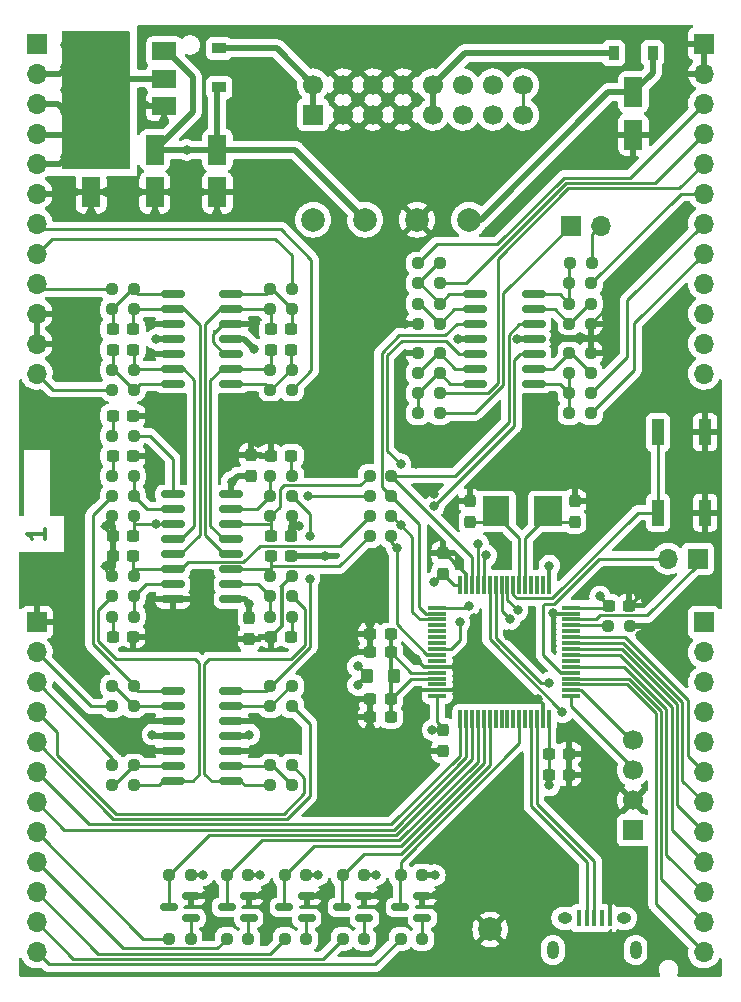
<source format=gbr>
%TF.GenerationSoftware,KiCad,Pcbnew,(5.99.0-12348-g4b436fb86d)*%
%TF.CreationDate,2021-09-23T14:41:55+01:00*%
%TF.ProjectId,Ampelope_Components,416d7065-6c6f-4706-955f-436f6d706f6e,rev?*%
%TF.SameCoordinates,Original*%
%TF.FileFunction,Copper,L1,Top*%
%TF.FilePolarity,Positive*%
%FSLAX46Y46*%
G04 Gerber Fmt 4.6, Leading zero omitted, Abs format (unit mm)*
G04 Created by KiCad (PCBNEW (5.99.0-12348-g4b436fb86d)) date 2021-09-23 14:41:55*
%MOMM*%
%LPD*%
G01*
G04 APERTURE LIST*
G04 Aperture macros list*
%AMRoundRect*
0 Rectangle with rounded corners*
0 $1 Rounding radius*
0 $2 $3 $4 $5 $6 $7 $8 $9 X,Y pos of 4 corners*
0 Add a 4 corners polygon primitive as box body*
4,1,4,$2,$3,$4,$5,$6,$7,$8,$9,$2,$3,0*
0 Add four circle primitives for the rounded corners*
1,1,$1+$1,$2,$3*
1,1,$1+$1,$4,$5*
1,1,$1+$1,$6,$7*
1,1,$1+$1,$8,$9*
0 Add four rect primitives between the rounded corners*
20,1,$1+$1,$2,$3,$4,$5,0*
20,1,$1+$1,$4,$5,$6,$7,0*
20,1,$1+$1,$6,$7,$8,$9,0*
20,1,$1+$1,$8,$9,$2,$3,0*%
G04 Aperture macros list end*
%ADD10C,0.300000*%
%TA.AperFunction,NonConductor*%
%ADD11C,0.300000*%
%TD*%
%TA.AperFunction,SMDPad,CuDef*%
%ADD12RoundRect,0.150000X0.587500X0.150000X-0.587500X0.150000X-0.587500X-0.150000X0.587500X-0.150000X0*%
%TD*%
%TA.AperFunction,SMDPad,CuDef*%
%ADD13RoundRect,0.250000X0.550000X-1.050000X0.550000X1.050000X-0.550000X1.050000X-0.550000X-1.050000X0*%
%TD*%
%TA.AperFunction,SMDPad,CuDef*%
%ADD14RoundRect,0.237500X-0.300000X-0.237500X0.300000X-0.237500X0.300000X0.237500X-0.300000X0.237500X0*%
%TD*%
%TA.AperFunction,SMDPad,CuDef*%
%ADD15RoundRect,0.237500X-0.250000X-0.237500X0.250000X-0.237500X0.250000X0.237500X-0.250000X0.237500X0*%
%TD*%
%TA.AperFunction,SMDPad,CuDef*%
%ADD16RoundRect,0.237500X0.250000X0.237500X-0.250000X0.237500X-0.250000X-0.237500X0.250000X-0.237500X0*%
%TD*%
%TA.AperFunction,SMDPad,CuDef*%
%ADD17RoundRect,0.237500X-0.237500X0.300000X-0.237500X-0.300000X0.237500X-0.300000X0.237500X0.300000X0*%
%TD*%
%TA.AperFunction,SMDPad,CuDef*%
%ADD18RoundRect,0.250000X-0.275000X-0.350000X0.275000X-0.350000X0.275000X0.350000X-0.275000X0.350000X0*%
%TD*%
%TA.AperFunction,SMDPad,CuDef*%
%ADD19RoundRect,0.150000X-0.825000X-0.150000X0.825000X-0.150000X0.825000X0.150000X-0.825000X0.150000X0*%
%TD*%
%TA.AperFunction,ComponentPad*%
%ADD20O,1.250000X0.950000*%
%TD*%
%TA.AperFunction,ComponentPad*%
%ADD21O,1.000000X1.550000*%
%TD*%
%TA.AperFunction,SMDPad,CuDef*%
%ADD22R,0.400000X1.350000*%
%TD*%
%TA.AperFunction,SMDPad,CuDef*%
%ADD23RoundRect,0.250000X-0.550000X1.050000X-0.550000X-1.050000X0.550000X-1.050000X0.550000X1.050000X0*%
%TD*%
%TA.AperFunction,ComponentPad*%
%ADD24R,1.700000X1.700000*%
%TD*%
%TA.AperFunction,ComponentPad*%
%ADD25O,1.700000X1.700000*%
%TD*%
%TA.AperFunction,SMDPad,CuDef*%
%ADD26RoundRect,0.237500X0.300000X0.237500X-0.300000X0.237500X-0.300000X-0.237500X0.300000X-0.237500X0*%
%TD*%
%TA.AperFunction,ComponentPad*%
%ADD27C,1.700000*%
%TD*%
%TA.AperFunction,SMDPad,CuDef*%
%ADD28RoundRect,0.075000X-0.075000X0.700000X-0.075000X-0.700000X0.075000X-0.700000X0.075000X0.700000X0*%
%TD*%
%TA.AperFunction,SMDPad,CuDef*%
%ADD29RoundRect,0.075000X-0.700000X0.075000X-0.700000X-0.075000X0.700000X-0.075000X0.700000X0.075000X0*%
%TD*%
%TA.AperFunction,SMDPad,CuDef*%
%ADD30R,2.325000X2.500000*%
%TD*%
%TA.AperFunction,SMDPad,CuDef*%
%ADD31R,2.375000X2.500000*%
%TD*%
%TA.AperFunction,ComponentPad*%
%ADD32C,2.000000*%
%TD*%
%TA.AperFunction,SMDPad,CuDef*%
%ADD33R,1.200000X0.900000*%
%TD*%
%TA.AperFunction,SMDPad,CuDef*%
%ADD34R,2.000000X1.500000*%
%TD*%
%TA.AperFunction,SMDPad,CuDef*%
%ADD35R,2.000000X3.800000*%
%TD*%
%TA.AperFunction,SMDPad,CuDef*%
%ADD36R,1.000000X2.200000*%
%TD*%
%TA.AperFunction,SMDPad,CuDef*%
%ADD37RoundRect,0.237500X0.237500X-0.300000X0.237500X0.300000X-0.237500X0.300000X-0.237500X-0.300000X0*%
%TD*%
%TA.AperFunction,SMDPad,CuDef*%
%ADD38R,0.900000X1.200000*%
%TD*%
%TA.AperFunction,ViaPad*%
%ADD39C,0.800000*%
%TD*%
%TA.AperFunction,ViaPad*%
%ADD40C,1.000000*%
%TD*%
%TA.AperFunction,Conductor*%
%ADD41C,0.500000*%
%TD*%
%TA.AperFunction,Conductor*%
%ADD42C,0.250000*%
%TD*%
%TA.AperFunction,Conductor*%
%ADD43C,0.300000*%
%TD*%
G04 APERTURE END LIST*
D10*
%TO.C,FID1*%
D11*
X102678571Y-93171428D02*
X102678571Y-94028571D01*
X102678571Y-93600000D02*
X101178571Y-93600000D01*
X101392857Y-93742857D01*
X101535714Y-93885714D01*
X101607142Y-94028571D01*
%TD*%
D12*
%TO.P,Q5,1,B*%
%TO.N,Net-(R48-Pad2)*%
X134650000Y-126150000D03*
%TO.P,Q5,2,E*%
%TO.N,GND*%
X134650000Y-124250000D03*
%TO.P,Q5,3,C*%
%TO.N,/Clock_Inv*%
X132775000Y-125200000D03*
%TD*%
%TO.P,Q4,1,B*%
%TO.N,Net-(R13-Pad2)*%
X129750000Y-126150000D03*
%TO.P,Q4,2,E*%
%TO.N,GND*%
X129750000Y-124250000D03*
%TO.P,Q4,3,C*%
%TO.N,/Gate4_Inv*%
X127875000Y-125200000D03*
%TD*%
%TO.P,Q3,1,B*%
%TO.N,Net-(R12-Pad2)*%
X124850000Y-126150000D03*
%TO.P,Q3,2,E*%
%TO.N,GND*%
X124850000Y-124250000D03*
%TO.P,Q3,3,C*%
%TO.N,/Gate3_Inv*%
X122975000Y-125200000D03*
%TD*%
%TO.P,Q2,1,B*%
%TO.N,Net-(R11-Pad2)*%
X119950000Y-126150000D03*
%TO.P,Q2,2,E*%
%TO.N,GND*%
X119950000Y-124250000D03*
%TO.P,Q2,3,C*%
%TO.N,/Gate2_Inv*%
X118075000Y-125200000D03*
%TD*%
%TO.P,Q1,1,B*%
%TO.N,Net-(R10-Pad2)*%
X115050000Y-126150000D03*
%TO.P,Q1,2,E*%
%TO.N,GND*%
X115050000Y-124250000D03*
%TO.P,Q1,3,C*%
%TO.N,/Gate1_Inv*%
X113175000Y-125200000D03*
%TD*%
D13*
%TO.P,C4,1*%
%TO.N,GND*%
X152500000Y-59800000D03*
%TO.P,C4,2*%
%TO.N,VEE*%
X152500000Y-56200000D03*
%TD*%
D14*
%TO.P,C18,1*%
%TO.N,Net-(C18-Pad1)*%
X108437500Y-87000000D03*
%TO.P,C18,2*%
%TO.N,GND*%
X110162500Y-87000000D03*
%TD*%
D15*
%TO.P,R60,1*%
%TO.N,Net-(R46-Pad1)*%
X147187500Y-70700000D03*
%TO.P,R60,2*%
%TO.N,/Env4_Out*%
X149012500Y-70700000D03*
%TD*%
D16*
%TO.P,R6,1*%
%TO.N,Net-(C8-Pad2)*%
X123612500Y-74600000D03*
%TO.P,R6,2*%
%TO.N,/Audio3_VCA*%
X121787500Y-74600000D03*
%TD*%
D15*
%TO.P,R59,1*%
%TO.N,Net-(R45-Pad1)*%
X147087500Y-81700000D03*
%TO.P,R59,2*%
%TO.N,/Env3_Out*%
X148912500Y-81700000D03*
%TD*%
D17*
%TO.P,C21,1*%
%TO.N,VEE*%
X120000000Y-100737500D03*
%TO.P,C21,2*%
%TO.N,GND*%
X120000000Y-102462500D03*
%TD*%
D15*
%TO.P,R51,1*%
%TO.N,Net-(R45-Pad1)*%
X147087500Y-83400000D03*
%TO.P,R51,2*%
%TO.N,/Led3_Out*%
X148912500Y-83400000D03*
%TD*%
%TO.P,R4,1*%
%TO.N,Net-(C6-Pad2)*%
X108387500Y-79700000D03*
%TO.P,R4,2*%
%TO.N,/Audio1_VCA*%
X110212500Y-79700000D03*
%TD*%
%TO.P,R46,1*%
%TO.N,Net-(R46-Pad1)*%
X147087500Y-74100000D03*
%TO.P,R46,2*%
%TO.N,Net-(R42-Pad1)*%
X148912500Y-74100000D03*
%TD*%
D17*
%TO.P,C24,1*%
%TO.N,GND*%
X147550000Y-90837500D03*
%TO.P,C24,2*%
%TO.N,Net-(C24-Pad2)*%
X147550000Y-92562500D03*
%TD*%
D15*
%TO.P,R12,1*%
%TO.N,/Gate3_In*%
X123000000Y-127900000D03*
%TO.P,R12,2*%
%TO.N,Net-(R12-Pad2)*%
X124825000Y-127900000D03*
%TD*%
D18*
%TO.P,L1,1*%
%TO.N,+3V3*%
X129950000Y-105600000D03*
%TO.P,L1,2*%
%TO.N,+3.3VA*%
X132250000Y-105600000D03*
%TD*%
D16*
%TO.P,R19,1*%
%TO.N,Net-(R19-Pad1)*%
X110212500Y-108200000D03*
%TO.P,R19,2*%
%TO.N,/Audio1_In*%
X108387500Y-108200000D03*
%TD*%
D14*
%TO.P,C20,1*%
%TO.N,Net-(C20-Pad1)*%
X108437500Y-83600000D03*
%TO.P,C20,2*%
%TO.N,GND*%
X110162500Y-83600000D03*
%TD*%
%TO.P,C28,1*%
%TO.N,GND*%
X108437500Y-93800000D03*
%TO.P,C28,2*%
%TO.N,/Env1_Scaled*%
X110162500Y-93800000D03*
%TD*%
D15*
%TO.P,R21,1*%
%TO.N,Net-(R21-Pad1)*%
X121787500Y-113200000D03*
%TO.P,R21,2*%
%TO.N,/Audio3_In*%
X123612500Y-113200000D03*
%TD*%
%TO.P,R3,1*%
%TO.N,/Audio1_Out*%
X108387500Y-81400000D03*
%TO.P,R3,2*%
%TO.N,Net-(C6-Pad2)*%
X110212500Y-81400000D03*
%TD*%
D19*
%TO.P,U6,1*%
%TO.N,Net-(R43-Pad1)*%
X139125000Y-73290000D03*
%TO.P,U6,2,-*%
%TO.N,Net-(R36-Pad1)*%
X139125000Y-74560000D03*
%TO.P,U6,3,+*%
%TO.N,/Env1_DAC*%
X139125000Y-75830000D03*
%TO.P,U6,4,V+*%
%TO.N,VCC*%
X139125000Y-77100000D03*
%TO.P,U6,5,+*%
%TO.N,/Env2_DAC*%
X139125000Y-78370000D03*
%TO.P,U6,6,-*%
%TO.N,Net-(R38-Pad1)*%
X139125000Y-79640000D03*
%TO.P,U6,7*%
%TO.N,Net-(R44-Pad1)*%
X139125000Y-80910000D03*
%TO.P,U6,8*%
%TO.N,Net-(R45-Pad1)*%
X144075000Y-80910000D03*
%TO.P,U6,9,-*%
%TO.N,Net-(R40-Pad1)*%
X144075000Y-79640000D03*
%TO.P,U6,10,+*%
%TO.N,/Env3_DAC*%
X144075000Y-78370000D03*
%TO.P,U6,11,V-*%
%TO.N,VEE*%
X144075000Y-77100000D03*
%TO.P,U6,12,+*%
%TO.N,/Env4_DAC*%
X144075000Y-75830000D03*
%TO.P,U6,13,-*%
%TO.N,Net-(R42-Pad1)*%
X144075000Y-74560000D03*
%TO.P,U6,14*%
%TO.N,Net-(R46-Pad1)*%
X144075000Y-73290000D03*
%TD*%
D20*
%TO.P,J8,*%
%TO.N,*%
X151700000Y-126150000D03*
D21*
X152700000Y-128850000D03*
D20*
X146700000Y-126150000D03*
D22*
%TO.P,J8,1,VBUS*%
%TO.N,unconnected-(J8-Pad1)*%
X147900000Y-126150000D03*
%TO.P,J8,2,D-*%
%TO.N,/USB_DM*%
X148550000Y-126150000D03*
%TO.P,J8,3,D+*%
%TO.N,/USB_DP*%
X149200000Y-126150000D03*
%TO.P,J8,4,ID*%
%TO.N,unconnected-(J8-Pad4)*%
X149850000Y-126150000D03*
%TO.P,J8,5,GND*%
%TO.N,GND*%
X150500000Y-126150000D03*
D21*
%TO.P,J8,6,Shield*%
%TO.N,unconnected-(J8-Pad6)*%
X145700000Y-128850000D03*
%TD*%
D23*
%TO.P,C3,1*%
%TO.N,VCC*%
X117300000Y-61100000D03*
%TO.P,C3,2*%
%TO.N,GND*%
X117300000Y-64700000D03*
%TD*%
D15*
%TO.P,R29,1*%
%TO.N,Net-(C18-Pad1)*%
X108387500Y-88700000D03*
%TO.P,R29,2*%
%TO.N,Net-(R29-Pad2)*%
X110212500Y-88700000D03*
%TD*%
D19*
%TO.P,U2,1,MODE*%
%TO.N,Net-(R31-Pad2)*%
X113525000Y-90255000D03*
%TO.P,U2,2,I_IN1*%
%TO.N,Net-(R29-Pad2)*%
X113525000Y-91525000D03*
%TO.P,U2,3,VC1*%
%TO.N,/Env1_Scaled*%
X113525000Y-92795000D03*
%TO.P,U2,4,I_OUT1*%
%TO.N,/Audio1_VCA*%
X113525000Y-94065000D03*
%TO.P,U2,5,I_OUT2*%
%TO.N,/Audio2_VCA*%
X113525000Y-95335000D03*
%TO.P,U2,6,VC2*%
%TO.N,/Env2_Scaled*%
X113525000Y-96605000D03*
%TO.P,U2,7,I_IN2*%
%TO.N,Net-(R14-Pad2)*%
X113525000Y-97875000D03*
%TO.P,U2,8,GND*%
%TO.N,GND*%
X113525000Y-99145000D03*
%TO.P,U2,9,V-*%
%TO.N,VEE*%
X118475000Y-99145000D03*
%TO.P,U2,10,I_IN3*%
%TO.N,Net-(R27-Pad1)*%
X118475000Y-97875000D03*
%TO.P,U2,11,VC3*%
%TO.N,/Env3_Scaled*%
X118475000Y-96605000D03*
%TO.P,U2,12,I_OUT3*%
%TO.N,/Audio3_VCA*%
X118475000Y-95335000D03*
%TO.P,U2,13,I_OUT4*%
%TO.N,/Audio4_VCA*%
X118475000Y-94065000D03*
%TO.P,U2,14,VC4*%
%TO.N,/Env4_Scaled*%
X118475000Y-92795000D03*
%TO.P,U2,15,I_IN4*%
%TO.N,Net-(R32-Pad1)*%
X118475000Y-91525000D03*
%TO.P,U2,16,V+*%
%TO.N,VCC*%
X118475000Y-90255000D03*
%TD*%
D16*
%TO.P,R43,1*%
%TO.N,Net-(R43-Pad1)*%
X136112500Y-74100000D03*
%TO.P,R43,2*%
%TO.N,Net-(R36-Pad1)*%
X134287500Y-74100000D03*
%TD*%
D15*
%TO.P,R32,1*%
%TO.N,Net-(R32-Pad1)*%
X121787500Y-90400000D03*
%TO.P,R32,2*%
%TO.N,/Audio4_In_Buff*%
X123612500Y-90400000D03*
%TD*%
%TO.P,R26,1*%
%TO.N,/Audio4_In_Buff*%
X121787500Y-106500000D03*
%TO.P,R26,2*%
%TO.N,Net-(R22-Pad1)*%
X123612500Y-106500000D03*
%TD*%
%TO.P,R45,1*%
%TO.N,Net-(R45-Pad1)*%
X147087500Y-80000000D03*
%TO.P,R45,2*%
%TO.N,Net-(R40-Pad1)*%
X148912500Y-80000000D03*
%TD*%
D16*
%TO.P,R34,1*%
%TO.N,Net-(R29-Pad2)*%
X110212500Y-90400000D03*
%TO.P,R34,2*%
%TO.N,/Audio1_In_Buff*%
X108387500Y-90400000D03*
%TD*%
%TO.P,R20,1*%
%TO.N,Net-(R20-Pad1)*%
X110212500Y-113200000D03*
%TO.P,R20,2*%
%TO.N,/Audio2_In*%
X108387500Y-113200000D03*
%TD*%
D23*
%TO.P,C2,1*%
%TO.N,VCC*%
X112000000Y-61100000D03*
%TO.P,C2,2*%
%TO.N,GND*%
X112000000Y-64700000D03*
%TD*%
D24*
%TO.P,J9,1,Pin_1*%
%TO.N,/Env2_Out*%
X147225000Y-67500000D03*
D25*
%TO.P,J9,2,Pin_2*%
%TO.N,/Env4_Out*%
X149765000Y-67500000D03*
%TD*%
D15*
%TO.P,R1,1*%
%TO.N,/Audio2_Out*%
X108387500Y-72900000D03*
%TO.P,R1,2*%
%TO.N,Net-(C5-Pad2)*%
X110212500Y-72900000D03*
%TD*%
D16*
%TO.P,R39,1*%
%TO.N,/Env2_DAC*%
X132012500Y-92100000D03*
%TO.P,R39,2*%
%TO.N,/Env2_Scaled*%
X130187500Y-92100000D03*
%TD*%
D15*
%TO.P,R52,1*%
%TO.N,Net-(R46-Pad1)*%
X147087500Y-72400000D03*
%TO.P,R52,2*%
%TO.N,/Led4_Out*%
X148912500Y-72400000D03*
%TD*%
D17*
%TO.P,C23,1*%
%TO.N,GND*%
X136400000Y-95237500D03*
%TO.P,C23,2*%
%TO.N,+3V3*%
X136400000Y-96962500D03*
%TD*%
D16*
%TO.P,R24,1*%
%TO.N,/Audio2_In_Buff*%
X110212500Y-114900000D03*
%TO.P,R24,2*%
%TO.N,Net-(R20-Pad1)*%
X108387500Y-114900000D03*
%TD*%
D26*
%TO.P,C11,1*%
%TO.N,GND*%
X147062500Y-112200000D03*
%TO.P,C11,2*%
%TO.N,+3V3*%
X145337500Y-112200000D03*
%TD*%
D24*
%TO.P,J5,1,Pin_1*%
%TO.N,+12V*%
X125400000Y-58100000D03*
D27*
%TO.P,J5,2,Pin_2*%
X125400000Y-55560000D03*
%TO.P,J5,3,Pin_3*%
%TO.N,GND*%
X127940000Y-58100000D03*
%TO.P,J5,4,Pin_4*%
X127940000Y-55560000D03*
%TO.P,J5,5,Pin_5*%
X130480000Y-58100000D03*
%TO.P,J5,6,Pin_6*%
X130480000Y-55560000D03*
%TO.P,J5,7,Pin_7*%
X133020000Y-58100000D03*
%TO.P,J5,8,Pin_8*%
X133020000Y-55560000D03*
%TO.P,J5,9,Pin_9*%
%TO.N,-12V*%
X135560000Y-58100000D03*
%TO.P,J5,10,Pin_10*%
X135560000Y-55560000D03*
%TO.P,J5,11,11*%
%TO.N,unconnected-(J5-Pad11)*%
X138100000Y-58100000D03*
%TO.P,J5,12,Pin_12*%
%TO.N,unconnected-(J5-Pad12)*%
X138100000Y-55560000D03*
%TO.P,J5,13,Pin_13*%
%TO.N,unconnected-(J5-Pad13)*%
X140640000Y-58100000D03*
%TO.P,J5,14,Pin_14*%
%TO.N,unconnected-(J5-Pad14)*%
X140640000Y-55560000D03*
%TO.P,J5,15,Pin_15*%
%TO.N,/Gate_In*%
X143180000Y-58100000D03*
%TO.P,J5,16,Pin_16*%
X143180000Y-55560000D03*
%TD*%
D16*
%TO.P,R44,1*%
%TO.N,Net-(R44-Pad1)*%
X136112500Y-80000000D03*
%TO.P,R44,2*%
%TO.N,Net-(R38-Pad1)*%
X134287500Y-80000000D03*
%TD*%
%TO.P,R41,1*%
%TO.N,/Env4_DAC*%
X132012500Y-88700000D03*
%TO.P,R41,2*%
%TO.N,/Env4_Scaled*%
X130187500Y-88700000D03*
%TD*%
%TO.P,R36,1*%
%TO.N,Net-(R36-Pad1)*%
X136112500Y-75800000D03*
%TO.P,R36,2*%
%TO.N,GND*%
X134287500Y-75800000D03*
%TD*%
D15*
%TO.P,R31,1*%
%TO.N,Net-(C20-Pad1)*%
X108387500Y-85300000D03*
%TO.P,R31,2*%
%TO.N,Net-(R31-Pad2)*%
X110212500Y-85300000D03*
%TD*%
%TO.P,R14,1*%
%TO.N,Net-(C19-Pad1)*%
X108387500Y-100600000D03*
%TO.P,R14,2*%
%TO.N,Net-(R14-Pad2)*%
X110212500Y-100600000D03*
%TD*%
%TO.P,R48,1*%
%TO.N,/Clock_In*%
X132800000Y-127900000D03*
%TO.P,R48,2*%
%TO.N,Net-(R48-Pad2)*%
X134625000Y-127900000D03*
%TD*%
%TO.P,R16,1*%
%TO.N,/Gate2_Inv*%
X118100000Y-122500000D03*
%TO.P,R16,2*%
%TO.N,+3V3*%
X119925000Y-122500000D03*
%TD*%
D16*
%TO.P,R55,1*%
%TO.N,/Env2_Scaled*%
X110212500Y-97200000D03*
%TO.P,R55,2*%
%TO.N,GND*%
X108387500Y-97200000D03*
%TD*%
D23*
%TO.P,C1,1*%
%TO.N,+3V3*%
X106600000Y-61100000D03*
%TO.P,C1,2*%
%TO.N,GND*%
X106600000Y-64700000D03*
%TD*%
D16*
%TO.P,R35,1*%
%TO.N,/Env3_DAC*%
X132012500Y-93800000D03*
%TO.P,R35,2*%
%TO.N,/Env3_Scaled*%
X130187500Y-93800000D03*
%TD*%
D28*
%TO.P,U1,1,VBAT*%
%TO.N,+3V3*%
X145350000Y-97925000D03*
%TO.P,U1,2,PC13*%
%TO.N,unconnected-(U1-Pad2)*%
X144850000Y-97925000D03*
%TO.P,U1,3,PC14*%
%TO.N,unconnected-(U1-Pad3)*%
X144350000Y-97925000D03*
%TO.P,U1,4,PC15*%
%TO.N,unconnected-(U1-Pad4)*%
X143850000Y-97925000D03*
%TO.P,U1,5,PF0*%
%TO.N,Net-(C24-Pad2)*%
X143350000Y-97925000D03*
%TO.P,U1,6,PF1*%
%TO.N,Net-(C25-Pad2)*%
X142850000Y-97925000D03*
%TO.P,U1,7,NRST*%
%TO.N,/RESET*%
X142350000Y-97925000D03*
%TO.P,U1,8,PC0*%
%TO.N,/EnvA_Attack*%
X141850000Y-97925000D03*
%TO.P,U1,9,PC1*%
%TO.N,/EnvA_Decay*%
X141350000Y-97925000D03*
%TO.P,U1,10,PC2*%
%TO.N,/EnvA_Sustain*%
X140850000Y-97925000D03*
%TO.P,U1,11,PC3*%
%TO.N,/EnvA_Release*%
X140350000Y-97925000D03*
%TO.P,U1,12,PA0*%
%TO.N,/EnvB_Attack*%
X139850000Y-97925000D03*
%TO.P,U1,13,PA1*%
%TO.N,/EnvB_Decay*%
X139350000Y-97925000D03*
%TO.P,U1,14,PA2*%
%TO.N,/Env4_DAC*%
X138850000Y-97925000D03*
%TO.P,U1,15,VSS*%
%TO.N,GND*%
X138350000Y-97925000D03*
%TO.P,U1,16,VDD*%
%TO.N,+3V3*%
X137850000Y-97925000D03*
D29*
%TO.P,U1,17,PA3*%
%TO.N,/EnvB_Sustain*%
X135925000Y-99850000D03*
%TO.P,U1,18,PA4*%
%TO.N,/Env1_DAC*%
X135925000Y-100350000D03*
%TO.P,U1,19,PA5*%
%TO.N,/Env2_DAC*%
X135925000Y-100850000D03*
%TO.P,U1,20,PA6*%
%TO.N,unconnected-(U1-Pad20)*%
X135925000Y-101350000D03*
%TO.P,U1,21,PA7*%
%TO.N,unconnected-(U1-Pad21)*%
X135925000Y-101850000D03*
%TO.P,U1,22,PC4*%
%TO.N,unconnected-(U1-Pad22)*%
X135925000Y-102350000D03*
%TO.P,U1,23,PC5*%
%TO.N,unconnected-(U1-Pad23)*%
X135925000Y-102850000D03*
%TO.P,U1,24,PB0*%
%TO.N,/EnvB_Release*%
X135925000Y-103350000D03*
%TO.P,U1,25,PB1*%
%TO.N,/Env3_DAC*%
X135925000Y-103850000D03*
%TO.P,U1,26,PB2*%
%TO.N,unconnected-(U1-Pad26)*%
X135925000Y-104350000D03*
%TO.P,U1,27,VSSA*%
%TO.N,GND*%
X135925000Y-104850000D03*
%TO.P,U1,28,VREF+*%
%TO.N,+3.3VA*%
X135925000Y-105350000D03*
%TO.P,U1,29,VDDA*%
X135925000Y-105850000D03*
%TO.P,U1,30,PB10*%
%TO.N,unconnected-(U1-Pad30)*%
X135925000Y-106350000D03*
%TO.P,U1,31,VSS*%
%TO.N,GND*%
X135925000Y-106850000D03*
%TO.P,U1,32,VDD*%
%TO.N,+3V3*%
X135925000Y-107350000D03*
D28*
%TO.P,U1,33,PB11*%
%TO.N,/LFO_Speed*%
X137850000Y-109275000D03*
%TO.P,U1,34,PB12*%
%TO.N,/Env4_Short*%
X138350000Y-109275000D03*
%TO.P,U1,35,PB13*%
%TO.N,/Gate1_Inv*%
X138850000Y-109275000D03*
%TO.P,U1,36,PB14*%
%TO.N,/Gate2_Inv*%
X139350000Y-109275000D03*
%TO.P,U1,37,PB15*%
%TO.N,/Gate3_Inv*%
X139850000Y-109275000D03*
%TO.P,U1,38,PC6*%
%TO.N,/Gate4_Inv*%
X140350000Y-109275000D03*
%TO.P,U1,39,PC7*%
%TO.N,unconnected-(U1-Pad39)*%
X140850000Y-109275000D03*
%TO.P,U1,40,PC8*%
%TO.N,unconnected-(U1-Pad40)*%
X141350000Y-109275000D03*
%TO.P,U1,41,PC9*%
%TO.N,unconnected-(U1-Pad41)*%
X141850000Y-109275000D03*
%TO.P,U1,42,PA8*%
%TO.N,unconnected-(U1-Pad42)*%
X142350000Y-109275000D03*
%TO.P,U1,43,PA9*%
%TO.N,/Clock_Inv*%
X142850000Y-109275000D03*
%TO.P,U1,44,PA10*%
%TO.N,unconnected-(U1-Pad44)*%
X143350000Y-109275000D03*
%TO.P,U1,45,PA11*%
%TO.N,/USB_DM*%
X143850000Y-109275000D03*
%TO.P,U1,46,PA12*%
%TO.N,/USB_DP*%
X144350000Y-109275000D03*
%TO.P,U1,47,VSS*%
%TO.N,GND*%
X144850000Y-109275000D03*
%TO.P,U1,48,VDD*%
%TO.N,+3V3*%
X145350000Y-109275000D03*
D29*
%TO.P,U1,49,PA13*%
%TO.N,/SWIO*%
X147275000Y-107350000D03*
%TO.P,U1,50,PA14*%
%TO.N,/SWCLK*%
X147275000Y-106850000D03*
%TO.P,U1,51,PA15*%
%TO.N,/Env4_LFO*%
X147275000Y-106350000D03*
%TO.P,U1,52,PC10*%
%TO.N,/Env3_Short*%
X147275000Y-105850000D03*
%TO.P,U1,53,PC11*%
%TO.N,/UART3_RX*%
X147275000Y-105350000D03*
%TO.P,U1,54,PC12*%
%TO.N,/Env3_LFO*%
X147275000Y-104850000D03*
%TO.P,U1,55,PD2*%
%TO.N,unconnected-(U1-Pad55)*%
X147275000Y-104350000D03*
%TO.P,U1,56,PB3*%
%TO.N,/Env2_Short*%
X147275000Y-103850000D03*
%TO.P,U1,57,PB4*%
%TO.N,/Env2_LFO*%
X147275000Y-103350000D03*
%TO.P,U1,58,PB5*%
%TO.N,/Env1_Short*%
X147275000Y-102850000D03*
%TO.P,U1,59,PB6*%
%TO.N,/Env1_LFO*%
X147275000Y-102350000D03*
%TO.P,U1,60,PB7*%
%TO.N,unconnected-(U1-Pad60)*%
X147275000Y-101850000D03*
%TO.P,U1,61,BOOT0*%
%TO.N,/BOOT0*%
X147275000Y-101350000D03*
%TO.P,U1,62,PB9*%
%TO.N,/UART3_TX*%
X147275000Y-100850000D03*
%TO.P,U1,63,VSS*%
%TO.N,GND*%
X147275000Y-100350000D03*
%TO.P,U1,64,VDD*%
%TO.N,+3V3*%
X147275000Y-99850000D03*
%TD*%
D30*
%TO.P,Y1,1,1*%
%TO.N,Net-(C25-Pad2)*%
X140900000Y-91700000D03*
D31*
%TO.P,Y1,2,2*%
%TO.N,Net-(C24-Pad2)*%
X145300000Y-91700000D03*
%TD*%
D32*
%TO.P,TP2,1,1*%
%TO.N,+3V3*%
X125400000Y-67000000D03*
%TD*%
%TO.P,TP4,1,1*%
%TO.N,VEE*%
X138600000Y-67000000D03*
%TD*%
D16*
%TO.P,R28,1*%
%TO.N,Net-(C16-Pad1)*%
X123612500Y-100600000D03*
%TO.P,R28,2*%
%TO.N,Net-(R27-Pad1)*%
X121787500Y-100600000D03*
%TD*%
D19*
%TO.P,U5,1*%
%TO.N,Net-(C5-Pad2)*%
X113525000Y-73290000D03*
%TO.P,U5,2,-*%
%TO.N,/Audio2_VCA*%
X113525000Y-74560000D03*
%TO.P,U5,3,+*%
%TO.N,GND*%
X113525000Y-75830000D03*
%TO.P,U5,4,V+*%
%TO.N,VCC*%
X113525000Y-77100000D03*
%TO.P,U5,5,+*%
%TO.N,GND*%
X113525000Y-78370000D03*
%TO.P,U5,6,-*%
%TO.N,/Audio1_VCA*%
X113525000Y-79640000D03*
%TO.P,U5,7*%
%TO.N,Net-(C6-Pad2)*%
X113525000Y-80910000D03*
%TO.P,U5,8*%
%TO.N,Net-(C7-Pad2)*%
X118475000Y-80910000D03*
%TO.P,U5,9,-*%
%TO.N,/Audio4_VCA*%
X118475000Y-79640000D03*
%TO.P,U5,10,+*%
%TO.N,GND*%
X118475000Y-78370000D03*
%TO.P,U5,11,V-*%
%TO.N,VEE*%
X118475000Y-77100000D03*
%TO.P,U5,12,+*%
%TO.N,GND*%
X118475000Y-75830000D03*
%TO.P,U5,13,-*%
%TO.N,/Audio3_VCA*%
X118475000Y-74560000D03*
%TO.P,U5,14*%
%TO.N,Net-(C8-Pad2)*%
X118475000Y-73290000D03*
%TD*%
D15*
%TO.P,R22,1*%
%TO.N,Net-(R22-Pad1)*%
X121787500Y-108200000D03*
%TO.P,R22,2*%
%TO.N,/Audio4_In*%
X123612500Y-108200000D03*
%TD*%
D16*
%TO.P,R8,1*%
%TO.N,Net-(C7-Pad2)*%
X123612500Y-79700000D03*
%TO.P,R8,2*%
%TO.N,/Audio4_VCA*%
X121787500Y-79700000D03*
%TD*%
D15*
%TO.P,R11,1*%
%TO.N,/Gate2_In*%
X118100000Y-127900000D03*
%TO.P,R11,2*%
%TO.N,Net-(R11-Pad2)*%
X119925000Y-127900000D03*
%TD*%
D14*
%TO.P,C12,1*%
%TO.N,GND*%
X130237500Y-102100000D03*
%TO.P,C12,2*%
%TO.N,+3.3VA*%
X131962500Y-102100000D03*
%TD*%
D16*
%TO.P,R23,1*%
%TO.N,/Audio1_In_Buff*%
X110212500Y-106500000D03*
%TO.P,R23,2*%
%TO.N,Net-(R19-Pad1)*%
X108387500Y-106500000D03*
%TD*%
%TO.P,R18,1*%
%TO.N,+3V3*%
X129725000Y-122500000D03*
%TO.P,R18,2*%
%TO.N,/Gate4_Inv*%
X127900000Y-122500000D03*
%TD*%
D15*
%TO.P,R49,1*%
%TO.N,/Clock_Inv*%
X132800000Y-122500000D03*
%TO.P,R49,2*%
%TO.N,+3V3*%
X134625000Y-122500000D03*
%TD*%
D16*
%TO.P,R37,1*%
%TO.N,/Env1_DAC*%
X132000000Y-90400000D03*
%TO.P,R37,2*%
%TO.N,/Env1_Scaled*%
X130175000Y-90400000D03*
%TD*%
D15*
%TO.P,R56,1*%
%TO.N,/Env4_Scaled*%
X121787500Y-92100000D03*
%TO.P,R56,2*%
%TO.N,GND*%
X123612500Y-92100000D03*
%TD*%
D32*
%TO.P,TP3,1,1*%
%TO.N,VCC*%
X129800000Y-67000000D03*
%TD*%
D33*
%TO.P,D1,1,K*%
%TO.N,VCC*%
X117450000Y-55800000D03*
%TO.P,D1,2,A*%
%TO.N,+12V*%
X117450000Y-52500000D03*
%TD*%
D16*
%TO.P,R54,1*%
%TO.N,/Env1_Scaled*%
X110212500Y-92100000D03*
%TO.P,R54,2*%
%TO.N,GND*%
X108387500Y-92100000D03*
%TD*%
D15*
%TO.P,R10,1*%
%TO.N,/Gate1_In*%
X113200000Y-127900000D03*
%TO.P,R10,2*%
%TO.N,Net-(R10-Pad2)*%
X115025000Y-127900000D03*
%TD*%
D16*
%TO.P,R47,1*%
%TO.N,Net-(R43-Pad1)*%
X136112500Y-70700000D03*
%TO.P,R47,2*%
%TO.N,/Led1_Out*%
X134287500Y-70700000D03*
%TD*%
D24*
%TO.P,J7,1,Pin_1*%
%TO.N,+3V3*%
X152500000Y-118710000D03*
D27*
%TO.P,J7,2,Pin_2*%
%TO.N,GND*%
X152500000Y-116170000D03*
%TO.P,J7,3,Pin_3*%
%TO.N,/SWIO*%
X152500000Y-113630000D03*
%TO.P,J7,4,Pin_4*%
%TO.N,/SWCLK*%
X152500000Y-111090000D03*
%TD*%
D15*
%TO.P,R40,1*%
%TO.N,Net-(R40-Pad1)*%
X147087500Y-78300000D03*
%TO.P,R40,2*%
%TO.N,GND*%
X148912500Y-78300000D03*
%TD*%
D16*
%TO.P,R38,1*%
%TO.N,Net-(R38-Pad1)*%
X136112500Y-78300000D03*
%TO.P,R38,2*%
%TO.N,GND*%
X134287500Y-78300000D03*
%TD*%
D26*
%TO.P,C10,1*%
%TO.N,GND*%
X147062500Y-114000000D03*
%TO.P,C10,2*%
%TO.N,+3V3*%
X145337500Y-114000000D03*
%TD*%
%TO.P,C27,1*%
%TO.N,GND*%
X123562500Y-95500000D03*
%TO.P,C27,2*%
%TO.N,/Env3_Scaled*%
X121837500Y-95500000D03*
%TD*%
D16*
%TO.P,R5,1*%
%TO.N,/Audio3_Out*%
X123612500Y-72900000D03*
%TO.P,R5,2*%
%TO.N,Net-(C8-Pad2)*%
X121787500Y-72900000D03*
%TD*%
%TO.P,R30,1*%
%TO.N,Net-(R14-Pad2)*%
X110212500Y-98900000D03*
%TO.P,R30,2*%
%TO.N,/Audio2_In_Buff*%
X108387500Y-98900000D03*
%TD*%
D26*
%TO.P,C30,1*%
%TO.N,GND*%
X123562500Y-93800000D03*
%TO.P,C30,2*%
%TO.N,/Env4_Scaled*%
X121837500Y-93800000D03*
%TD*%
D24*
%TO.P,J6,1,Pin_1*%
%TO.N,/UART3_TX*%
X157975000Y-95700000D03*
D25*
%TO.P,J6,2,Pin_2*%
%TO.N,/UART3_RX*%
X155435000Y-95700000D03*
%TD*%
D17*
%TO.P,C25,1*%
%TO.N,GND*%
X138700000Y-90837500D03*
%TO.P,C25,2*%
%TO.N,Net-(C25-Pad2)*%
X138700000Y-92562500D03*
%TD*%
D14*
%TO.P,C15,1*%
%TO.N,GND*%
X130237500Y-109100000D03*
%TO.P,C15,2*%
%TO.N,+3.3VA*%
X131962500Y-109100000D03*
%TD*%
D16*
%TO.P,R9,1*%
%TO.N,GND*%
X152200000Y-101400000D03*
%TO.P,R9,2*%
%TO.N,/BOOT0*%
X150375000Y-101400000D03*
%TD*%
D26*
%TO.P,C5,1*%
%TO.N,/Audio2_VCA*%
X110162500Y-76300000D03*
%TO.P,C5,2*%
%TO.N,Net-(C5-Pad2)*%
X108437500Y-76300000D03*
%TD*%
D15*
%TO.P,R2,1*%
%TO.N,Net-(C5-Pad2)*%
X108387500Y-74600000D03*
%TO.P,R2,2*%
%TO.N,/Audio2_VCA*%
X110212500Y-74600000D03*
%TD*%
D32*
%TO.P,TP1,1,1*%
%TO.N,GND*%
X134200000Y-67000000D03*
%TD*%
D15*
%TO.P,R58,1*%
%TO.N,Net-(R44-Pad1)*%
X134287500Y-83400000D03*
%TO.P,R58,2*%
%TO.N,/Env2_Out*%
X136112500Y-83400000D03*
%TD*%
D16*
%TO.P,R33,1*%
%TO.N,Net-(C17-Pad1)*%
X123612500Y-88700000D03*
%TO.P,R33,2*%
%TO.N,Net-(R32-Pad1)*%
X121787500Y-88700000D03*
%TD*%
D14*
%TO.P,C13,1*%
%TO.N,GND*%
X130237500Y-103600000D03*
%TO.P,C13,2*%
%TO.N,+3.3VA*%
X131962500Y-103600000D03*
%TD*%
D34*
%TO.P,U3,1,GND*%
%TO.N,GND*%
X112800000Y-57350000D03*
D35*
%TO.P,U3,2,VO*%
%TO.N,+3V3*%
X106500000Y-55050000D03*
D34*
X112800000Y-55050000D03*
%TO.P,U3,3,VI*%
%TO.N,VCC*%
X112800000Y-52750000D03*
%TD*%
D15*
%TO.P,R13,1*%
%TO.N,/Gate4_In*%
X127900000Y-127900000D03*
%TO.P,R13,2*%
%TO.N,Net-(R13-Pad2)*%
X129725000Y-127900000D03*
%TD*%
D26*
%TO.P,C16,1*%
%TO.N,Net-(C16-Pad1)*%
X123562500Y-102300000D03*
%TO.P,C16,2*%
%TO.N,GND*%
X121837500Y-102300000D03*
%TD*%
D15*
%TO.P,R25,1*%
%TO.N,/Audio3_In_Buff*%
X121787500Y-114900000D03*
%TO.P,R25,2*%
%TO.N,Net-(R21-Pad1)*%
X123612500Y-114900000D03*
%TD*%
%TO.P,R27,1*%
%TO.N,Net-(R27-Pad1)*%
X121787500Y-98900000D03*
%TO.P,R27,2*%
%TO.N,/Audio3_In_Buff*%
X123612500Y-98900000D03*
%TD*%
D14*
%TO.P,C7,1*%
%TO.N,/Audio4_VCA*%
X121837500Y-78000000D03*
%TO.P,C7,2*%
%TO.N,Net-(C7-Pad2)*%
X123562500Y-78000000D03*
%TD*%
D26*
%TO.P,C9,1*%
%TO.N,GND*%
X152162500Y-99700000D03*
%TO.P,C9,2*%
%TO.N,+3V3*%
X150437500Y-99700000D03*
%TD*%
D36*
%TO.P,RESET1,1,1*%
%TO.N,/RESET*%
X154600000Y-85000000D03*
X154600000Y-91800000D03*
%TO.P,RESET1,2,2*%
%TO.N,GND*%
X158600000Y-85000000D03*
X158600000Y-91800000D03*
%TD*%
D26*
%TO.P,C6,1*%
%TO.N,/Audio1_VCA*%
X110162500Y-78000000D03*
%TO.P,C6,2*%
%TO.N,Net-(C6-Pad2)*%
X108437500Y-78000000D03*
%TD*%
D14*
%TO.P,C19,1*%
%TO.N,Net-(C19-Pad1)*%
X108437500Y-102300000D03*
%TO.P,C19,2*%
%TO.N,GND*%
X110162500Y-102300000D03*
%TD*%
%TO.P,C14,1*%
%TO.N,GND*%
X130237500Y-107600000D03*
%TO.P,C14,2*%
%TO.N,+3.3VA*%
X131962500Y-107600000D03*
%TD*%
D26*
%TO.P,C17,1*%
%TO.N,Net-(C17-Pad1)*%
X123562500Y-87000000D03*
%TO.P,C17,2*%
%TO.N,GND*%
X121837500Y-87000000D03*
%TD*%
D32*
%TO.P,TP5,1,1*%
%TO.N,GND*%
X140400000Y-127100000D03*
%TD*%
D15*
%TO.P,R15,1*%
%TO.N,/Gate1_Inv*%
X113200000Y-122500000D03*
%TO.P,R15,2*%
%TO.N,+3V3*%
X115025000Y-122500000D03*
%TD*%
%TO.P,R17,1*%
%TO.N,/Gate3_Inv*%
X123000000Y-122500000D03*
%TO.P,R17,2*%
%TO.N,+3V3*%
X124825000Y-122500000D03*
%TD*%
D14*
%TO.P,C8,1*%
%TO.N,/Audio3_VCA*%
X121837500Y-76300000D03*
%TO.P,C8,2*%
%TO.N,Net-(C8-Pad2)*%
X123562500Y-76300000D03*
%TD*%
D15*
%TO.P,R57,1*%
%TO.N,Net-(R43-Pad1)*%
X134287500Y-72400000D03*
%TO.P,R57,2*%
%TO.N,/Env1_Out*%
X136112500Y-72400000D03*
%TD*%
D19*
%TO.P,U4,1*%
%TO.N,/Audio1_In_Buff*%
X113525000Y-106890000D03*
%TO.P,U4,2,-*%
%TO.N,Net-(R19-Pad1)*%
X113525000Y-108160000D03*
%TO.P,U4,3,+*%
%TO.N,GND*%
X113525000Y-109430000D03*
%TO.P,U4,4,V+*%
%TO.N,VCC*%
X113525000Y-110700000D03*
%TO.P,U4,5,+*%
%TO.N,GND*%
X113525000Y-111970000D03*
%TO.P,U4,6,-*%
%TO.N,Net-(R20-Pad1)*%
X113525000Y-113240000D03*
%TO.P,U4,7*%
%TO.N,/Audio2_In_Buff*%
X113525000Y-114510000D03*
%TO.P,U4,8*%
%TO.N,/Audio3_In_Buff*%
X118475000Y-114510000D03*
%TO.P,U4,9,-*%
%TO.N,Net-(R21-Pad1)*%
X118475000Y-113240000D03*
%TO.P,U4,10,+*%
%TO.N,GND*%
X118475000Y-111970000D03*
%TO.P,U4,11,V-*%
%TO.N,VEE*%
X118475000Y-110700000D03*
%TO.P,U4,12,+*%
%TO.N,GND*%
X118475000Y-109430000D03*
%TO.P,U4,13,-*%
%TO.N,Net-(R22-Pad1)*%
X118475000Y-108160000D03*
%TO.P,U4,14*%
%TO.N,/Audio4_In_Buff*%
X118475000Y-106890000D03*
%TD*%
D15*
%TO.P,R42,1*%
%TO.N,Net-(R42-Pad1)*%
X147087500Y-75800000D03*
%TO.P,R42,2*%
%TO.N,GND*%
X148912500Y-75800000D03*
%TD*%
D37*
%TO.P,C26,1*%
%TO.N,GND*%
X136400000Y-111962500D03*
%TO.P,C26,2*%
%TO.N,+3V3*%
X136400000Y-110237500D03*
%TD*%
D15*
%TO.P,R53,1*%
%TO.N,/Env3_Scaled*%
X121787500Y-97200000D03*
%TO.P,R53,2*%
%TO.N,GND*%
X123612500Y-97200000D03*
%TD*%
D17*
%TO.P,C22,1*%
%TO.N,GND*%
X120100000Y-86937500D03*
%TO.P,C22,2*%
%TO.N,VCC*%
X120100000Y-88662500D03*
%TD*%
D14*
%TO.P,C29,1*%
%TO.N,GND*%
X108437500Y-95500000D03*
%TO.P,C29,2*%
%TO.N,/Env2_Scaled*%
X110162500Y-95500000D03*
%TD*%
D38*
%TO.P,D2,1,K*%
%TO.N,-12V*%
X150850000Y-52900000D03*
%TO.P,D2,2,A*%
%TO.N,VEE*%
X154150000Y-52900000D03*
%TD*%
D16*
%TO.P,R7,1*%
%TO.N,/Audio4_Out*%
X123612500Y-81400000D03*
%TO.P,R7,2*%
%TO.N,Net-(C7-Pad2)*%
X121787500Y-81400000D03*
%TD*%
D15*
%TO.P,R50,1*%
%TO.N,Net-(R44-Pad1)*%
X134287500Y-81700000D03*
%TO.P,R50,2*%
%TO.N,/Led2_Out*%
X136112500Y-81700000D03*
%TD*%
D24*
%TO.P,J4,1,Pin_1*%
%TO.N,/EnvA_Attack*%
X158500000Y-101100000D03*
D25*
%TO.P,J4,2,Pin_2*%
%TO.N,/EnvA_Decay*%
X158500000Y-103640000D03*
%TO.P,J4,3,Pin_3*%
%TO.N,/EnvA_Sustain*%
X158500000Y-106180000D03*
%TO.P,J4,4,Pin_4*%
%TO.N,/EnvA_Release*%
X158500000Y-108720000D03*
%TO.P,J4,5,Pin_5*%
%TO.N,GND*%
X158500000Y-111260000D03*
%TO.P,J4,6,Pin_6*%
%TO.N,/Env1_LFO*%
X158500000Y-113800000D03*
%TO.P,J4,7,Pin_7*%
%TO.N,/Env1_Short*%
X158500000Y-116340000D03*
%TO.P,J4,8,Pin_8*%
%TO.N,/Env2_LFO*%
X158500000Y-118880000D03*
%TO.P,J4,9,Pin_9*%
%TO.N,/Env2_Short*%
X158500000Y-121420000D03*
%TO.P,J4,10,Pin_10*%
%TO.N,/Env3_LFO*%
X158500000Y-123960000D03*
%TO.P,J4,11,Pin_11*%
%TO.N,/Env3_Short*%
X158500000Y-126500000D03*
%TO.P,J4,12,Pin_12*%
%TO.N,/Env4_LFO*%
X158500000Y-129040000D03*
%TD*%
D24*
%TO.P,J2,1,Pin_1*%
%TO.N,GND*%
X102000000Y-101100000D03*
D25*
%TO.P,J2,2,Pin_2*%
%TO.N,/Audio1_In*%
X102000000Y-103640000D03*
%TO.P,J2,3,Pin_3*%
%TO.N,/Audio2_In*%
X102000000Y-106180000D03*
%TO.P,J2,4,Pin_4*%
%TO.N,/Audio3_In*%
X102000000Y-108720000D03*
%TO.P,J2,5,Pin_5*%
%TO.N,/Audio4_In*%
X102000000Y-111260000D03*
%TO.P,J2,6,Pin_6*%
%TO.N,/LFO_Speed*%
X102000000Y-113800000D03*
%TO.P,J2,7,Pin_7*%
%TO.N,/Env4_Short*%
X102000000Y-116340000D03*
%TO.P,J2,8,Pin_8*%
%TO.N,/Gate1_In*%
X102000000Y-118880000D03*
%TO.P,J2,9,Pin_9*%
%TO.N,/Gate2_In*%
X102000000Y-121420000D03*
%TO.P,J2,10,Pin_10*%
%TO.N,/Gate3_In*%
X102000000Y-123960000D03*
%TO.P,J2,11,Pin_11*%
%TO.N,/Gate4_In*%
X102000000Y-126500000D03*
%TO.P,J2,12,Pin_12*%
%TO.N,/Clock_In*%
X102000000Y-129040000D03*
%TD*%
D24*
%TO.P,J1,1,Pin_1*%
%TO.N,/Gate_In*%
X102000000Y-52100000D03*
D25*
%TO.P,J1,2,Pin_2*%
%TO.N,+3V3*%
X102000000Y-54640000D03*
%TO.P,J1,3,Pin_3*%
X102000000Y-57180000D03*
%TO.P,J1,4,Pin_4*%
X102000000Y-59720000D03*
%TO.P,J1,5,Pin_5*%
X102000000Y-62260000D03*
%TO.P,J1,6,Pin_6*%
%TO.N,GND*%
X102000000Y-64800000D03*
%TO.P,J1,7,Pin_7*%
%TO.N,/Audio4_Out*%
X102000000Y-67340000D03*
%TO.P,J1,8,Pin_8*%
%TO.N,/Audio3_Out*%
X102000000Y-69880000D03*
%TO.P,J1,9,Pin_9*%
%TO.N,/Audio2_Out*%
X102000000Y-72420000D03*
%TO.P,J1,10,Pin_10*%
%TO.N,GND*%
X102000000Y-74960000D03*
%TO.P,J1,11,Pin_11*%
X102000000Y-77500000D03*
%TO.P,J1,12,Pin_12*%
%TO.N,/Audio1_Out*%
X102000000Y-80040000D03*
%TD*%
D24*
%TO.P,J3,1,Pin_1*%
%TO.N,GND*%
X158500000Y-52100000D03*
D25*
%TO.P,J3,2,Pin_2*%
X158500000Y-54640000D03*
%TO.P,J3,3,Pin_3*%
%TO.N,/Led1_Out*%
X158500000Y-57180000D03*
%TO.P,J3,4,Pin_4*%
%TO.N,/Env1_Out*%
X158500000Y-59720000D03*
%TO.P,J3,5,Pin_5*%
%TO.N,/Led2_Out*%
X158500000Y-62260000D03*
%TO.P,J3,6,Pin_6*%
%TO.N,/Led4_Out*%
X158500000Y-64800000D03*
%TO.P,J3,7,Pin_7*%
%TO.N,/Env3_Out*%
X158500000Y-67340000D03*
%TO.P,J3,8,Pin_8*%
%TO.N,/Led3_Out*%
X158500000Y-69880000D03*
%TO.P,J3,9,Pin_9*%
%TO.N,/EnvB_Release*%
X158500000Y-72420000D03*
%TO.P,J3,10,Pin_10*%
%TO.N,/EnvB_Sustain*%
X158500000Y-74960000D03*
%TO.P,J3,11,Pin_11*%
%TO.N,/EnvB_Decay*%
X158500000Y-77500000D03*
%TO.P,J3,12,Pin_12*%
%TO.N,/EnvB_Attack*%
X158500000Y-80040000D03*
%TD*%
D39*
%TO.N,GND*%
X145700000Y-100300000D03*
X110700000Y-64700000D03*
X107900000Y-64700000D03*
X120500000Y-75800000D03*
X134200000Y-107000000D03*
X111400000Y-83600000D03*
X147500000Y-89200000D03*
D40*
X128900000Y-109100000D03*
D39*
X122200000Y-111600000D03*
X137600000Y-106800000D03*
X111800000Y-75800000D03*
X144400000Y-107600000D03*
X141300000Y-106400000D03*
X133200000Y-75800000D03*
D40*
X145900000Y-77150000D03*
D39*
X109700000Y-111500000D03*
X111400000Y-87000000D03*
X112000000Y-66400000D03*
X135500000Y-93800000D03*
D40*
X128900000Y-102100000D03*
D39*
%TO.N,+3V3*%
X116100000Y-122500000D03*
%TO.N,GND*%
X117900000Y-102300000D03*
X124200000Y-92900000D03*
D40*
X128900000Y-107850000D03*
D39*
X156700000Y-84300000D03*
X107900000Y-92950000D03*
X150200000Y-73300000D03*
X134100000Y-87700000D03*
X113700000Y-102200000D03*
D40*
X128900000Y-103400000D03*
D39*
X116000000Y-97400000D03*
X156700000Y-92700000D03*
X137600000Y-104800000D03*
%TO.N,+3V3*%
X130700000Y-122500000D03*
%TO.N,GND*%
X134100000Y-104200000D03*
X148600000Y-112200000D03*
X112800000Y-58600000D03*
%TO.N,+3V3*%
X135700000Y-122500000D03*
%TO.N,GND*%
X133100000Y-79100000D03*
%TO.N,+3V3*%
X125800000Y-122500000D03*
%TO.N,GND*%
X135000000Y-112000000D03*
X148900000Y-90800000D03*
X148600000Y-114000000D03*
D40*
X130250000Y-101050000D03*
D39*
X150000000Y-76700000D03*
X154200000Y-59800000D03*
X141500000Y-89200000D03*
D40*
X142000000Y-102200000D03*
D39*
X115900000Y-64700000D03*
D40*
X106600000Y-66500000D03*
D39*
X151000000Y-124500000D03*
X107900000Y-96350000D03*
D40*
X146500000Y-110100000D03*
D39*
X113400000Y-64700000D03*
X139000000Y-100700000D03*
X111200000Y-57300000D03*
X105200000Y-64700000D03*
X111800000Y-78400000D03*
X126400000Y-95500000D03*
X120700000Y-85900000D03*
X140900000Y-94500000D03*
X150900000Y-59800000D03*
D40*
X130250000Y-110150000D03*
D39*
%TO.N,+3V3*%
X120900000Y-122500000D03*
%TO.N,GND*%
X153000000Y-98800000D03*
X153100000Y-102200000D03*
X117300000Y-66450000D03*
X135600000Y-90200000D03*
X136800000Y-91800000D03*
%TO.N,VCC*%
X111800000Y-110600000D03*
X112100000Y-77100000D03*
X118500000Y-89200000D03*
X114700000Y-61100000D03*
X137700000Y-77100000D03*
%TO.N,VEE*%
X142700000Y-77100000D03*
X120000000Y-110600000D03*
X120000000Y-99500000D03*
X120400000Y-77949500D03*
D40*
%TO.N,+3V3*%
X104500000Y-56000000D03*
X108700000Y-61700000D03*
X104500000Y-54100000D03*
D39*
X129200000Y-106400000D03*
D40*
X104500000Y-59800000D03*
D39*
X129200000Y-104800000D03*
D40*
X108700000Y-52200000D03*
D39*
X145400000Y-96300000D03*
D40*
X108700000Y-57900000D03*
X106500000Y-57900000D03*
D39*
%TO.N,GND*%
X121100000Y-124200000D03*
%TO.N,+3V3*%
X135600000Y-97700000D03*
X149700000Y-98900000D03*
%TO.N,GND*%
X126000000Y-124200000D03*
D40*
%TO.N,+3V3*%
X106500000Y-52200000D03*
X108700000Y-59800000D03*
X104500000Y-57900000D03*
X108700000Y-54100000D03*
X108700000Y-56000000D03*
X104500000Y-52200000D03*
D39*
%TO.N,GND*%
X135800000Y-124200000D03*
%TO.N,+3V3*%
X145400000Y-114900000D03*
D40*
X104500000Y-61700000D03*
D39*
%TO.N,GND*%
X116300000Y-124200000D03*
X130900000Y-124200000D03*
%TO.N,+3V3*%
X135500000Y-110200000D03*
%TO.N,/Env1_Scaled*%
X125000000Y-90400000D03*
X112105000Y-92795000D03*
%TO.N,/Env3_DAC*%
X132500000Y-94800000D03*
X135618550Y-91281450D03*
%TO.N,/Env2_DAC*%
X132800000Y-87700000D03*
X132806250Y-92893750D03*
%TO.N,/Audio4_In_Buff*%
X125100000Y-97400000D03*
X125100000Y-93800000D03*
%TO.N,/EnvA_Attack*%
X142712766Y-100090590D03*
%TO.N,/EnvA_Decay*%
X142059414Y-100846987D03*
%TO.N,/EnvA_Release*%
X146500000Y-108700000D03*
%TO.N,/EnvA_Sustain*%
X145400000Y-106200000D03*
%TO.N,/EnvB_Attack*%
X140074500Y-95413357D03*
%TO.N,/EnvB_Decay*%
X139400000Y-94500000D03*
%TO.N,/EnvB_Release*%
X137800000Y-101100000D03*
%TO.N,/EnvB_Sustain*%
X138600000Y-99700000D03*
%TD*%
D41*
%TO.N,VEE*%
X150400000Y-56200000D02*
X152500000Y-56200000D01*
X139600000Y-67000000D02*
X150400000Y-56200000D01*
X138600000Y-67000000D02*
X139600000Y-67000000D01*
%TO.N,+3V3*%
X134625000Y-122500000D02*
X135700000Y-122500000D01*
D42*
%TO.N,/Gate1_Inv*%
X113200000Y-122500000D02*
X113200000Y-125175000D01*
D43*
%TO.N,GND*%
X112000000Y-64700000D02*
X112000000Y-66400000D01*
X124200000Y-92900000D02*
X123562500Y-93337500D01*
D42*
X107900000Y-96712500D02*
X107900000Y-96350000D01*
X107900000Y-93262500D02*
X108437500Y-93800000D01*
X150200000Y-74512500D02*
X150200000Y-73300000D01*
X117770000Y-75830000D02*
X116900000Y-76700000D01*
X116900000Y-77400000D02*
X117870000Y-78370000D01*
D43*
X123612500Y-97200000D02*
X122775480Y-98037020D01*
%TO.N,+3V3*%
X129725000Y-122500000D02*
X130700000Y-122500000D01*
%TO.N,GND*%
X137550000Y-106850000D02*
X137600000Y-106800000D01*
X107700000Y-92900000D02*
X107800000Y-92900000D01*
X106600000Y-64700000D02*
X105200000Y-64700000D01*
X122775480Y-101362020D02*
X121837500Y-102300000D01*
X144850000Y-108050000D02*
X144400000Y-107600000D01*
X138350480Y-97043046D02*
X136544934Y-95237500D01*
X123562500Y-95500000D02*
X126400000Y-95500000D01*
X110170000Y-111970000D02*
X109700000Y-111500000D01*
X135925000Y-106850000D02*
X137550000Y-106850000D01*
X134750000Y-104850000D02*
X134100000Y-104200000D01*
D42*
X107900000Y-96350000D02*
X107900000Y-96037500D01*
D43*
X134350000Y-106850000D02*
X134200000Y-107000000D01*
D42*
X107900000Y-93000000D02*
X107900000Y-93262500D01*
D43*
X111250000Y-57350000D02*
X111200000Y-57300000D01*
D42*
X116900000Y-76700000D02*
X116900000Y-77400000D01*
D43*
X112000000Y-64700000D02*
X110700000Y-64700000D01*
D42*
X108387500Y-97200000D02*
X107900000Y-96712500D01*
D43*
X144850000Y-109275000D02*
X144850000Y-108050000D01*
X112800000Y-57350000D02*
X111250000Y-57350000D01*
X113525000Y-111970000D02*
X110170000Y-111970000D01*
X107800000Y-92900000D02*
X107900000Y-93000000D01*
X123562500Y-93337500D02*
X123562500Y-93800000D01*
X122775480Y-98037020D02*
X122775480Y-101362020D01*
%TO.N,+3V3*%
X115025000Y-122500000D02*
X116100000Y-122500000D01*
D42*
%TO.N,GND*%
X107900000Y-93000000D02*
X107900000Y-92587500D01*
D43*
X150500000Y-125000000D02*
X151000000Y-124500000D01*
D42*
X123612500Y-92312500D02*
X124200000Y-92900000D01*
D43*
%TO.N,+3V3*%
X119925000Y-122500000D02*
X120900000Y-122500000D01*
%TO.N,GND*%
X145750000Y-100350000D02*
X145700000Y-100300000D01*
D42*
X153000000Y-98862500D02*
X152162500Y-99700000D01*
D43*
X135925000Y-104850000D02*
X134750000Y-104850000D01*
D42*
X153000000Y-98800000D02*
X153000000Y-98862500D01*
D43*
X121830000Y-111970000D02*
X122200000Y-111600000D01*
D42*
X107900000Y-92587500D02*
X108387500Y-92100000D01*
D43*
X147275000Y-100350000D02*
X145750000Y-100350000D01*
X137600000Y-104800000D02*
X137550000Y-104850000D01*
X118475000Y-111970000D02*
X121830000Y-111970000D01*
X137550000Y-104850000D02*
X135925000Y-104850000D01*
X112800000Y-57350000D02*
X112800000Y-58600000D01*
D42*
X148912500Y-75800000D02*
X150200000Y-74512500D01*
D43*
X138350480Y-97925480D02*
X138350480Y-97043046D01*
X150500000Y-126150000D02*
X150500000Y-125000000D01*
X135925000Y-106850000D02*
X134350000Y-106850000D01*
D42*
X107900000Y-96037500D02*
X108437500Y-95500000D01*
D43*
X106600000Y-64700000D02*
X107900000Y-64700000D01*
%TO.N,+3V3*%
X124825000Y-122500000D02*
X125800000Y-122500000D01*
D41*
%TO.N,VCC*%
X118475000Y-90255000D02*
X118475000Y-89225000D01*
X119037500Y-88662500D02*
X120100000Y-88662500D01*
X118500000Y-89200000D02*
X119037500Y-88662500D01*
X112000000Y-61100000D02*
X115200000Y-57900000D01*
X111900000Y-110700000D02*
X111800000Y-110600000D01*
X123900000Y-61100000D02*
X129800000Y-67000000D01*
X118475000Y-89225000D02*
X118500000Y-89200000D01*
X115200000Y-57900000D02*
X115200000Y-54900000D01*
X115200000Y-54900000D02*
X113050000Y-52750000D01*
X113500000Y-110700000D02*
X111900000Y-110700000D01*
X139125000Y-77100000D02*
X137700000Y-77100000D01*
X117300000Y-61100000D02*
X117300000Y-55950000D01*
X112000000Y-61100000D02*
X117300000Y-61100000D01*
X117300000Y-61100000D02*
X123900000Y-61100000D01*
X113525000Y-77100000D02*
X112200000Y-77100000D01*
%TO.N,VEE*%
X120400000Y-77949500D02*
X119550500Y-77100000D01*
X120000000Y-100737500D02*
X120000000Y-99500000D01*
X118475000Y-99145000D02*
X119645000Y-99145000D01*
X154150000Y-52900000D02*
X154150000Y-54550000D01*
X120000000Y-110600000D02*
X119900000Y-110700000D01*
X119645000Y-99145000D02*
X120000000Y-99500000D01*
X154150000Y-54550000D02*
X152500000Y-56200000D01*
X119550500Y-77100000D02*
X118475000Y-77100000D01*
X142700000Y-77100000D02*
X144075000Y-77100000D01*
X119900000Y-110700000D02*
X118475000Y-110700000D01*
%TO.N,+3V3*%
X104500000Y-57900000D02*
X103780000Y-57180000D01*
D43*
X136400000Y-97000000D02*
X135600000Y-97700000D01*
X145350000Y-97925000D02*
X145350000Y-96350000D01*
D41*
X104500000Y-61700000D02*
X103940000Y-62260000D01*
X106500000Y-55050000D02*
X106500000Y-57900000D01*
D43*
%TO.N,GND*%
X125950000Y-124250000D02*
X126000000Y-124200000D01*
X116300000Y-124200000D02*
X116150000Y-124250000D01*
X135750000Y-124250000D02*
X135800000Y-124200000D01*
D42*
%TO.N,+3V3*%
X137850000Y-97925000D02*
X137362500Y-97925000D01*
D43*
X150400000Y-99700000D02*
X149700000Y-98900000D01*
X145350000Y-96350000D02*
X145400000Y-96300000D01*
X145337500Y-114837500D02*
X145400000Y-114900000D01*
%TO.N,GND*%
X116150000Y-124250000D02*
X115050000Y-124250000D01*
%TO.N,+3V3*%
X129200000Y-106400000D02*
X129200000Y-106350000D01*
%TO.N,GND*%
X124850000Y-124250000D02*
X125950000Y-124250000D01*
%TO.N,+3V3*%
X136400000Y-110237500D02*
X135537500Y-110237500D01*
D41*
X103940000Y-62260000D02*
X102000000Y-62260000D01*
D43*
%TO.N,GND*%
X129750000Y-124250000D02*
X130850000Y-124250000D01*
D41*
%TO.N,+3V3*%
X103960000Y-54640000D02*
X104500000Y-54100000D01*
X106500000Y-57900000D02*
X106500000Y-61000000D01*
D42*
X147275000Y-99850000D02*
X150287500Y-99850000D01*
D41*
X104500000Y-59800000D02*
X102080000Y-59800000D01*
D42*
X145350000Y-109275000D02*
X145350000Y-113987500D01*
X137362500Y-97925000D02*
X136400000Y-96962500D01*
X135900000Y-109537500D02*
X136400000Y-110037500D01*
D41*
X103780000Y-57180000D02*
X102000000Y-57180000D01*
D42*
X135900000Y-107375000D02*
X135900000Y-109537500D01*
D43*
X129950000Y-105550000D02*
X129200000Y-104800000D01*
%TO.N,GND*%
X121050000Y-124250000D02*
X121100000Y-124200000D01*
X134650000Y-124250000D02*
X135750000Y-124250000D01*
X119950000Y-124250000D02*
X121050000Y-124250000D01*
D41*
%TO.N,+3V3*%
X112800000Y-55050000D02*
X106500000Y-55050000D01*
D43*
%TO.N,GND*%
X130850000Y-124250000D02*
X130900000Y-124200000D01*
%TO.N,+3V3*%
X129200000Y-106350000D02*
X129950000Y-105600000D01*
D41*
X102000000Y-54640000D02*
X103960000Y-54640000D01*
D43*
X135537500Y-110237500D02*
X135500000Y-110200000D01*
X145337500Y-114000000D02*
X145337500Y-114837500D01*
D42*
%TO.N,/Clock_Inv*%
X142850000Y-111292872D02*
X142850000Y-109275000D01*
X132800000Y-121342871D02*
X142850000Y-111292872D01*
X132800000Y-122500000D02*
X132800000Y-121342871D01*
X132775000Y-125200000D02*
X132775000Y-122525000D01*
%TO.N,/Gate1_In*%
X111020000Y-127900000D02*
X102000000Y-118880000D01*
X113200000Y-127900000D02*
X111020000Y-127900000D01*
%TO.N,/Gate2_In*%
X109279520Y-128699520D02*
X102000000Y-121420000D01*
X117300480Y-128699520D02*
X109279520Y-128699520D01*
X118100000Y-127900000D02*
X117300480Y-128699520D01*
%TO.N,/Gate3_In*%
X102000000Y-123960000D02*
X107189040Y-129149040D01*
X123000000Y-127900000D02*
X121750960Y-129149040D01*
X121750960Y-129149040D02*
X107189040Y-129149040D01*
%TO.N,/Gate4_In*%
X127900000Y-127900000D02*
X126201440Y-129598560D01*
X105098560Y-129598560D02*
X102000000Y-126500000D01*
X126201440Y-129598560D02*
X105098560Y-129598560D01*
%TO.N,/Audio1_In*%
X108387500Y-108200000D02*
X106560000Y-108200000D01*
X106560000Y-108200000D02*
X102000000Y-103640000D01*
%TO.N,/Audio2_In*%
X108387500Y-113200000D02*
X108387500Y-112567500D01*
X108387500Y-112567500D02*
X102000000Y-106180000D01*
%TO.N,/Audio3_In*%
X124650480Y-114237980D02*
X123612500Y-113200000D01*
X103700000Y-110420000D02*
X103700000Y-112300000D01*
X122899040Y-117300960D02*
X124650480Y-115549520D01*
X102000000Y-108720000D02*
X103700000Y-110420000D01*
X108700960Y-117300960D02*
X122899040Y-117300960D01*
X103700000Y-112300000D02*
X108700960Y-117300960D01*
X124650480Y-115549520D02*
X124650480Y-114237980D01*
%TO.N,/Audio4_In*%
X123149520Y-117750480D02*
X125100000Y-115800000D01*
X125100000Y-109687500D02*
X123612500Y-108200000D01*
X102000000Y-111260000D02*
X108490480Y-117750480D01*
X125100000Y-115800000D02*
X125100000Y-109687500D01*
X108490480Y-117750480D02*
X123149520Y-117750480D01*
%TO.N,/Audio1_Out*%
X102000000Y-80040000D02*
X103360000Y-81400000D01*
X103360000Y-81400000D02*
X108387500Y-81400000D01*
%TO.N,/Audio2_Out*%
X108387500Y-72900000D02*
X102480000Y-72900000D01*
%TO.N,/Audio3_Out*%
X103280000Y-68600000D02*
X122200000Y-68600000D01*
X122200000Y-68600000D02*
X123612500Y-70012500D01*
X102000000Y-69880000D02*
X103280000Y-68600000D01*
X123612500Y-70012500D02*
X123612500Y-72900000D01*
%TO.N,/Audio4_Out*%
X102460000Y-67800000D02*
X122650000Y-67800000D01*
X122650000Y-67800000D02*
X125250000Y-70400000D01*
X125250000Y-70400000D02*
X125250000Y-79762500D01*
X125250000Y-79762500D02*
X123612500Y-81400000D01*
%TO.N,/Env1_Out*%
X154320000Y-63900000D02*
X158500000Y-59720000D01*
X138312500Y-72400000D02*
X146812500Y-63900000D01*
X136112500Y-72400000D02*
X138312500Y-72400000D01*
X146812500Y-63900000D02*
X154320000Y-63900000D01*
%TO.N,/Env2_Out*%
X141500000Y-73225000D02*
X141500000Y-81000000D01*
X139100000Y-83400000D02*
X136112500Y-83400000D01*
X141500000Y-81000000D02*
X139100000Y-83400000D01*
X147225000Y-67500000D02*
X141500000Y-73225000D01*
%TO.N,/Env3_Out*%
X152000000Y-78612500D02*
X148912500Y-81700000D01*
X152000000Y-73840000D02*
X152000000Y-78612500D01*
X158500000Y-67340000D02*
X152000000Y-73840000D01*
%TO.N,/SWCLK*%
X147275000Y-106850000D02*
X148122078Y-106850000D01*
X148122078Y-106850000D02*
X152500000Y-111227922D01*
%TO.N,/SWIO*%
X147275000Y-107350000D02*
X147275000Y-108175000D01*
X147275000Y-108175000D02*
X152500000Y-113400000D01*
%TO.N,/UART3_TX*%
X153700000Y-100500000D02*
X157975000Y-96225000D01*
X147275000Y-100850000D02*
X149350000Y-100850000D01*
X149350000Y-100850000D02*
X149700000Y-100500000D01*
X149700000Y-100500000D02*
X153700000Y-100500000D01*
%TO.N,/UART3_RX*%
X145835718Y-99500000D02*
X149635718Y-95700000D01*
X145048080Y-99500000D02*
X145835718Y-99500000D01*
X144900000Y-99648080D02*
X145048080Y-99500000D01*
X144900000Y-103822078D02*
X144900000Y-99648080D01*
X149635718Y-95700000D02*
X155435000Y-95700000D01*
X147275000Y-105350000D02*
X146427922Y-105350000D01*
X146427922Y-105350000D02*
X144900000Y-103822078D01*
%TO.N,/USB_DP*%
X149200000Y-121300000D02*
X149200000Y-126150000D01*
X144350000Y-109275000D02*
X144350000Y-116450000D01*
X144350000Y-116450000D02*
X149200000Y-121300000D01*
%TO.N,/USB_DM*%
X143850000Y-116650000D02*
X143850000Y-109275000D01*
X148550000Y-121350000D02*
X143850000Y-116650000D01*
X148550000Y-126150000D02*
X148550000Y-121350000D01*
%TO.N,/Env3_Scaled*%
X121837500Y-95500000D02*
X121837500Y-96537500D01*
X118475000Y-96605000D02*
X121770000Y-96605000D01*
X127625000Y-96362500D02*
X121837500Y-96362500D01*
X121837500Y-96537500D02*
X121837500Y-97150000D01*
X130187500Y-93800000D02*
X127625000Y-96362500D01*
X121770000Y-96605000D02*
X121837500Y-96537500D01*
%TO.N,/Env1_Scaled*%
X112105000Y-92795000D02*
X113525000Y-92795000D01*
X110212500Y-92100000D02*
X110212500Y-93750000D01*
X125000000Y-90400000D02*
X130175000Y-90400000D01*
X110305000Y-92795000D02*
X112105000Y-92795000D01*
%TO.N,/Gate1_Inv*%
X113200000Y-122500000D02*
X116599040Y-119100960D01*
X116599040Y-119100960D02*
X132449040Y-119100960D01*
X132449040Y-119100960D02*
X138850000Y-112700000D01*
X138850000Y-112700000D02*
X138850000Y-109275000D01*
%TO.N,/Env2_Scaled*%
X113525000Y-96605000D02*
X110230000Y-96605000D01*
X110230000Y-96605000D02*
X110162500Y-96537500D01*
X120884104Y-94600000D02*
X119503624Y-95980480D01*
X110162500Y-95500000D02*
X110162500Y-96537500D01*
X114819520Y-95980480D02*
X114195000Y-96605000D01*
X119503624Y-95980480D02*
X114819520Y-95980480D01*
X130187500Y-92100000D02*
X127687500Y-94600000D01*
X110162500Y-96537500D02*
X110162500Y-97150000D01*
X127687500Y-94600000D02*
X120884104Y-94600000D01*
%TO.N,/Gate2_Inv*%
X118100000Y-122500000D02*
X121049520Y-119550480D01*
X139350000Y-112885718D02*
X139350000Y-109275000D01*
X132685238Y-119550480D02*
X139350000Y-112885718D01*
X118075000Y-125200000D02*
X118075000Y-122525000D01*
X121049520Y-119550480D02*
X132685238Y-119550480D01*
%TO.N,/Env4_Scaled*%
X122599520Y-91287980D02*
X121787500Y-92100000D01*
X121795000Y-92795000D02*
X121837500Y-92837500D01*
X121837500Y-92837500D02*
X121837500Y-92150000D01*
X121837500Y-93800000D02*
X121837500Y-92837500D01*
X118475000Y-92795000D02*
X121795000Y-92795000D01*
X129387980Y-89499520D02*
X122900480Y-89499520D01*
X122599520Y-89800480D02*
X122599520Y-91287980D01*
X130187500Y-88700000D02*
X129387980Y-89499520D01*
X122900480Y-89499520D02*
X122599520Y-89800480D01*
%TO.N,/Gate3_Inv*%
X122975000Y-125200000D02*
X122975000Y-122525000D01*
X139850000Y-109275000D02*
X139850000Y-113021436D01*
X139850000Y-113021436D02*
X132871436Y-120000000D01*
X125500000Y-120000000D02*
X132871436Y-120000000D01*
X125500000Y-120000000D02*
X123000000Y-122500000D01*
%TO.N,/Gate4_Inv*%
X129700000Y-120700000D02*
X132807154Y-120700000D01*
X132807154Y-120700000D02*
X140350000Y-113157154D01*
X127875000Y-125200000D02*
X127875000Y-122525000D01*
X140350000Y-113157154D02*
X140350000Y-109275000D01*
X127900000Y-122500000D02*
X129700000Y-120700000D01*
%TO.N,/RESET*%
X154600000Y-85000000D02*
X154600000Y-91800000D01*
X142350000Y-98772078D02*
X142628402Y-99050480D01*
X152900000Y-91800000D02*
X154600000Y-91800000D01*
X145649520Y-99050480D02*
X152900000Y-91800000D01*
X142350000Y-97925000D02*
X142350000Y-98772078D01*
X142628402Y-99050480D02*
X145649520Y-99050480D01*
D43*
%TO.N,+3.3VA*%
X131962500Y-107600000D02*
X131962500Y-105887500D01*
X131962500Y-103600000D02*
X131962500Y-105312500D01*
D42*
X131962500Y-107600000D02*
X133712500Y-105850000D01*
D43*
X131962500Y-102100000D02*
X131962500Y-103600000D01*
D42*
X135925000Y-105350000D02*
X133712500Y-105350000D01*
D43*
X131962500Y-109100000D02*
X131962500Y-107600000D01*
D42*
X133712500Y-105850000D02*
X135925000Y-105850000D01*
X133712500Y-105350000D02*
X131962500Y-103600000D01*
%TO.N,/LFO_Speed*%
X137850000Y-112382141D02*
X132032141Y-118200000D01*
X132032141Y-118200000D02*
X106400000Y-118200000D01*
X106400000Y-118200000D02*
X102000000Y-113800000D01*
X137850000Y-109275000D02*
X137850000Y-112382141D01*
%TO.N,/Env1_Short*%
X151650000Y-102850000D02*
X147275000Y-102850000D01*
X156648560Y-114488560D02*
X156648560Y-107848560D01*
X158500000Y-116340000D02*
X156648560Y-114488560D01*
X156648560Y-107848560D02*
X151650000Y-102850000D01*
%TO.N,/Env1_LFO*%
X147275000Y-102350000D02*
X151785717Y-102350000D01*
X157098080Y-107662363D02*
X157098080Y-112398080D01*
X151785717Y-102350000D02*
X157098080Y-107662363D01*
X157098080Y-112398080D02*
X158500000Y-113800000D01*
%TO.N,/Env2_Short*%
X155749520Y-118669520D02*
X158500000Y-121420000D01*
X147275000Y-103850000D02*
X151378564Y-103850000D01*
X155749520Y-108220957D02*
X155749520Y-118669520D01*
X151378564Y-103850000D02*
X155749520Y-108220957D01*
%TO.N,/Env2_LFO*%
X156199040Y-116579040D02*
X158500000Y-118880000D01*
X147275000Y-103350000D02*
X151514282Y-103350000D01*
X151514282Y-103350000D02*
X156199040Y-108034760D01*
X156199040Y-108034760D02*
X156199040Y-116579040D01*
%TO.N,/Env3_Short*%
X147275000Y-105850000D02*
X152107128Y-105850000D01*
X154849520Y-122849520D02*
X158500000Y-126500000D01*
X152107128Y-105850000D02*
X154849520Y-108592392D01*
X154849520Y-108592392D02*
X154849520Y-122849520D01*
%TO.N,/Env3_LFO*%
X155300000Y-120760000D02*
X155300000Y-108407154D01*
X151742846Y-104850000D02*
X147275000Y-104850000D01*
X155300000Y-108407154D02*
X151742846Y-104850000D01*
X158500000Y-123960000D02*
X155300000Y-120760000D01*
%TO.N,/Env4_Short*%
X132216419Y-118651440D02*
X104311440Y-118651440D01*
X138350000Y-112517859D02*
X132216419Y-118651440D01*
X104311440Y-118651440D02*
X102000000Y-116340000D01*
X138350000Y-109275000D02*
X138350000Y-112517859D01*
%TO.N,/Env4_LFO*%
X154400000Y-108778590D02*
X154400000Y-124940000D01*
X151971410Y-106350000D02*
X154400000Y-108778590D01*
X154400000Y-124940000D02*
X158500000Y-129040000D01*
X147275000Y-106350000D02*
X151971410Y-106350000D01*
%TO.N,/Env4_Out*%
X149012500Y-68252500D02*
X149765000Y-67500000D01*
X149012500Y-70700000D02*
X149012500Y-68252500D01*
%TO.N,/Env3_DAC*%
X135077922Y-103850000D02*
X135925000Y-103850000D01*
X132500000Y-94800000D02*
X132500000Y-101272078D01*
X142425009Y-78874991D02*
X142930000Y-78370000D01*
X142930000Y-78370000D02*
X144075000Y-78370000D01*
X142425009Y-84474991D02*
X142425009Y-78874991D01*
X132500000Y-94800000D02*
X132012500Y-94312500D01*
X132500000Y-101272078D02*
X135077922Y-103850000D01*
X135618550Y-91281450D02*
X142425009Y-84474991D01*
X132012500Y-94312500D02*
X132012500Y-93800000D01*
%TO.N,/Env1_DAC*%
X136600000Y-76800000D02*
X137570000Y-75830000D01*
X135925000Y-100350000D02*
X134950000Y-100350000D01*
X134400000Y-99800000D02*
X134400000Y-92800000D01*
X134400000Y-92800000D02*
X132000000Y-90400000D01*
X131200480Y-89600480D02*
X131200480Y-78299520D01*
X132000000Y-90400000D02*
X131200480Y-89600480D01*
X131200480Y-78299520D02*
X132700000Y-76800000D01*
X137570000Y-75830000D02*
X139125000Y-75830000D01*
X134950000Y-100350000D02*
X134400000Y-99800000D01*
X132700000Y-76800000D02*
X136600000Y-76800000D01*
%TO.N,/Env2_DAC*%
X131650000Y-78485718D02*
X132886198Y-77249520D01*
X137770000Y-78370000D02*
X139125000Y-78370000D01*
X136649520Y-77249520D02*
X137770000Y-78370000D01*
X133800000Y-93887500D02*
X132806250Y-92893750D01*
X131650000Y-86550000D02*
X131650000Y-78485718D01*
X134450000Y-100850000D02*
X133800000Y-100200000D01*
X133800000Y-100200000D02*
X133800000Y-93887500D01*
X132800000Y-87700000D02*
X131650000Y-86550000D01*
X135925000Y-100850000D02*
X134450000Y-100850000D01*
X132806250Y-92893750D02*
X132012500Y-92100000D01*
X132886198Y-77249520D02*
X136649520Y-77249520D01*
%TO.N,/Env4_DAC*%
X142870000Y-75830000D02*
X144075000Y-75830000D01*
X132012500Y-88700000D02*
X137400000Y-88700000D01*
X141975489Y-76724511D02*
X142870000Y-75830000D01*
X141975489Y-84124511D02*
X141975489Y-76724511D01*
X138850000Y-95537500D02*
X132012500Y-88700000D01*
X138850000Y-97925000D02*
X138850000Y-95537500D01*
X137400000Y-88700000D02*
X141975489Y-84124511D01*
%TO.N,/Audio1_VCA*%
X114235000Y-94065000D02*
X115350480Y-92949520D01*
X113525000Y-79640000D02*
X110272500Y-79640000D01*
X110212500Y-79700000D02*
X110212500Y-78050000D01*
X115350480Y-80550480D02*
X114387500Y-79587500D01*
X115350480Y-92949520D02*
X115350480Y-80550480D01*
%TO.N,/Audio2_VCA*%
X113485000Y-74600000D02*
X110212500Y-74600000D01*
X115800000Y-93700000D02*
X114165000Y-95335000D01*
X114460000Y-74560000D02*
X115800000Y-75900000D01*
X113525000Y-74560000D02*
X114460000Y-74560000D01*
X110162500Y-76300000D02*
X110162500Y-74650000D01*
X115800000Y-75900000D02*
X115800000Y-93700000D01*
%TO.N,/Audio3_VCA*%
X121837500Y-76300000D02*
X121837500Y-74650000D01*
X118450000Y-74560000D02*
X117540000Y-74560000D01*
X118475000Y-74560000D02*
X121747500Y-74560000D01*
X116250480Y-93700480D02*
X117885000Y-95335000D01*
X116250480Y-75849520D02*
X116250480Y-93700480D01*
X117540000Y-74560000D02*
X116250480Y-75849520D01*
%TO.N,/Audio4_VCA*%
X117815000Y-94065000D02*
X116700000Y-92950000D01*
X116700000Y-92950000D02*
X116700000Y-80590000D01*
X116700000Y-80590000D02*
X117650000Y-79640000D01*
X121837500Y-78000000D02*
X121837500Y-79650000D01*
X118475000Y-79640000D02*
X121727500Y-79640000D01*
%TO.N,/Audio1_In_Buff*%
X110212500Y-106412500D02*
X106750000Y-102950000D01*
X110602500Y-106890000D02*
X110212500Y-106500000D01*
X106750000Y-92037500D02*
X106750000Y-102950000D01*
X108387500Y-90400000D02*
X106750000Y-92037500D01*
X113525000Y-106890000D02*
X110602500Y-106890000D01*
%TO.N,Net-(R19-Pad1)*%
X113525000Y-108160000D02*
X110252500Y-108160000D01*
X108512500Y-106500000D02*
X110212500Y-108200000D01*
%TO.N,Net-(R20-Pad1)*%
X108512500Y-114900000D02*
X110212500Y-113200000D01*
X113525000Y-113240000D02*
X110252500Y-113240000D01*
%TO.N,/Audio2_In_Buff*%
X112690000Y-114565000D02*
X112355000Y-114900000D01*
X108700000Y-104200000D02*
X107200000Y-102700000D01*
X115200000Y-114500000D02*
X115750000Y-113950000D01*
X115750000Y-113950000D02*
X115750000Y-104562500D01*
X107200000Y-102700000D02*
X107200000Y-100087500D01*
X107200000Y-100087500D02*
X108387500Y-98900000D01*
X115750000Y-104562500D02*
X115387500Y-104200000D01*
X113590000Y-114500000D02*
X115200000Y-114500000D01*
X115387500Y-104200000D02*
X108700000Y-104200000D01*
X112355000Y-114900000D02*
X110212500Y-114900000D01*
%TO.N,/Audio3_In_Buff*%
X119600000Y-114900000D02*
X121787500Y-114900000D01*
X116200000Y-113900000D02*
X116200000Y-104600000D01*
X124700000Y-99987500D02*
X123612500Y-98900000D01*
X118475000Y-114510000D02*
X116810000Y-114510000D01*
X123500000Y-104200000D02*
X124700000Y-103000000D01*
X124700000Y-103000000D02*
X124700000Y-99987500D01*
X116200000Y-104600000D02*
X116600000Y-104200000D01*
X119210000Y-114510000D02*
X119600000Y-114900000D01*
X116810000Y-114510000D02*
X116200000Y-113900000D01*
X116600000Y-104200000D02*
X123500000Y-104200000D01*
%TO.N,Net-(R21-Pad1)*%
X118475000Y-113240000D02*
X121747500Y-113240000D01*
X121912500Y-113200000D02*
X123612500Y-114900000D01*
%TO.N,Net-(R22-Pad1)*%
X118475000Y-108160000D02*
X121747500Y-108160000D01*
X123487500Y-106500000D02*
X121787500Y-108200000D01*
%TO.N,/Audio4_In_Buff*%
X125149520Y-97449520D02*
X125149520Y-103186198D01*
X118475000Y-106890000D02*
X121397500Y-106890000D01*
X125100000Y-93800000D02*
X125100000Y-91887500D01*
X125100000Y-97400000D02*
X125149520Y-97449520D01*
X125149520Y-103186198D02*
X121835718Y-106500000D01*
X121397500Y-106890000D02*
X121787500Y-106500000D01*
X125100000Y-91887500D02*
X123612500Y-90400000D01*
%TO.N,Net-(C24-Pad2)*%
X145300000Y-92000000D02*
X143350000Y-93950000D01*
X143350000Y-93950000D02*
X143350000Y-97925000D01*
X147550000Y-92562500D02*
X146287500Y-92562500D01*
%TO.N,Net-(C25-Pad2)*%
X140900000Y-92000000D02*
X142850000Y-93950000D01*
X142850000Y-93950000D02*
X142850000Y-97925000D01*
X138700000Y-92587500D02*
X139937500Y-92587500D01*
%TO.N,Net-(R10-Pad2)*%
X115025000Y-127900000D02*
X115025000Y-126175000D01*
%TO.N,Net-(R11-Pad2)*%
X119925000Y-127900000D02*
X119925000Y-126175000D01*
%TO.N,Net-(R12-Pad2)*%
X124825000Y-127900000D02*
X124825000Y-126175000D01*
%TO.N,Net-(R13-Pad2)*%
X129725000Y-127900000D02*
X129725000Y-126175000D01*
%TO.N,Net-(C16-Pad1)*%
X123612500Y-100600000D02*
X123612500Y-102250000D01*
%TO.N,Net-(C17-Pad1)*%
X123562500Y-87000000D02*
X123562500Y-88650000D01*
%TO.N,Net-(C18-Pad1)*%
X108437500Y-87000000D02*
X108437500Y-88650000D01*
%TO.N,Net-(C19-Pad1)*%
X108437500Y-102300000D02*
X108437500Y-100650000D01*
%TO.N,Net-(C20-Pad1)*%
X108437500Y-83600000D02*
X108437500Y-85250000D01*
%TO.N,Net-(C6-Pad2)*%
X110702500Y-80910000D02*
X110212500Y-81400000D01*
X113525000Y-80910000D02*
X110702500Y-80910000D01*
X108437500Y-78000000D02*
X108437500Y-79650000D01*
X108512500Y-79700000D02*
X110212500Y-81400000D01*
%TO.N,Net-(C7-Pad2)*%
X123562500Y-78000000D02*
X123562500Y-79650000D01*
X123487500Y-79700000D02*
X121787500Y-81400000D01*
X118475000Y-80910000D02*
X121297500Y-80910000D01*
X121297500Y-80910000D02*
X121787500Y-81400000D01*
%TO.N,/EnvA_Attack*%
X141850000Y-99227824D02*
X141850000Y-97925000D01*
X142712766Y-100090590D02*
X141850000Y-99227824D01*
%TO.N,/EnvA_Decay*%
X142059414Y-100846987D02*
X141350000Y-100137573D01*
X141350000Y-100137573D02*
X141350000Y-97925000D01*
%TO.N,/EnvA_Release*%
X146500000Y-108700000D02*
X146500000Y-108675386D01*
X146500000Y-108675386D02*
X140350000Y-102525386D01*
X140350000Y-102525386D02*
X140350000Y-97925000D01*
%TO.N,/EnvA_Sustain*%
X145400000Y-106200000D02*
X144660332Y-106200000D01*
X140850000Y-102389668D02*
X140850000Y-97925000D01*
X144660332Y-106200000D02*
X140850000Y-102389668D01*
%TO.N,/EnvB_Attack*%
X140074500Y-95413357D02*
X139850000Y-95637857D01*
X139850000Y-95637857D02*
X139850000Y-97925000D01*
%TO.N,/EnvB_Decay*%
X139400000Y-94500000D02*
X139350000Y-94550000D01*
X139350000Y-94550000D02*
X139350000Y-97925000D01*
%TO.N,/EnvB_Release*%
X137800000Y-102600000D02*
X137050000Y-103350000D01*
X137800000Y-101100000D02*
X137800000Y-102600000D01*
X137050000Y-103350000D02*
X135925000Y-103350000D01*
%TO.N,/EnvB_Sustain*%
X138450000Y-99850000D02*
X135925000Y-99850000D01*
X138600000Y-99700000D02*
X138450000Y-99850000D01*
%TO.N,/Led1_Out*%
X140976782Y-69100000D02*
X135887500Y-69100000D01*
X146626302Y-63450480D02*
X140976782Y-69100000D01*
X135887500Y-69100000D02*
X134287500Y-70700000D01*
X152229520Y-63450480D02*
X146626302Y-63450480D01*
X158500000Y-57180000D02*
X152229520Y-63450480D01*
%TO.N,/Clock_In*%
X103008080Y-130048080D02*
X102000000Y-129040000D01*
X130651920Y-130048080D02*
X103008080Y-130048080D01*
X132800000Y-127900000D02*
X130651920Y-130048080D01*
%TO.N,/Led2_Out*%
X141050480Y-80813802D02*
X141050480Y-70297738D01*
X136112500Y-81700000D02*
X140164282Y-81700000D01*
X156409520Y-64350480D02*
X158500000Y-62260000D01*
X141050480Y-70297738D02*
X146997738Y-64350480D01*
X140164282Y-81700000D02*
X141050480Y-80813802D01*
X146997738Y-64350480D02*
X156409520Y-64350480D01*
%TO.N,/Led3_Out*%
X152600000Y-75780000D02*
X158500000Y-69880000D01*
X152600000Y-79712500D02*
X152600000Y-75780000D01*
X148912500Y-83400000D02*
X152600000Y-79712500D01*
%TO.N,/Led4_Out*%
X156512500Y-64800000D02*
X148912500Y-72400000D01*
X158500000Y-64800000D02*
X156512500Y-64800000D01*
D41*
%TO.N,+12V*%
X125430000Y-55580000D02*
X122350000Y-52500000D01*
X122350000Y-52500000D02*
X117450000Y-52500000D01*
X125430000Y-58120000D02*
X125430000Y-55580000D01*
%TO.N,-12V*%
X135590000Y-55580000D02*
X138270000Y-52900000D01*
X138270000Y-52900000D02*
X150850000Y-52900000D01*
X135590000Y-58120000D02*
X135590000Y-55580000D01*
D42*
%TO.N,/Gate_In*%
X143210000Y-58120000D02*
X143210000Y-55580000D01*
%TO.N,/BOOT0*%
X150525000Y-101350000D02*
X147275000Y-101350000D01*
%TO.N,Net-(R48-Pad2)*%
X134625000Y-127900000D02*
X134625000Y-126175000D01*
%TO.N,Net-(R36-Pad1)*%
X137352500Y-74560000D02*
X136112500Y-75800000D01*
X134412500Y-74100000D02*
X136112500Y-75800000D01*
X139125000Y-74560000D02*
X137352500Y-74560000D01*
%TO.N,Net-(R38-Pad1)*%
X137452500Y-79640000D02*
X136112500Y-78300000D01*
X139125000Y-79640000D02*
X137452500Y-79640000D01*
X135987500Y-78300000D02*
X134287500Y-80000000D01*
%TO.N,Net-(R40-Pad1)*%
X145747500Y-79640000D02*
X147087500Y-78300000D01*
X147212500Y-78300000D02*
X148912500Y-80000000D01*
X144075000Y-79640000D02*
X145747500Y-79640000D01*
%TO.N,Net-(R42-Pad1)*%
X145847500Y-74560000D02*
X147087500Y-75800000D01*
X144075000Y-74560000D02*
X145847500Y-74560000D01*
X148787500Y-74100000D02*
X147087500Y-75800000D01*
%TO.N,Net-(R43-Pad1)*%
X135987500Y-70700000D02*
X134287500Y-72400000D01*
X139125000Y-73290000D02*
X136922500Y-73290000D01*
X134412500Y-72400000D02*
X136112500Y-74100000D01*
X136922500Y-73290000D02*
X136112500Y-74100000D01*
%TO.N,Net-(R44-Pad1)*%
X139125000Y-80910000D02*
X137022500Y-80910000D01*
X137022500Y-80910000D02*
X136112500Y-80000000D01*
X135987500Y-80000000D02*
X134287500Y-81700000D01*
X134287500Y-81700000D02*
X134287500Y-83400000D01*
%TO.N,Net-(R46-Pad1)*%
X146277500Y-73290000D02*
X147087500Y-74100000D01*
X147087500Y-70700000D02*
X147087500Y-72400000D01*
X144075000Y-73290000D02*
X146277500Y-73290000D01*
X147087500Y-72400000D02*
X147087500Y-74100000D01*
%TO.N,Net-(R45-Pad1)*%
X147087500Y-81700000D02*
X147087500Y-83400000D01*
X146297500Y-80910000D02*
X147087500Y-81700000D01*
X147087500Y-80000000D02*
X147087500Y-81700000D01*
X144075000Y-80910000D02*
X146297500Y-80910000D01*
%TO.N,Net-(R27-Pad1)*%
X121787500Y-98900000D02*
X121787500Y-100600000D01*
X120762500Y-97875000D02*
X118475000Y-97875000D01*
X121787500Y-98900000D02*
X120762500Y-97875000D01*
%TO.N,Net-(R32-Pad1)*%
X120662500Y-91525000D02*
X121787500Y-90400000D01*
X118475000Y-91525000D02*
X120662500Y-91525000D01*
X121787500Y-88700000D02*
X121787500Y-90400000D01*
%TO.N,Net-(R14-Pad2)*%
X110212500Y-98900000D02*
X110212500Y-100600000D01*
X113525000Y-97875000D02*
X111237500Y-97875000D01*
X111237500Y-97875000D02*
X110212500Y-98900000D01*
%TO.N,Net-(R29-Pad2)*%
X111337500Y-91525000D02*
X110212500Y-90400000D01*
X110212500Y-88700000D02*
X110212500Y-90400000D01*
X113525000Y-91525000D02*
X111337500Y-91525000D01*
%TO.N,Net-(C5-Pad2)*%
X108437500Y-76300000D02*
X108437500Y-74650000D01*
X110602500Y-73290000D02*
X110212500Y-72900000D01*
X110087500Y-72900000D02*
X108387500Y-74600000D01*
X113525000Y-73290000D02*
X110602500Y-73290000D01*
%TO.N,Net-(C8-Pad2)*%
X121397500Y-73290000D02*
X121787500Y-72900000D01*
X121912500Y-72900000D02*
X123612500Y-74600000D01*
X118475000Y-73290000D02*
X121397500Y-73290000D01*
X123612500Y-74600000D02*
X123612500Y-76250000D01*
%TO.N,Net-(R31-Pad2)*%
X113525000Y-87225000D02*
X113525000Y-90255000D01*
X111600000Y-85300000D02*
X113525000Y-87225000D01*
X110212500Y-85300000D02*
X111600000Y-85300000D01*
%TD*%
%TA.AperFunction,Conductor*%
%TO.N,+3V3*%
G36*
X109842121Y-51020002D02*
G01*
X109888614Y-51073658D01*
X109900000Y-51126000D01*
X109900000Y-62574000D01*
X109879998Y-62642121D01*
X109826342Y-62688614D01*
X109774000Y-62700000D01*
X104226000Y-62700000D01*
X104157879Y-62679998D01*
X104111386Y-62626342D01*
X104100000Y-62574000D01*
X104100000Y-51126000D01*
X104120002Y-51057879D01*
X104173658Y-51011386D01*
X104226000Y-51000000D01*
X109774000Y-51000000D01*
X109842121Y-51020002D01*
G37*
%TD.AperFunction*%
%TD*%
%TA.AperFunction,Conductor*%
%TO.N,GND*%
G36*
X147427866Y-109223770D02*
G01*
X149317696Y-111113601D01*
X151203662Y-112999567D01*
X151237688Y-113061879D01*
X151232623Y-113132695D01*
X151228858Y-113141704D01*
X151220688Y-113159305D01*
X151160989Y-113374570D01*
X151137251Y-113596695D01*
X151137548Y-113601848D01*
X151137548Y-113601851D01*
X151145602Y-113741525D01*
X151150110Y-113819715D01*
X151151247Y-113824761D01*
X151151248Y-113824767D01*
X151174399Y-113927491D01*
X151199222Y-114037639D01*
X151221711Y-114093022D01*
X151279560Y-114235488D01*
X151283266Y-114244616D01*
X151304161Y-114278714D01*
X151390141Y-114419020D01*
X151399987Y-114435088D01*
X151546250Y-114603938D01*
X151718126Y-114746632D01*
X151758169Y-114770031D01*
X151791955Y-114789774D01*
X151840679Y-114841412D01*
X151853750Y-114911195D01*
X151827019Y-114976967D01*
X151786562Y-115010327D01*
X151778460Y-115014544D01*
X151769734Y-115020039D01*
X151749677Y-115035099D01*
X151741223Y-115046427D01*
X151747968Y-115058758D01*
X152487188Y-115797978D01*
X152501132Y-115805592D01*
X152502965Y-115805461D01*
X152509580Y-115801210D01*
X153253389Y-115057401D01*
X153260410Y-115044544D01*
X153253611Y-115035213D01*
X153249559Y-115032521D01*
X153212602Y-115012120D01*
X153162631Y-114961687D01*
X153147859Y-114892245D01*
X153172975Y-114825839D01*
X153200327Y-114799232D01*
X153241265Y-114770031D01*
X153379860Y-114671173D01*
X153455393Y-114595904D01*
X153534435Y-114517137D01*
X153538096Y-114513489D01*
X153541112Y-114509291D01*
X153544465Y-114505352D01*
X153546403Y-114507001D01*
X153594036Y-114469782D01*
X153664732Y-114463254D01*
X153727734Y-114495984D01*
X153763040Y-114557579D01*
X153766500Y-114586902D01*
X153766500Y-115286331D01*
X153746498Y-115354452D01*
X153692842Y-115400945D01*
X153624950Y-115410811D01*
X153612812Y-115416398D01*
X152872022Y-116157188D01*
X152864408Y-116171132D01*
X152864539Y-116172965D01*
X152868790Y-116179580D01*
X153610474Y-116921264D01*
X153624418Y-116928878D01*
X153631510Y-116928371D01*
X153700885Y-116943462D01*
X153751087Y-116993664D01*
X153766500Y-117054050D01*
X153766500Y-117291240D01*
X153746498Y-117359361D01*
X153692842Y-117405854D01*
X153622568Y-117415958D01*
X153596270Y-117409222D01*
X153587286Y-117405854D01*
X153460316Y-117358255D01*
X153398134Y-117351500D01*
X153364452Y-117351500D01*
X153296331Y-117331498D01*
X153253177Y-117284610D01*
X153250658Y-117279868D01*
X152512812Y-116542022D01*
X152498868Y-116534408D01*
X152497035Y-116534539D01*
X152490420Y-116538790D01*
X151746737Y-117282473D01*
X151744874Y-117285885D01*
X151694672Y-117336087D01*
X151634286Y-117351500D01*
X151601866Y-117351500D01*
X151539684Y-117358255D01*
X151403295Y-117409385D01*
X151286739Y-117496739D01*
X151199385Y-117613295D01*
X151148255Y-117749684D01*
X151141500Y-117811866D01*
X151141500Y-119608134D01*
X151148255Y-119670316D01*
X151199385Y-119806705D01*
X151286739Y-119923261D01*
X151403295Y-120010615D01*
X151539684Y-120061745D01*
X151601866Y-120068500D01*
X153398134Y-120068500D01*
X153460316Y-120061745D01*
X153596270Y-120010778D01*
X153667078Y-120005595D01*
X153729447Y-120039516D01*
X153763576Y-120101771D01*
X153766500Y-120128760D01*
X153766500Y-124861233D01*
X153765973Y-124872416D01*
X153764298Y-124879909D01*
X153764547Y-124887835D01*
X153764547Y-124887836D01*
X153766438Y-124947986D01*
X153766500Y-124951945D01*
X153766500Y-124979856D01*
X153766997Y-124983790D01*
X153766997Y-124983791D01*
X153767005Y-124983856D01*
X153767938Y-124995693D01*
X153769327Y-125039889D01*
X153774589Y-125058000D01*
X153774978Y-125059339D01*
X153778987Y-125078700D01*
X153781526Y-125098797D01*
X153784445Y-125106168D01*
X153784445Y-125106170D01*
X153797804Y-125139912D01*
X153801649Y-125151142D01*
X153811195Y-125184000D01*
X153813982Y-125193593D01*
X153818015Y-125200412D01*
X153818017Y-125200417D01*
X153824293Y-125211028D01*
X153832988Y-125228776D01*
X153840448Y-125247617D01*
X153845110Y-125254033D01*
X153845110Y-125254034D01*
X153866436Y-125283387D01*
X153872952Y-125293307D01*
X153895458Y-125331362D01*
X153909779Y-125345683D01*
X153922619Y-125360716D01*
X153934528Y-125377107D01*
X153959780Y-125397997D01*
X153968605Y-125405298D01*
X153977384Y-125413288D01*
X157149778Y-128585682D01*
X157183804Y-128647994D01*
X157182100Y-128708448D01*
X157160989Y-128784570D01*
X157160441Y-128789700D01*
X157160440Y-128789704D01*
X157157148Y-128820513D01*
X157137251Y-129006695D01*
X157137548Y-129011848D01*
X157137548Y-129011851D01*
X157148367Y-129199485D01*
X157150110Y-129229715D01*
X157151247Y-129234761D01*
X157151248Y-129234767D01*
X157170870Y-129321833D01*
X157199222Y-129447639D01*
X157283266Y-129654616D01*
X157306595Y-129692686D01*
X157395365Y-129837545D01*
X157399987Y-129845088D01*
X157546250Y-130013938D01*
X157718126Y-130156632D01*
X157911000Y-130269338D01*
X158119692Y-130349030D01*
X158124760Y-130350061D01*
X158124763Y-130350062D01*
X158176083Y-130360503D01*
X158338597Y-130393567D01*
X158343772Y-130393757D01*
X158343774Y-130393757D01*
X158556673Y-130401564D01*
X158556677Y-130401564D01*
X158561837Y-130401753D01*
X158566957Y-130401097D01*
X158566959Y-130401097D01*
X158778288Y-130374025D01*
X158778289Y-130374025D01*
X158783416Y-130373368D01*
X158788369Y-130371882D01*
X158992429Y-130310661D01*
X158992434Y-130310659D01*
X158997384Y-130309174D01*
X159197994Y-130210896D01*
X159379860Y-130081173D01*
X159396889Y-130064204D01*
X159504603Y-129956865D01*
X159538096Y-129923489D01*
X159541729Y-129918434D01*
X159665435Y-129746277D01*
X159668453Y-129742077D01*
X159674891Y-129729052D01*
X159753043Y-129570921D01*
X159801156Y-129518714D01*
X159869858Y-129500807D01*
X159937334Y-129522885D01*
X159982162Y-129577939D01*
X159992000Y-129626748D01*
X159992000Y-130966000D01*
X159971998Y-131034121D01*
X159918342Y-131080614D01*
X159866000Y-131092000D01*
X156334961Y-131092000D01*
X156266840Y-131071998D01*
X156220347Y-131018342D01*
X156210243Y-130948068D01*
X156227927Y-130902457D01*
X156227021Y-130901975D01*
X156230225Y-130895949D01*
X156234060Y-130890306D01*
X156242078Y-130870261D01*
X156249943Y-130854063D01*
X156259205Y-130838020D01*
X156276234Y-130785611D01*
X156279077Y-130777758D01*
X156298216Y-130729906D01*
X156298218Y-130729898D01*
X156300748Y-130723573D01*
X156303728Y-130705574D01*
X156308202Y-130687220D01*
X156308502Y-130686299D01*
X156312892Y-130672786D01*
X156318998Y-130614688D01*
X156319999Y-130607285D01*
X156320714Y-130602970D01*
X156330078Y-130546409D01*
X156329721Y-130539592D01*
X156329721Y-130539585D01*
X156329299Y-130531538D01*
X156329816Y-130511777D01*
X156330363Y-130506571D01*
X156330363Y-130506564D01*
X156331053Y-130500000D01*
X156324601Y-130438611D01*
X156324084Y-130432037D01*
X156323774Y-130426126D01*
X156320679Y-130367079D01*
X156317611Y-130355942D01*
X156313781Y-130335671D01*
X156312892Y-130327214D01*
X156310853Y-130320937D01*
X156292800Y-130265372D01*
X156291158Y-130259900D01*
X156279718Y-130218369D01*
X156272992Y-130193951D01*
X156269171Y-130186705D01*
X156263887Y-130174193D01*
X156261245Y-130168260D01*
X156259205Y-130161980D01*
X156225044Y-130102811D01*
X156222712Y-130098587D01*
X156215111Y-130084171D01*
X156189240Y-130035102D01*
X156184831Y-130029884D01*
X156181019Y-130024233D01*
X156181058Y-130024207D01*
X156179780Y-130022389D01*
X156179518Y-130022579D01*
X156175639Y-130017240D01*
X156172336Y-130011519D01*
X156167916Y-130006610D01*
X156167913Y-130006606D01*
X156124449Y-129958335D01*
X156121845Y-129955350D01*
X156077741Y-129903158D01*
X156077735Y-129903152D01*
X156073332Y-129897942D01*
X156067915Y-129893800D01*
X156066496Y-129892449D01*
X156062766Y-129889353D01*
X156060502Y-129887314D01*
X156056083Y-129882407D01*
X155995546Y-129838424D01*
X155993164Y-129836649D01*
X155930674Y-129788872D01*
X155924489Y-129785988D01*
X155922856Y-129784999D01*
X155919880Y-129783450D01*
X155915527Y-129780287D01*
X155909499Y-129777603D01*
X155909497Y-129777602D01*
X155844337Y-129748591D01*
X155842337Y-129747679D01*
X155774110Y-129715865D01*
X155767923Y-129712980D01*
X155761263Y-129711491D01*
X155760182Y-129711123D01*
X155756810Y-129709622D01*
X155750349Y-129708249D01*
X155750347Y-129708248D01*
X155677854Y-129692839D01*
X155676566Y-129692559D01*
X155627116Y-129681506D01*
X155592672Y-129673807D01*
X155587181Y-129673500D01*
X155413131Y-129673500D01*
X155406676Y-129674872D01*
X155406667Y-129674873D01*
X155375463Y-129681506D01*
X155362873Y-129683523D01*
X155357051Y-129684155D01*
X155328256Y-129687283D01*
X155328253Y-129687284D01*
X155321475Y-129688020D01*
X155315009Y-129690196D01*
X155288336Y-129699172D01*
X155274347Y-129702999D01*
X155249652Y-129708248D01*
X155249648Y-129708249D01*
X155243190Y-129709622D01*
X155209153Y-129724777D01*
X155204974Y-129726637D01*
X155193913Y-129730949D01*
X155157743Y-129743121D01*
X155157740Y-129743122D01*
X155151278Y-129745297D01*
X155124161Y-129761591D01*
X155110526Y-129768688D01*
X155097322Y-129774567D01*
X155090513Y-129777598D01*
X155090510Y-129777600D01*
X155084474Y-129780287D01*
X155047925Y-129806841D01*
X155038777Y-129812895D01*
X155003208Y-129834267D01*
X155003206Y-129834269D01*
X154997352Y-129837786D01*
X154976804Y-129857218D01*
X154964301Y-129867598D01*
X154943917Y-129882407D01*
X154939503Y-129887309D01*
X154939502Y-129887310D01*
X154911477Y-129918434D01*
X154904416Y-129925669D01*
X154871838Y-129956478D01*
X154871836Y-129956481D01*
X154866877Y-129961170D01*
X154863043Y-129966811D01*
X154863040Y-129966815D01*
X154852864Y-129981789D01*
X154842287Y-129995279D01*
X154827664Y-130011519D01*
X154801750Y-130056402D01*
X154796870Y-130064182D01*
X154765940Y-130109694D01*
X154757922Y-130129739D01*
X154750057Y-130145937D01*
X154740795Y-130161980D01*
X154732367Y-130187919D01*
X154723766Y-130214389D01*
X154720923Y-130222242D01*
X154701784Y-130270094D01*
X154701782Y-130270102D01*
X154699252Y-130276427D01*
X154698139Y-130283152D01*
X154696272Y-130294426D01*
X154691799Y-130312775D01*
X154687108Y-130327214D01*
X154682414Y-130371882D01*
X154681003Y-130385304D01*
X154680003Y-130392701D01*
X154669922Y-130453591D01*
X154670279Y-130460408D01*
X154670279Y-130460415D01*
X154670701Y-130468462D01*
X154670184Y-130488223D01*
X154669637Y-130493429D01*
X154669637Y-130493435D01*
X154668947Y-130500000D01*
X154669637Y-130506565D01*
X154675399Y-130561389D01*
X154675916Y-130567963D01*
X154679321Y-130632921D01*
X154682389Y-130644058D01*
X154686219Y-130664329D01*
X154687108Y-130672786D01*
X154689146Y-130679059D01*
X154689147Y-130679063D01*
X154707200Y-130734628D01*
X154708842Y-130740100D01*
X154727008Y-130806049D01*
X154730829Y-130813295D01*
X154736113Y-130825807D01*
X154738755Y-130831740D01*
X154740795Y-130838020D01*
X154767327Y-130883974D01*
X154774950Y-130897178D01*
X154777281Y-130901401D01*
X154779858Y-130906288D01*
X154780362Y-130907244D01*
X154794434Y-130976832D01*
X154768649Y-131042981D01*
X154711195Y-131084689D01*
X154668900Y-131092000D01*
X100634000Y-131092000D01*
X100565879Y-131071998D01*
X100519386Y-131018342D01*
X100508000Y-130966000D01*
X100508000Y-129621925D01*
X100528002Y-129553804D01*
X100581658Y-129507311D01*
X100651932Y-129497207D01*
X100716512Y-129526701D01*
X100750743Y-129574521D01*
X100783266Y-129654616D01*
X100806595Y-129692686D01*
X100895365Y-129837545D01*
X100899987Y-129845088D01*
X101046250Y-130013938D01*
X101218126Y-130156632D01*
X101411000Y-130269338D01*
X101619692Y-130349030D01*
X101624760Y-130350061D01*
X101624763Y-130350062D01*
X101676083Y-130360503D01*
X101838597Y-130393567D01*
X101843772Y-130393757D01*
X101843774Y-130393757D01*
X102056673Y-130401564D01*
X102056677Y-130401564D01*
X102061837Y-130401753D01*
X102066957Y-130401097D01*
X102066959Y-130401097D01*
X102278288Y-130374025D01*
X102278289Y-130374025D01*
X102283416Y-130373368D01*
X102288367Y-130371883D01*
X102288370Y-130371882D01*
X102329829Y-130359444D01*
X102400825Y-130359028D01*
X102455131Y-130391035D01*
X102504423Y-130440327D01*
X102511967Y-130448617D01*
X102516080Y-130455098D01*
X102521857Y-130460523D01*
X102565747Y-130501738D01*
X102568589Y-130504493D01*
X102588310Y-130524214D01*
X102591505Y-130526692D01*
X102600527Y-130534398D01*
X102632759Y-130564666D01*
X102639708Y-130568486D01*
X102650512Y-130574426D01*
X102667036Y-130585279D01*
X102683039Y-130597693D01*
X102723623Y-130615256D01*
X102734253Y-130620463D01*
X102773020Y-130641775D01*
X102780697Y-130643746D01*
X102780702Y-130643748D01*
X102792638Y-130646812D01*
X102811346Y-130653217D01*
X102829935Y-130661261D01*
X102837760Y-130662500D01*
X102837762Y-130662501D01*
X102873599Y-130668177D01*
X102885220Y-130670584D01*
X102920369Y-130679608D01*
X102928050Y-130681580D01*
X102948311Y-130681580D01*
X102968020Y-130683131D01*
X102988023Y-130686299D01*
X102995915Y-130685553D01*
X103001142Y-130685059D01*
X103032034Y-130682139D01*
X103043891Y-130681580D01*
X130573153Y-130681580D01*
X130584336Y-130682107D01*
X130591829Y-130683782D01*
X130599755Y-130683533D01*
X130599756Y-130683533D01*
X130659906Y-130681642D01*
X130663865Y-130681580D01*
X130691776Y-130681580D01*
X130695711Y-130681083D01*
X130695776Y-130681075D01*
X130707613Y-130680142D01*
X130741949Y-130679063D01*
X130743890Y-130679002D01*
X130751809Y-130678753D01*
X130771263Y-130673101D01*
X130790620Y-130669093D01*
X130802850Y-130667548D01*
X130802851Y-130667548D01*
X130810717Y-130666554D01*
X130818088Y-130663635D01*
X130818090Y-130663635D01*
X130851832Y-130650276D01*
X130863062Y-130646431D01*
X130897903Y-130636309D01*
X130897904Y-130636309D01*
X130905513Y-130634098D01*
X130912332Y-130630065D01*
X130912337Y-130630063D01*
X130922948Y-130623787D01*
X130940696Y-130615092D01*
X130959537Y-130607632D01*
X130979907Y-130592833D01*
X130995307Y-130581644D01*
X131005227Y-130575128D01*
X131036455Y-130556660D01*
X131036458Y-130556658D01*
X131043282Y-130552622D01*
X131057603Y-130538301D01*
X131072637Y-130525460D01*
X131077906Y-130521632D01*
X131089027Y-130513552D01*
X131117218Y-130479475D01*
X131125208Y-130470696D01*
X132675500Y-128920405D01*
X132737812Y-128886379D01*
X132764595Y-128883500D01*
X133099572Y-128883500D01*
X133102818Y-128883163D01*
X133102822Y-128883163D01*
X133196735Y-128873419D01*
X133196739Y-128873418D01*
X133203593Y-128872707D01*
X133210129Y-128870526D01*
X133210131Y-128870526D01*
X133358194Y-128821128D01*
X133368607Y-128817654D01*
X133516531Y-128726116D01*
X133594517Y-128647994D01*
X133623247Y-128619214D01*
X133685530Y-128585135D01*
X133756350Y-128590138D01*
X133801437Y-128619059D01*
X133904312Y-128721754D01*
X133904317Y-128721758D01*
X133909497Y-128726929D01*
X133915727Y-128730769D01*
X133915728Y-128730770D01*
X134047957Y-128812277D01*
X134057580Y-128818209D01*
X134222691Y-128872974D01*
X134229527Y-128873674D01*
X134229530Y-128873675D01*
X134281026Y-128878951D01*
X134325428Y-128883500D01*
X134924572Y-128883500D01*
X134927818Y-128883163D01*
X134927822Y-128883163D01*
X135021735Y-128873419D01*
X135021739Y-128873418D01*
X135028593Y-128872707D01*
X135035129Y-128870526D01*
X135035131Y-128870526D01*
X135183194Y-128821128D01*
X135193607Y-128817654D01*
X135341531Y-128726116D01*
X135419517Y-128647994D01*
X135459258Y-128608184D01*
X135459262Y-128608179D01*
X135464429Y-128603003D01*
X135510469Y-128528313D01*
X135551869Y-128461150D01*
X135551870Y-128461148D01*
X135555709Y-128454920D01*
X135596258Y-128332670D01*
X139532160Y-128332670D01*
X139537887Y-128340320D01*
X139709042Y-128445205D01*
X139717837Y-128449687D01*
X139927988Y-128536734D01*
X139937373Y-128539783D01*
X140158554Y-128592885D01*
X140168301Y-128594428D01*
X140395070Y-128612275D01*
X140404930Y-128612275D01*
X140631699Y-128594428D01*
X140641446Y-128592885D01*
X140862627Y-128539783D01*
X140872012Y-128536734D01*
X140916692Y-128518227D01*
X144691500Y-128518227D01*
X144691500Y-129174769D01*
X144691800Y-129177825D01*
X144691800Y-129177832D01*
X144692530Y-129185273D01*
X144705920Y-129321833D01*
X144763084Y-129511169D01*
X144855934Y-129685796D01*
X144907326Y-129748809D01*
X144977040Y-129834287D01*
X144977043Y-129834290D01*
X144980935Y-129839062D01*
X144985682Y-129842989D01*
X144985684Y-129842991D01*
X145128575Y-129961201D01*
X145128579Y-129961203D01*
X145133325Y-129965130D01*
X145307299Y-130059198D01*
X145496232Y-130117682D01*
X145502357Y-130118326D01*
X145502358Y-130118326D01*
X145686796Y-130137711D01*
X145686798Y-130137711D01*
X145692925Y-130138355D01*
X145787676Y-130129732D01*
X145883749Y-130120989D01*
X145883752Y-130120988D01*
X145889888Y-130120430D01*
X145895794Y-130118692D01*
X145895798Y-130118691D01*
X146035655Y-130077529D01*
X146079619Y-130064590D01*
X146085077Y-130061737D01*
X146085081Y-130061735D01*
X146190522Y-130006611D01*
X146254890Y-129972960D01*
X146409025Y-129849032D01*
X146536154Y-129697526D01*
X146539121Y-129692128D01*
X146539125Y-129692123D01*
X146628467Y-129529608D01*
X146631433Y-129524213D01*
X146633846Y-129516608D01*
X146689373Y-129341564D01*
X146689373Y-129341563D01*
X146691235Y-129335694D01*
X146708500Y-129181773D01*
X146708500Y-128525231D01*
X146707814Y-128518227D01*
X151691500Y-128518227D01*
X151691500Y-129174769D01*
X151691800Y-129177825D01*
X151691800Y-129177832D01*
X151692530Y-129185273D01*
X151705920Y-129321833D01*
X151763084Y-129511169D01*
X151855934Y-129685796D01*
X151907326Y-129748809D01*
X151977040Y-129834287D01*
X151977043Y-129834290D01*
X151980935Y-129839062D01*
X151985682Y-129842989D01*
X151985684Y-129842991D01*
X152128575Y-129961201D01*
X152128579Y-129961203D01*
X152133325Y-129965130D01*
X152307299Y-130059198D01*
X152496232Y-130117682D01*
X152502357Y-130118326D01*
X152502358Y-130118326D01*
X152686796Y-130137711D01*
X152686798Y-130137711D01*
X152692925Y-130138355D01*
X152787676Y-130129732D01*
X152883749Y-130120989D01*
X152883752Y-130120988D01*
X152889888Y-130120430D01*
X152895794Y-130118692D01*
X152895798Y-130118691D01*
X153035655Y-130077529D01*
X153079619Y-130064590D01*
X153085077Y-130061737D01*
X153085081Y-130061735D01*
X153190522Y-130006611D01*
X153254890Y-129972960D01*
X153409025Y-129849032D01*
X153536154Y-129697526D01*
X153539121Y-129692128D01*
X153539125Y-129692123D01*
X153628467Y-129529608D01*
X153631433Y-129524213D01*
X153633846Y-129516608D01*
X153689373Y-129341564D01*
X153689373Y-129341563D01*
X153691235Y-129335694D01*
X153708500Y-129181773D01*
X153708500Y-128525231D01*
X153707814Y-128518227D01*
X153701093Y-128449687D01*
X153694080Y-128378167D01*
X153692030Y-128371375D01*
X153642787Y-128208277D01*
X153636916Y-128188831D01*
X153544066Y-128014204D01*
X153457285Y-127907800D01*
X153422960Y-127865713D01*
X153422957Y-127865710D01*
X153419065Y-127860938D01*
X153412724Y-127855692D01*
X153271425Y-127738799D01*
X153271421Y-127738797D01*
X153266675Y-127734870D01*
X153092701Y-127640802D01*
X152903768Y-127582318D01*
X152897643Y-127581674D01*
X152897642Y-127581674D01*
X152713204Y-127562289D01*
X152713202Y-127562289D01*
X152707075Y-127561645D01*
X152624576Y-127569153D01*
X152516251Y-127579011D01*
X152516248Y-127579012D01*
X152510112Y-127579570D01*
X152504206Y-127581308D01*
X152504202Y-127581309D01*
X152407812Y-127609678D01*
X152320381Y-127635410D01*
X152314923Y-127638263D01*
X152314919Y-127638265D01*
X152252503Y-127670896D01*
X152145110Y-127727040D01*
X151990975Y-127850968D01*
X151863846Y-128002474D01*
X151860879Y-128007872D01*
X151860875Y-128007877D01*
X151782095Y-128151180D01*
X151768567Y-128175787D01*
X151766706Y-128181654D01*
X151766705Y-128181656D01*
X151716374Y-128340320D01*
X151708765Y-128364306D01*
X151691500Y-128518227D01*
X146707814Y-128518227D01*
X146701093Y-128449687D01*
X146694080Y-128378167D01*
X146692030Y-128371375D01*
X146642787Y-128208277D01*
X146636916Y-128188831D01*
X146544066Y-128014204D01*
X146457285Y-127907800D01*
X146422960Y-127865713D01*
X146422957Y-127865710D01*
X146419065Y-127860938D01*
X146412724Y-127855692D01*
X146271425Y-127738799D01*
X146271421Y-127738797D01*
X146266675Y-127734870D01*
X146092701Y-127640802D01*
X145903768Y-127582318D01*
X145897643Y-127581674D01*
X145897642Y-127581674D01*
X145713204Y-127562289D01*
X145713202Y-127562289D01*
X145707075Y-127561645D01*
X145624576Y-127569153D01*
X145516251Y-127579011D01*
X145516248Y-127579012D01*
X145510112Y-127579570D01*
X145504206Y-127581308D01*
X145504202Y-127581309D01*
X145407812Y-127609678D01*
X145320381Y-127635410D01*
X145314923Y-127638263D01*
X145314919Y-127638265D01*
X145252503Y-127670896D01*
X145145110Y-127727040D01*
X144990975Y-127850968D01*
X144863846Y-128002474D01*
X144860879Y-128007872D01*
X144860875Y-128007877D01*
X144782095Y-128151180D01*
X144768567Y-128175787D01*
X144766706Y-128181654D01*
X144766705Y-128181656D01*
X144716374Y-128340320D01*
X144708765Y-128364306D01*
X144691500Y-128518227D01*
X140916692Y-128518227D01*
X141082163Y-128449687D01*
X141090958Y-128445205D01*
X141258445Y-128342568D01*
X141267907Y-128332110D01*
X141264124Y-128323334D01*
X140412812Y-127472022D01*
X140398868Y-127464408D01*
X140397035Y-127464539D01*
X140390420Y-127468790D01*
X139538920Y-128320290D01*
X139532160Y-128332670D01*
X135596258Y-128332670D01*
X135610474Y-128289809D01*
X135621000Y-128187072D01*
X135621000Y-127612928D01*
X135617757Y-127581674D01*
X135610919Y-127515765D01*
X135610918Y-127515761D01*
X135610207Y-127508907D01*
X135598541Y-127473938D01*
X135557472Y-127350841D01*
X135555154Y-127343893D01*
X135463616Y-127195969D01*
X135400445Y-127132908D01*
X135379741Y-127095070D01*
X138887725Y-127095070D01*
X138887725Y-127104930D01*
X138905572Y-127331699D01*
X138907115Y-127341446D01*
X138960217Y-127562627D01*
X138963266Y-127572012D01*
X139050313Y-127782163D01*
X139054795Y-127790958D01*
X139157432Y-127958445D01*
X139167890Y-127967907D01*
X139176666Y-127964124D01*
X140027978Y-127112812D01*
X140034356Y-127101132D01*
X140764408Y-127101132D01*
X140764539Y-127102965D01*
X140768790Y-127109580D01*
X141620290Y-127961080D01*
X141632670Y-127967840D01*
X141640320Y-127962113D01*
X141745205Y-127790958D01*
X141749687Y-127782163D01*
X141836734Y-127572012D01*
X141839783Y-127562627D01*
X141892885Y-127341446D01*
X141894428Y-127331699D01*
X141912275Y-127104930D01*
X141912275Y-127095070D01*
X141894428Y-126868301D01*
X141892885Y-126858554D01*
X141839783Y-126637373D01*
X141836734Y-126627988D01*
X141749687Y-126417837D01*
X141745205Y-126409042D01*
X141642568Y-126241555D01*
X141632110Y-126232093D01*
X141623334Y-126235876D01*
X140772022Y-127087188D01*
X140764408Y-127101132D01*
X140034356Y-127101132D01*
X140035592Y-127098868D01*
X140035461Y-127097035D01*
X140031210Y-127090420D01*
X139179710Y-126238920D01*
X139167330Y-126232160D01*
X139159680Y-126237887D01*
X139054795Y-126409042D01*
X139050313Y-126417837D01*
X138963266Y-126627988D01*
X138960217Y-126637373D01*
X138907115Y-126858554D01*
X138905572Y-126868301D01*
X138887725Y-127095070D01*
X135379741Y-127095070D01*
X135366366Y-127070627D01*
X135371369Y-126999807D01*
X135413865Y-126942934D01*
X135454310Y-126922739D01*
X135493488Y-126911357D01*
X135493490Y-126911356D01*
X135501101Y-126909145D01*
X135561992Y-126873134D01*
X135637480Y-126828491D01*
X135637483Y-126828489D01*
X135644307Y-126824453D01*
X135761953Y-126706807D01*
X135765989Y-126699983D01*
X135765991Y-126699980D01*
X135842608Y-126570427D01*
X135846645Y-126563601D01*
X135893062Y-126403831D01*
X135893691Y-126395848D01*
X135895807Y-126368958D01*
X135895807Y-126368950D01*
X135896000Y-126366502D01*
X135896000Y-125933498D01*
X135894821Y-125918512D01*
X135893567Y-125902579D01*
X135893566Y-125902574D01*
X135893062Y-125896169D01*
X135884846Y-125867890D01*
X139532093Y-125867890D01*
X139535876Y-125876666D01*
X140387188Y-126727978D01*
X140401132Y-126735592D01*
X140402965Y-126735461D01*
X140409580Y-126731210D01*
X141261080Y-125879710D01*
X141267840Y-125867330D01*
X141262113Y-125859680D01*
X141090958Y-125754795D01*
X141082163Y-125750313D01*
X140872012Y-125663266D01*
X140862627Y-125660217D01*
X140641446Y-125607115D01*
X140631699Y-125605572D01*
X140404930Y-125587725D01*
X140395070Y-125587725D01*
X140168301Y-125605572D01*
X140158554Y-125607115D01*
X139937373Y-125660217D01*
X139927988Y-125663266D01*
X139717837Y-125750313D01*
X139709042Y-125754795D01*
X139541555Y-125857432D01*
X139532093Y-125867890D01*
X135884846Y-125867890D01*
X135852574Y-125756807D01*
X135848857Y-125744012D01*
X135848856Y-125744010D01*
X135846645Y-125736399D01*
X135829607Y-125707589D01*
X135765991Y-125600020D01*
X135765989Y-125600017D01*
X135761953Y-125593193D01*
X135644307Y-125475547D01*
X135637483Y-125471511D01*
X135637480Y-125471509D01*
X135507927Y-125394892D01*
X135507928Y-125394892D01*
X135501101Y-125390855D01*
X135493490Y-125388644D01*
X135493488Y-125388643D01*
X135421744Y-125367800D01*
X135341331Y-125344438D01*
X135334926Y-125343934D01*
X135334921Y-125343933D01*
X135306458Y-125341693D01*
X135306450Y-125341693D01*
X135304002Y-125341500D01*
X134147000Y-125341500D01*
X134078879Y-125321498D01*
X134032386Y-125267842D01*
X134021000Y-125215500D01*
X134021000Y-125184000D01*
X134041002Y-125115879D01*
X134094658Y-125069386D01*
X134147000Y-125058000D01*
X134377885Y-125058000D01*
X134393124Y-125053525D01*
X134394329Y-125052135D01*
X134396000Y-125044452D01*
X134396000Y-124517548D01*
X134904000Y-124517548D01*
X134904000Y-125039884D01*
X134908475Y-125055123D01*
X134909865Y-125056328D01*
X134917548Y-125057999D01*
X135301484Y-125057999D01*
X135306420Y-125057805D01*
X135334836Y-125055570D01*
X135347431Y-125053270D01*
X135493290Y-125010893D01*
X135507721Y-125004648D01*
X135637178Y-124928089D01*
X135649604Y-124918449D01*
X135755949Y-124812104D01*
X135765589Y-124799678D01*
X135842148Y-124670221D01*
X135848393Y-124655790D01*
X135887439Y-124521395D01*
X135887399Y-124507294D01*
X135880130Y-124504000D01*
X134922115Y-124504000D01*
X134906876Y-124508475D01*
X134905671Y-124509865D01*
X134904000Y-124517548D01*
X134396000Y-124517548D01*
X134396000Y-124122000D01*
X134416002Y-124053879D01*
X134469658Y-124007386D01*
X134522000Y-123996000D01*
X135874378Y-123996000D01*
X135887909Y-123992027D01*
X135889044Y-123984129D01*
X135848393Y-123844210D01*
X135842148Y-123829779D01*
X135765589Y-123700322D01*
X135755949Y-123687896D01*
X135691648Y-123623595D01*
X135657622Y-123561283D01*
X135662687Y-123490468D01*
X135705234Y-123433632D01*
X135771754Y-123408821D01*
X135780743Y-123408500D01*
X135795487Y-123408500D01*
X135801939Y-123407128D01*
X135801944Y-123407128D01*
X135888888Y-123388647D01*
X135982288Y-123368794D01*
X135988319Y-123366109D01*
X136150722Y-123293803D01*
X136150724Y-123293802D01*
X136156752Y-123291118D01*
X136162861Y-123286680D01*
X136255719Y-123219214D01*
X136311253Y-123178866D01*
X136352896Y-123132617D01*
X136434621Y-123041852D01*
X136434622Y-123041851D01*
X136439040Y-123036944D01*
X136534527Y-122871556D01*
X136593542Y-122689928D01*
X136613504Y-122500000D01*
X136593542Y-122310072D01*
X136534527Y-122128444D01*
X136439040Y-121963056D01*
X136429111Y-121952028D01*
X136315675Y-121826045D01*
X136315674Y-121826044D01*
X136311253Y-121821134D01*
X136156752Y-121708882D01*
X136150724Y-121706198D01*
X136150722Y-121706197D01*
X135988319Y-121633891D01*
X135988318Y-121633891D01*
X135982288Y-121631206D01*
X135888887Y-121611353D01*
X135801944Y-121592872D01*
X135801939Y-121592872D01*
X135795487Y-121591500D01*
X135604513Y-121591500D01*
X135598061Y-121592872D01*
X135598056Y-121592872D01*
X135468446Y-121620422D01*
X135417712Y-121631206D01*
X135411679Y-121633892D01*
X135411676Y-121633893D01*
X135402874Y-121637812D01*
X135394202Y-121641673D01*
X135323836Y-121651108D01*
X135276841Y-121633829D01*
X135192420Y-121581791D01*
X135027309Y-121527026D01*
X135020473Y-121526326D01*
X135020470Y-121526325D01*
X134965868Y-121520731D01*
X134924572Y-121516500D01*
X134325428Y-121516500D01*
X134322182Y-121516837D01*
X134322178Y-121516837D01*
X134228265Y-121526581D01*
X134228261Y-121526582D01*
X134221407Y-121527293D01*
X134214871Y-121529474D01*
X134214869Y-121529474D01*
X134146449Y-121552301D01*
X134056393Y-121582346D01*
X133908469Y-121673884D01*
X133903296Y-121679066D01*
X133801753Y-121780786D01*
X133739470Y-121814865D01*
X133668650Y-121809862D01*
X133623563Y-121780942D01*
X133587161Y-121744604D01*
X133529788Y-121687331D01*
X133495709Y-121625051D01*
X133500712Y-121554230D01*
X133529711Y-121509064D01*
X143001405Y-112037371D01*
X143063717Y-112003345D01*
X143134532Y-112008410D01*
X143191368Y-112050957D01*
X143216179Y-112117477D01*
X143216500Y-112126466D01*
X143216500Y-116571233D01*
X143215973Y-116582416D01*
X143214298Y-116589909D01*
X143214547Y-116597835D01*
X143214547Y-116597836D01*
X143216438Y-116657986D01*
X143216500Y-116661945D01*
X143216500Y-116689856D01*
X143216997Y-116693790D01*
X143216997Y-116693791D01*
X143217005Y-116693856D01*
X143217938Y-116705693D01*
X143219327Y-116749889D01*
X143224978Y-116769339D01*
X143228987Y-116788700D01*
X143230517Y-116800807D01*
X143231526Y-116808797D01*
X143234445Y-116816168D01*
X143234445Y-116816170D01*
X143247804Y-116849912D01*
X143251649Y-116861142D01*
X143263982Y-116903593D01*
X143268015Y-116910412D01*
X143268017Y-116910417D01*
X143274293Y-116921028D01*
X143282988Y-116938776D01*
X143290448Y-116957617D01*
X143295110Y-116964033D01*
X143295110Y-116964034D01*
X143316436Y-116993387D01*
X143322952Y-117003307D01*
X143345458Y-117041362D01*
X143359779Y-117055683D01*
X143372619Y-117070716D01*
X143384528Y-117087107D01*
X143390634Y-117092158D01*
X143418605Y-117115298D01*
X143427384Y-117123288D01*
X147879595Y-121575500D01*
X147913621Y-121637812D01*
X147916500Y-121664595D01*
X147916500Y-124840500D01*
X147896498Y-124908621D01*
X147842842Y-124955114D01*
X147790500Y-124966500D01*
X147651866Y-124966500D01*
X147589684Y-124973255D01*
X147453295Y-125024385D01*
X147336739Y-125111739D01*
X147295796Y-125166370D01*
X147238939Y-125208882D01*
X147168121Y-125213908D01*
X147156873Y-125210904D01*
X147154777Y-125210239D01*
X147148914Y-125207702D01*
X146953334Y-125166844D01*
X146948478Y-125166589D01*
X146948439Y-125166587D01*
X146948423Y-125166587D01*
X146946771Y-125166500D01*
X146500066Y-125166500D01*
X146486933Y-125167834D01*
X146357566Y-125180974D01*
X146357562Y-125180975D01*
X146351220Y-125181619D01*
X146243107Y-125215500D01*
X146166651Y-125239460D01*
X146166650Y-125239461D01*
X146160560Y-125241369D01*
X146154978Y-125244463D01*
X146154976Y-125244464D01*
X146133014Y-125256638D01*
X145985809Y-125338235D01*
X145980960Y-125342391D01*
X145858419Y-125447421D01*
X145834104Y-125468261D01*
X145830197Y-125473298D01*
X145830195Y-125473300D01*
X145715555Y-125621093D01*
X145715553Y-125621096D01*
X145711643Y-125626137D01*
X145708825Y-125631863D01*
X145708823Y-125631867D01*
X145648335Y-125754795D01*
X145623429Y-125805411D01*
X145606906Y-125868844D01*
X145589422Y-125935968D01*
X145573065Y-125998762D01*
X145570735Y-126043230D01*
X145563826Y-126175060D01*
X145562608Y-126198292D01*
X145592486Y-126395848D01*
X145594689Y-126401835D01*
X145594689Y-126401836D01*
X145655336Y-126566670D01*
X145661477Y-126583361D01*
X145766765Y-126753172D01*
X145904047Y-126898344D01*
X146020704Y-126980028D01*
X146051814Y-127001811D01*
X146067716Y-127012946D01*
X146251086Y-127092298D01*
X146446666Y-127133156D01*
X146451522Y-127133411D01*
X146451561Y-127133413D01*
X146451577Y-127133413D01*
X146453229Y-127133500D01*
X146899934Y-127133500D01*
X146929230Y-127130524D01*
X147042434Y-127119026D01*
X147042438Y-127119025D01*
X147048780Y-127118381D01*
X147154506Y-127085248D01*
X147225491Y-127083963D01*
X147285902Y-127121260D01*
X147293010Y-127129913D01*
X147336739Y-127188261D01*
X147453295Y-127275615D01*
X147589684Y-127326745D01*
X147651866Y-127333500D01*
X148148134Y-127333500D01*
X148156134Y-127332631D01*
X148210316Y-127326745D01*
X148210580Y-127329174D01*
X148239420Y-127329174D01*
X148239684Y-127326745D01*
X148293867Y-127332631D01*
X148301866Y-127333500D01*
X148798134Y-127333500D01*
X148806134Y-127332631D01*
X148860316Y-127326745D01*
X148860580Y-127329174D01*
X148889420Y-127329174D01*
X148889684Y-127326745D01*
X148943867Y-127332631D01*
X148951866Y-127333500D01*
X149448134Y-127333500D01*
X149456134Y-127332631D01*
X149510316Y-127326745D01*
X149510580Y-127329174D01*
X149539420Y-127329174D01*
X149539684Y-127326745D01*
X149593867Y-127332631D01*
X149601866Y-127333500D01*
X150098134Y-127333500D01*
X150106134Y-127332631D01*
X150160316Y-127326745D01*
X150160548Y-127328884D01*
X150189512Y-127328834D01*
X150189793Y-127326252D01*
X150248514Y-127332631D01*
X150255328Y-127333000D01*
X150281885Y-127333000D01*
X150297124Y-127328525D01*
X150298329Y-127327135D01*
X150302054Y-127310009D01*
X150336078Y-127247697D01*
X150349610Y-127235965D01*
X150406080Y-127193643D01*
X150406081Y-127193642D01*
X150413261Y-127188261D01*
X150473175Y-127108319D01*
X150530033Y-127065804D01*
X150600851Y-127060778D01*
X150663145Y-127094838D01*
X150697135Y-127157169D01*
X150700000Y-127183884D01*
X150700000Y-127314884D01*
X150704475Y-127330123D01*
X150705865Y-127331328D01*
X150713548Y-127332999D01*
X150744669Y-127332999D01*
X150751490Y-127332629D01*
X150802352Y-127327105D01*
X150817604Y-127323479D01*
X150938054Y-127278324D01*
X150953649Y-127269786D01*
X151055724Y-127193285D01*
X151068284Y-127180725D01*
X151103696Y-127133474D01*
X151160555Y-127090958D01*
X151231374Y-127085932D01*
X151242621Y-127088936D01*
X151245229Y-127089763D01*
X151251086Y-127092298D01*
X151257330Y-127093602D01*
X151257335Y-127093604D01*
X151349283Y-127112812D01*
X151446666Y-127133156D01*
X151451522Y-127133411D01*
X151451561Y-127133413D01*
X151451577Y-127133413D01*
X151453229Y-127133500D01*
X151899934Y-127133500D01*
X151929230Y-127130524D01*
X152042434Y-127119026D01*
X152042438Y-127119025D01*
X152048780Y-127118381D01*
X152193363Y-127073071D01*
X152233349Y-127060540D01*
X152233350Y-127060539D01*
X152239440Y-127058631D01*
X152276770Y-127037939D01*
X152370105Y-126986202D01*
X152414191Y-126961765D01*
X152452196Y-126929191D01*
X152561052Y-126835891D01*
X152561053Y-126835890D01*
X152565896Y-126831739D01*
X152571548Y-126824453D01*
X152684445Y-126678907D01*
X152684447Y-126678904D01*
X152688357Y-126673863D01*
X152706313Y-126637373D01*
X152773752Y-126500318D01*
X152776571Y-126494589D01*
X152826935Y-126301238D01*
X152833894Y-126168451D01*
X152837058Y-126108089D01*
X152837058Y-126108085D01*
X152837392Y-126101708D01*
X152807514Y-125904152D01*
X152790325Y-125857432D01*
X152740727Y-125722629D01*
X152740727Y-125722628D01*
X152738523Y-125716639D01*
X152633235Y-125546828D01*
X152495953Y-125401656D01*
X152332284Y-125287054D01*
X152148914Y-125207702D01*
X151953334Y-125166844D01*
X151948478Y-125166589D01*
X151948439Y-125166587D01*
X151948423Y-125166587D01*
X151946771Y-125166500D01*
X151500066Y-125166500D01*
X151486933Y-125167834D01*
X151357566Y-125180974D01*
X151357562Y-125180975D01*
X151351220Y-125181619D01*
X151244986Y-125214911D01*
X151174003Y-125216196D01*
X151113592Y-125178899D01*
X151106482Y-125170242D01*
X151068285Y-125119276D01*
X151055724Y-125106715D01*
X150953649Y-125030214D01*
X150938054Y-125021676D01*
X150817606Y-124976522D01*
X150802351Y-124972895D01*
X150751486Y-124967369D01*
X150744672Y-124967000D01*
X150718115Y-124967000D01*
X150702876Y-124971475D01*
X150701671Y-124972865D01*
X150700000Y-124980548D01*
X150700000Y-125116116D01*
X150679998Y-125184237D01*
X150626342Y-125230730D01*
X150556068Y-125240834D01*
X150491488Y-125211340D01*
X150473174Y-125191681D01*
X150467418Y-125184000D01*
X150413261Y-125111739D01*
X150349240Y-125063758D01*
X150306725Y-125006899D01*
X150303909Y-124998430D01*
X150295525Y-124969877D01*
X150294135Y-124968672D01*
X150286452Y-124967001D01*
X150255331Y-124967001D01*
X150248510Y-124967371D01*
X150189793Y-124973748D01*
X150189495Y-124971002D01*
X150160554Y-124971060D01*
X150160316Y-124973255D01*
X150101531Y-124966869D01*
X150098134Y-124966500D01*
X149959500Y-124966500D01*
X149891379Y-124946498D01*
X149844886Y-124892842D01*
X149833500Y-124840500D01*
X149833500Y-121378768D01*
X149834027Y-121367585D01*
X149835702Y-121360092D01*
X149834395Y-121318490D01*
X149833562Y-121292002D01*
X149833500Y-121288044D01*
X149833500Y-121260144D01*
X149832996Y-121256153D01*
X149832063Y-121244311D01*
X149830923Y-121208036D01*
X149830674Y-121200111D01*
X149828462Y-121192497D01*
X149828461Y-121192492D01*
X149825023Y-121180659D01*
X149821012Y-121161295D01*
X149819467Y-121149064D01*
X149818474Y-121141203D01*
X149815557Y-121133836D01*
X149815556Y-121133831D01*
X149802198Y-121100092D01*
X149798354Y-121088865D01*
X149788230Y-121054022D01*
X149786018Y-121046407D01*
X149775707Y-121028972D01*
X149767012Y-121011224D01*
X149759552Y-120992383D01*
X149751066Y-120980702D01*
X149733564Y-120956613D01*
X149727048Y-120946693D01*
X149708580Y-120915465D01*
X149708578Y-120915462D01*
X149704542Y-120908638D01*
X149690221Y-120894317D01*
X149677380Y-120879283D01*
X149670131Y-120869306D01*
X149665472Y-120862893D01*
X149631395Y-120834702D01*
X149622616Y-120826712D01*
X145020405Y-116224500D01*
X144986379Y-116162188D01*
X144984194Y-116141863D01*
X151138050Y-116141863D01*
X151150309Y-116354477D01*
X151151745Y-116364697D01*
X151198565Y-116572446D01*
X151201645Y-116582275D01*
X151281770Y-116779603D01*
X151286413Y-116788794D01*
X151366460Y-116919420D01*
X151376916Y-116928880D01*
X151385694Y-116925096D01*
X152127978Y-116182812D01*
X152135592Y-116168868D01*
X152135461Y-116167035D01*
X152131210Y-116160420D01*
X151389849Y-115419059D01*
X151378313Y-115412759D01*
X151366031Y-115422382D01*
X151318089Y-115492662D01*
X151313004Y-115501613D01*
X151223338Y-115694783D01*
X151219775Y-115704470D01*
X151162864Y-115909681D01*
X151160933Y-115919800D01*
X151138302Y-116131574D01*
X151138050Y-116141863D01*
X144984194Y-116141863D01*
X144983500Y-116135405D01*
X144983500Y-115895864D01*
X145003502Y-115827743D01*
X145057158Y-115781250D01*
X145127432Y-115771146D01*
X145135697Y-115772617D01*
X145298056Y-115807128D01*
X145298061Y-115807128D01*
X145304513Y-115808500D01*
X145495487Y-115808500D01*
X145501939Y-115807128D01*
X145501944Y-115807128D01*
X145588887Y-115788647D01*
X145682288Y-115768794D01*
X145778145Y-115726116D01*
X145850722Y-115693803D01*
X145850724Y-115693802D01*
X145856752Y-115691118D01*
X146011253Y-115578866D01*
X146047851Y-115538220D01*
X146134621Y-115441852D01*
X146134622Y-115441851D01*
X146139040Y-115436944D01*
X146234527Y-115271556D01*
X146293542Y-115089928D01*
X146299775Y-115030629D01*
X146326787Y-114964973D01*
X146385008Y-114924342D01*
X146455953Y-114921639D01*
X146464751Y-114924206D01*
X146603766Y-114970315D01*
X146617132Y-114973181D01*
X146709770Y-114982672D01*
X146716185Y-114983000D01*
X146790385Y-114983000D01*
X146805624Y-114978525D01*
X146806829Y-114977135D01*
X146808500Y-114969452D01*
X146808500Y-114267548D01*
X147316500Y-114267548D01*
X147316500Y-114964885D01*
X147320975Y-114980124D01*
X147322365Y-114981329D01*
X147330048Y-114983000D01*
X147408766Y-114983000D01*
X147415282Y-114982663D01*
X147509132Y-114972925D01*
X147522528Y-114970032D01*
X147673953Y-114919512D01*
X147687115Y-114913347D01*
X147822492Y-114829574D01*
X147833890Y-114820540D01*
X147946363Y-114707871D01*
X147955375Y-114696460D01*
X148038912Y-114560937D01*
X148045056Y-114547759D01*
X148095315Y-114396234D01*
X148098181Y-114382868D01*
X148107672Y-114290230D01*
X148108000Y-114283815D01*
X148108000Y-114272115D01*
X148103525Y-114256876D01*
X148102135Y-114255671D01*
X148094452Y-114254000D01*
X147334615Y-114254000D01*
X147319376Y-114258475D01*
X147318171Y-114259865D01*
X147316500Y-114267548D01*
X146808500Y-114267548D01*
X146808500Y-112467548D01*
X147316500Y-112467548D01*
X147316500Y-113727885D01*
X147320975Y-113743124D01*
X147322365Y-113744329D01*
X147330048Y-113746000D01*
X148089885Y-113746000D01*
X148105124Y-113741525D01*
X148106329Y-113740135D01*
X148108000Y-113732452D01*
X148108000Y-113716234D01*
X148107663Y-113709718D01*
X148097925Y-113615868D01*
X148095032Y-113602472D01*
X148044512Y-113451047D01*
X148038347Y-113437885D01*
X147954574Y-113302508D01*
X147945540Y-113291110D01*
X147843506Y-113189253D01*
X147809427Y-113126970D01*
X147814430Y-113056150D01*
X147843351Y-113011062D01*
X147946363Y-112907871D01*
X147955375Y-112896460D01*
X148038912Y-112760937D01*
X148045056Y-112747759D01*
X148095315Y-112596234D01*
X148098181Y-112582868D01*
X148107672Y-112490230D01*
X148108000Y-112483815D01*
X148108000Y-112472115D01*
X148103525Y-112456876D01*
X148102135Y-112455671D01*
X148094452Y-112454000D01*
X147334615Y-112454000D01*
X147319376Y-112458475D01*
X147318171Y-112459865D01*
X147316500Y-112467548D01*
X146808500Y-112467548D01*
X146808500Y-111235115D01*
X146807159Y-111230548D01*
X147316500Y-111230548D01*
X147316500Y-111927885D01*
X147320975Y-111943124D01*
X147322365Y-111944329D01*
X147330048Y-111946000D01*
X148089885Y-111946000D01*
X148105124Y-111941525D01*
X148106329Y-111940135D01*
X148108000Y-111932452D01*
X148108000Y-111916234D01*
X148107663Y-111909718D01*
X148097925Y-111815868D01*
X148095032Y-111802472D01*
X148044512Y-111651047D01*
X148038347Y-111637885D01*
X147954574Y-111502508D01*
X147945540Y-111491110D01*
X147832871Y-111378637D01*
X147821460Y-111369625D01*
X147685937Y-111286088D01*
X147672759Y-111279944D01*
X147521234Y-111229685D01*
X147507868Y-111226819D01*
X147415230Y-111217328D01*
X147408815Y-111217000D01*
X147334615Y-111217000D01*
X147319376Y-111221475D01*
X147318171Y-111222865D01*
X147316500Y-111230548D01*
X146807159Y-111230548D01*
X146804025Y-111219876D01*
X146802635Y-111218671D01*
X146794952Y-111217000D01*
X146716234Y-111217000D01*
X146709718Y-111217337D01*
X146615868Y-111227075D01*
X146602472Y-111229968D01*
X146451047Y-111280488D01*
X146437885Y-111286653D01*
X146302508Y-111370426D01*
X146291106Y-111379464D01*
X146289433Y-111381139D01*
X146288007Y-111381919D01*
X146285373Y-111384007D01*
X146285016Y-111383556D01*
X146227151Y-111415219D01*
X146156331Y-111410216D01*
X146111246Y-111381299D01*
X146108185Y-111378244D01*
X146103003Y-111373071D01*
X146043384Y-111336321D01*
X145995890Y-111283548D01*
X145983500Y-111229061D01*
X145983500Y-110176485D01*
X145990070Y-110143440D01*
X145988183Y-110142934D01*
X145990322Y-110134949D01*
X145993481Y-110127324D01*
X145998146Y-110091895D01*
X146007962Y-110017331D01*
X146007962Y-110017330D01*
X146008500Y-110013244D01*
X146008500Y-109669670D01*
X146028502Y-109601549D01*
X146082158Y-109555056D01*
X146152432Y-109544952D01*
X146185748Y-109554563D01*
X146217712Y-109568794D01*
X146306239Y-109587611D01*
X146398056Y-109607128D01*
X146398061Y-109607128D01*
X146404513Y-109608500D01*
X146595487Y-109608500D01*
X146601939Y-109607128D01*
X146601944Y-109607128D01*
X146693761Y-109587611D01*
X146782288Y-109568794D01*
X146806532Y-109558000D01*
X146950722Y-109493803D01*
X146950724Y-109493802D01*
X146956752Y-109491118D01*
X146966368Y-109484132D01*
X147044887Y-109427084D01*
X147111253Y-109378866D01*
X147133643Y-109354000D01*
X147234619Y-109241854D01*
X147239040Y-109236944D01*
X147239136Y-109237030D01*
X147293058Y-109195450D01*
X147363794Y-109189375D01*
X147427866Y-109223770D01*
G37*
%TD.AperFunction*%
%TA.AperFunction,Conductor*%
G36*
X131737066Y-122713979D02*
G01*
X131789372Y-122761985D01*
X131806799Y-122814048D01*
X131813360Y-122877279D01*
X131814793Y-122891093D01*
X131816974Y-122897629D01*
X131816974Y-122897631D01*
X131833268Y-122946470D01*
X131869846Y-123056107D01*
X131961384Y-123204031D01*
X132084497Y-123326929D01*
X132090725Y-123330768D01*
X132093593Y-123333033D01*
X132134655Y-123390950D01*
X132141500Y-123431914D01*
X132141500Y-124283033D01*
X132121498Y-124351154D01*
X132067842Y-124397647D01*
X132050652Y-124404030D01*
X131931514Y-124438642D01*
X131931509Y-124438644D01*
X131923899Y-124440855D01*
X131917072Y-124444892D01*
X131917073Y-124444892D01*
X131787520Y-124521509D01*
X131787517Y-124521511D01*
X131780693Y-124525547D01*
X131663047Y-124643193D01*
X131659011Y-124650017D01*
X131659009Y-124650020D01*
X131620876Y-124714500D01*
X131578355Y-124786399D01*
X131531938Y-124946169D01*
X131531434Y-124952574D01*
X131531433Y-124952579D01*
X131529232Y-124980548D01*
X131529000Y-124983498D01*
X131529000Y-125416502D01*
X131529193Y-125418950D01*
X131529193Y-125418958D01*
X131529816Y-125426866D01*
X131531938Y-125453831D01*
X131578355Y-125613601D01*
X131582392Y-125620427D01*
X131659009Y-125749980D01*
X131659011Y-125749983D01*
X131663047Y-125756807D01*
X131780693Y-125874453D01*
X131787517Y-125878489D01*
X131787520Y-125878491D01*
X131880532Y-125933498D01*
X131923899Y-125959145D01*
X131931510Y-125961356D01*
X131931512Y-125961357D01*
X131956977Y-125968755D01*
X132083669Y-126005562D01*
X132090074Y-126006066D01*
X132090079Y-126006067D01*
X132118542Y-126008307D01*
X132118550Y-126008307D01*
X132120998Y-126008500D01*
X133278000Y-126008500D01*
X133346121Y-126028502D01*
X133392614Y-126082158D01*
X133404000Y-126134500D01*
X133404000Y-126366502D01*
X133404193Y-126368950D01*
X133404193Y-126368958D01*
X133406310Y-126395848D01*
X133406938Y-126403831D01*
X133453355Y-126563601D01*
X133457392Y-126570427D01*
X133534009Y-126699980D01*
X133534011Y-126699983D01*
X133538047Y-126706807D01*
X133655693Y-126824453D01*
X133662517Y-126828489D01*
X133662520Y-126828491D01*
X133738008Y-126873134D01*
X133798899Y-126909145D01*
X133806509Y-126911356D01*
X133806514Y-126911358D01*
X133806928Y-126911478D01*
X133807214Y-126911660D01*
X133813789Y-126914506D01*
X133813330Y-126915567D01*
X133866763Y-126949692D01*
X133896438Y-127014190D01*
X133886533Y-127084492D01*
X133860946Y-127121490D01*
X133828177Y-127154316D01*
X133801752Y-127180787D01*
X133739469Y-127214865D01*
X133668649Y-127209862D01*
X133623563Y-127180941D01*
X133520688Y-127078246D01*
X133520683Y-127078242D01*
X133515503Y-127073071D01*
X133492077Y-127058631D01*
X133373650Y-126985631D01*
X133373648Y-126985630D01*
X133367420Y-126981791D01*
X133202309Y-126927026D01*
X133195473Y-126926326D01*
X133195470Y-126926325D01*
X133143974Y-126921049D01*
X133099572Y-126916500D01*
X132500428Y-126916500D01*
X132497182Y-126916837D01*
X132497178Y-126916837D01*
X132403265Y-126926581D01*
X132403261Y-126926582D01*
X132396407Y-126927293D01*
X132389871Y-126929474D01*
X132389869Y-126929474D01*
X132311674Y-126955562D01*
X132231393Y-126982346D01*
X132083469Y-127073884D01*
X132078296Y-127079066D01*
X131965742Y-127191816D01*
X131965738Y-127191821D01*
X131960571Y-127196997D01*
X131956731Y-127203227D01*
X131956730Y-127203228D01*
X131873864Y-127337662D01*
X131869291Y-127345080D01*
X131814526Y-127510191D01*
X131813826Y-127517027D01*
X131813825Y-127517030D01*
X131809254Y-127561645D01*
X131804000Y-127612928D01*
X131804000Y-127947906D01*
X131783998Y-128016027D01*
X131767095Y-128037001D01*
X130426420Y-129377675D01*
X130364108Y-129411701D01*
X130337325Y-129414580D01*
X127585514Y-129414580D01*
X127517393Y-129394578D01*
X127470900Y-129340922D01*
X127460796Y-129270648D01*
X127490290Y-129206068D01*
X127496419Y-129199485D01*
X127775499Y-128920405D01*
X127837811Y-128886379D01*
X127864594Y-128883500D01*
X128199572Y-128883500D01*
X128202818Y-128883163D01*
X128202822Y-128883163D01*
X128296735Y-128873419D01*
X128296739Y-128873418D01*
X128303593Y-128872707D01*
X128310129Y-128870526D01*
X128310131Y-128870526D01*
X128458194Y-128821128D01*
X128468607Y-128817654D01*
X128616531Y-128726116D01*
X128694517Y-128647994D01*
X128723247Y-128619214D01*
X128785530Y-128585135D01*
X128856350Y-128590138D01*
X128901437Y-128619059D01*
X129004312Y-128721754D01*
X129004317Y-128721758D01*
X129009497Y-128726929D01*
X129015727Y-128730769D01*
X129015728Y-128730770D01*
X129147957Y-128812277D01*
X129157580Y-128818209D01*
X129322691Y-128872974D01*
X129329527Y-128873674D01*
X129329530Y-128873675D01*
X129381026Y-128878951D01*
X129425428Y-128883500D01*
X130024572Y-128883500D01*
X130027818Y-128883163D01*
X130027822Y-128883163D01*
X130121735Y-128873419D01*
X130121739Y-128873418D01*
X130128593Y-128872707D01*
X130135129Y-128870526D01*
X130135131Y-128870526D01*
X130283194Y-128821128D01*
X130293607Y-128817654D01*
X130441531Y-128726116D01*
X130519517Y-128647994D01*
X130559258Y-128608184D01*
X130559262Y-128608179D01*
X130564429Y-128603003D01*
X130610469Y-128528313D01*
X130651869Y-128461150D01*
X130651870Y-128461148D01*
X130655709Y-128454920D01*
X130710474Y-128289809D01*
X130721000Y-128187072D01*
X130721000Y-127612928D01*
X130717757Y-127581674D01*
X130710919Y-127515765D01*
X130710918Y-127515761D01*
X130710207Y-127508907D01*
X130698541Y-127473938D01*
X130657472Y-127350841D01*
X130655154Y-127343893D01*
X130563616Y-127195969D01*
X130500445Y-127132908D01*
X130466366Y-127070627D01*
X130471369Y-126999807D01*
X130513865Y-126942934D01*
X130554310Y-126922739D01*
X130593488Y-126911357D01*
X130593490Y-126911356D01*
X130601101Y-126909145D01*
X130661992Y-126873134D01*
X130737480Y-126828491D01*
X130737483Y-126828489D01*
X130744307Y-126824453D01*
X130861953Y-126706807D01*
X130865989Y-126699983D01*
X130865991Y-126699980D01*
X130942608Y-126570427D01*
X130946645Y-126563601D01*
X130993062Y-126403831D01*
X130993691Y-126395848D01*
X130995807Y-126368958D01*
X130995807Y-126368950D01*
X130996000Y-126366502D01*
X130996000Y-125933498D01*
X130994821Y-125918512D01*
X130993567Y-125902579D01*
X130993566Y-125902574D01*
X130993062Y-125896169D01*
X130952574Y-125756807D01*
X130948857Y-125744012D01*
X130948856Y-125744010D01*
X130946645Y-125736399D01*
X130929607Y-125707589D01*
X130865991Y-125600020D01*
X130865989Y-125600017D01*
X130861953Y-125593193D01*
X130744307Y-125475547D01*
X130737483Y-125471511D01*
X130737480Y-125471509D01*
X130607927Y-125394892D01*
X130607928Y-125394892D01*
X130601101Y-125390855D01*
X130593490Y-125388644D01*
X130593488Y-125388643D01*
X130521744Y-125367800D01*
X130441331Y-125344438D01*
X130434926Y-125343934D01*
X130434921Y-125343933D01*
X130406458Y-125341693D01*
X130406450Y-125341693D01*
X130404002Y-125341500D01*
X129247000Y-125341500D01*
X129178879Y-125321498D01*
X129132386Y-125267842D01*
X129121000Y-125215500D01*
X129121000Y-125184000D01*
X129141002Y-125115879D01*
X129194658Y-125069386D01*
X129247000Y-125058000D01*
X129477885Y-125058000D01*
X129493124Y-125053525D01*
X129494329Y-125052135D01*
X129496000Y-125044452D01*
X129496000Y-124517548D01*
X130004000Y-124517548D01*
X130004000Y-125039884D01*
X130008475Y-125055123D01*
X130009865Y-125056328D01*
X130017548Y-125057999D01*
X130401484Y-125057999D01*
X130406420Y-125057805D01*
X130434836Y-125055570D01*
X130447431Y-125053270D01*
X130593290Y-125010893D01*
X130607721Y-125004648D01*
X130737178Y-124928089D01*
X130749604Y-124918449D01*
X130855949Y-124812104D01*
X130865589Y-124799678D01*
X130942148Y-124670221D01*
X130948393Y-124655790D01*
X130987439Y-124521395D01*
X130987399Y-124507294D01*
X130980130Y-124504000D01*
X130022115Y-124504000D01*
X130006876Y-124508475D01*
X130005671Y-124509865D01*
X130004000Y-124517548D01*
X129496000Y-124517548D01*
X129496000Y-124122000D01*
X129516002Y-124053879D01*
X129569658Y-124007386D01*
X129622000Y-123996000D01*
X130974378Y-123996000D01*
X130987909Y-123992027D01*
X130989044Y-123984129D01*
X130948393Y-123844210D01*
X130942148Y-123829779D01*
X130865589Y-123700322D01*
X130855949Y-123687896D01*
X130779025Y-123610972D01*
X130744999Y-123548660D01*
X130750064Y-123477845D01*
X130792611Y-123421009D01*
X130841923Y-123398630D01*
X130896276Y-123387077D01*
X130982288Y-123368794D01*
X130988319Y-123366109D01*
X131150722Y-123293803D01*
X131150724Y-123293802D01*
X131156752Y-123291118D01*
X131162861Y-123286680D01*
X131255719Y-123219214D01*
X131311253Y-123178866D01*
X131352896Y-123132617D01*
X131434621Y-123041852D01*
X131434622Y-123041851D01*
X131439040Y-123036944D01*
X131534527Y-122871556D01*
X131561639Y-122788114D01*
X131601713Y-122729509D01*
X131667110Y-122701872D01*
X131737066Y-122713979D01*
G37*
%TD.AperFunction*%
%TA.AperFunction,Conductor*%
G36*
X126837066Y-122713979D02*
G01*
X126889372Y-122761985D01*
X126906799Y-122814048D01*
X126913360Y-122877279D01*
X126914793Y-122891093D01*
X126916974Y-122897629D01*
X126916974Y-122897631D01*
X126933268Y-122946470D01*
X126969846Y-123056107D01*
X127061384Y-123204031D01*
X127184497Y-123326929D01*
X127190725Y-123330768D01*
X127193593Y-123333033D01*
X127234655Y-123390950D01*
X127241500Y-123431914D01*
X127241500Y-124283033D01*
X127221498Y-124351154D01*
X127167842Y-124397647D01*
X127150652Y-124404030D01*
X127031514Y-124438642D01*
X127031509Y-124438644D01*
X127023899Y-124440855D01*
X127017072Y-124444892D01*
X127017073Y-124444892D01*
X126887520Y-124521509D01*
X126887517Y-124521511D01*
X126880693Y-124525547D01*
X126763047Y-124643193D01*
X126759011Y-124650017D01*
X126759009Y-124650020D01*
X126720876Y-124714500D01*
X126678355Y-124786399D01*
X126631938Y-124946169D01*
X126631434Y-124952574D01*
X126631433Y-124952579D01*
X126629232Y-124980548D01*
X126629000Y-124983498D01*
X126629000Y-125416502D01*
X126629193Y-125418950D01*
X126629193Y-125418958D01*
X126629816Y-125426866D01*
X126631938Y-125453831D01*
X126678355Y-125613601D01*
X126682392Y-125620427D01*
X126759009Y-125749980D01*
X126759011Y-125749983D01*
X126763047Y-125756807D01*
X126880693Y-125874453D01*
X126887517Y-125878489D01*
X126887520Y-125878491D01*
X126980532Y-125933498D01*
X127023899Y-125959145D01*
X127031510Y-125961356D01*
X127031512Y-125961357D01*
X127056977Y-125968755D01*
X127183669Y-126005562D01*
X127190074Y-126006066D01*
X127190079Y-126006067D01*
X127218542Y-126008307D01*
X127218550Y-126008307D01*
X127220998Y-126008500D01*
X128378000Y-126008500D01*
X128446121Y-126028502D01*
X128492614Y-126082158D01*
X128504000Y-126134500D01*
X128504000Y-126366502D01*
X128504193Y-126368950D01*
X128504193Y-126368958D01*
X128506310Y-126395848D01*
X128506938Y-126403831D01*
X128553355Y-126563601D01*
X128557392Y-126570427D01*
X128634009Y-126699980D01*
X128634011Y-126699983D01*
X128638047Y-126706807D01*
X128755693Y-126824453D01*
X128762517Y-126828489D01*
X128762520Y-126828491D01*
X128838008Y-126873134D01*
X128898899Y-126909145D01*
X128906509Y-126911356D01*
X128906514Y-126911358D01*
X128906928Y-126911478D01*
X128907214Y-126911660D01*
X128913789Y-126914506D01*
X128913330Y-126915567D01*
X128966763Y-126949692D01*
X128996438Y-127014190D01*
X128986533Y-127084492D01*
X128960946Y-127121490D01*
X128928177Y-127154316D01*
X128901752Y-127180787D01*
X128839469Y-127214865D01*
X128768649Y-127209862D01*
X128723563Y-127180941D01*
X128620688Y-127078246D01*
X128620683Y-127078242D01*
X128615503Y-127073071D01*
X128592077Y-127058631D01*
X128473650Y-126985631D01*
X128473648Y-126985630D01*
X128467420Y-126981791D01*
X128302309Y-126927026D01*
X128295473Y-126926326D01*
X128295470Y-126926325D01*
X128243974Y-126921049D01*
X128199572Y-126916500D01*
X127600428Y-126916500D01*
X127597182Y-126916837D01*
X127597178Y-126916837D01*
X127503265Y-126926581D01*
X127503261Y-126926582D01*
X127496407Y-126927293D01*
X127489871Y-126929474D01*
X127489869Y-126929474D01*
X127411674Y-126955562D01*
X127331393Y-126982346D01*
X127183469Y-127073884D01*
X127178296Y-127079066D01*
X127065742Y-127191816D01*
X127065738Y-127191821D01*
X127060571Y-127196997D01*
X127056731Y-127203227D01*
X127056730Y-127203228D01*
X126973864Y-127337662D01*
X126969291Y-127345080D01*
X126914526Y-127510191D01*
X126913826Y-127517027D01*
X126913825Y-127517030D01*
X126909254Y-127561645D01*
X126904000Y-127612928D01*
X126904000Y-127947905D01*
X126883998Y-128016026D01*
X126867095Y-128037001D01*
X125975939Y-128928156D01*
X125913627Y-128962181D01*
X125886844Y-128965060D01*
X125598461Y-128965060D01*
X125530340Y-128945058D01*
X125483847Y-128891402D01*
X125473743Y-128821128D01*
X125503237Y-128756548D01*
X125532160Y-128731915D01*
X125535302Y-128729971D01*
X125535304Y-128729969D01*
X125541531Y-128726116D01*
X125619517Y-128647994D01*
X125659258Y-128608184D01*
X125659262Y-128608179D01*
X125664429Y-128603003D01*
X125710469Y-128528313D01*
X125751869Y-128461150D01*
X125751870Y-128461148D01*
X125755709Y-128454920D01*
X125810474Y-128289809D01*
X125821000Y-128187072D01*
X125821000Y-127612928D01*
X125817757Y-127581674D01*
X125810919Y-127515765D01*
X125810918Y-127515761D01*
X125810207Y-127508907D01*
X125798541Y-127473938D01*
X125757472Y-127350841D01*
X125755154Y-127343893D01*
X125663616Y-127195969D01*
X125600445Y-127132908D01*
X125566366Y-127070627D01*
X125571369Y-126999807D01*
X125613865Y-126942934D01*
X125654310Y-126922739D01*
X125693488Y-126911357D01*
X125693490Y-126911356D01*
X125701101Y-126909145D01*
X125761992Y-126873134D01*
X125837480Y-126828491D01*
X125837483Y-126828489D01*
X125844307Y-126824453D01*
X125961953Y-126706807D01*
X125965989Y-126699983D01*
X125965991Y-126699980D01*
X126042608Y-126570427D01*
X126046645Y-126563601D01*
X126093062Y-126403831D01*
X126093691Y-126395848D01*
X126095807Y-126368958D01*
X126095807Y-126368950D01*
X126096000Y-126366502D01*
X126096000Y-125933498D01*
X126094821Y-125918512D01*
X126093567Y-125902579D01*
X126093566Y-125902574D01*
X126093062Y-125896169D01*
X126052574Y-125756807D01*
X126048857Y-125744012D01*
X126048856Y-125744010D01*
X126046645Y-125736399D01*
X126029607Y-125707589D01*
X125965991Y-125600020D01*
X125965989Y-125600017D01*
X125961953Y-125593193D01*
X125844307Y-125475547D01*
X125837483Y-125471511D01*
X125837480Y-125471509D01*
X125707927Y-125394892D01*
X125707928Y-125394892D01*
X125701101Y-125390855D01*
X125693490Y-125388644D01*
X125693488Y-125388643D01*
X125621744Y-125367800D01*
X125541331Y-125344438D01*
X125534926Y-125343934D01*
X125534921Y-125343933D01*
X125506458Y-125341693D01*
X125506450Y-125341693D01*
X125504002Y-125341500D01*
X124347000Y-125341500D01*
X124278879Y-125321498D01*
X124232386Y-125267842D01*
X124221000Y-125215500D01*
X124221000Y-125184000D01*
X124241002Y-125115879D01*
X124294658Y-125069386D01*
X124347000Y-125058000D01*
X124577885Y-125058000D01*
X124593124Y-125053525D01*
X124594329Y-125052135D01*
X124596000Y-125044452D01*
X124596000Y-124517548D01*
X125104000Y-124517548D01*
X125104000Y-125039884D01*
X125108475Y-125055123D01*
X125109865Y-125056328D01*
X125117548Y-125057999D01*
X125501484Y-125057999D01*
X125506420Y-125057805D01*
X125534836Y-125055570D01*
X125547431Y-125053270D01*
X125693290Y-125010893D01*
X125707721Y-125004648D01*
X125837178Y-124928089D01*
X125849604Y-124918449D01*
X125955949Y-124812104D01*
X125965589Y-124799678D01*
X126042148Y-124670221D01*
X126048393Y-124655790D01*
X126087439Y-124521395D01*
X126087399Y-124507294D01*
X126080130Y-124504000D01*
X125122115Y-124504000D01*
X125106876Y-124508475D01*
X125105671Y-124509865D01*
X125104000Y-124517548D01*
X124596000Y-124517548D01*
X124596000Y-124122000D01*
X124616002Y-124053879D01*
X124669658Y-124007386D01*
X124722000Y-123996000D01*
X126074378Y-123996000D01*
X126087909Y-123992027D01*
X126089044Y-123984129D01*
X126048393Y-123844210D01*
X126042148Y-123829779D01*
X125965589Y-123700322D01*
X125955949Y-123687896D01*
X125879025Y-123610972D01*
X125844999Y-123548660D01*
X125850064Y-123477845D01*
X125892611Y-123421009D01*
X125941923Y-123398630D01*
X125996276Y-123387077D01*
X126082288Y-123368794D01*
X126088319Y-123366109D01*
X126250722Y-123293803D01*
X126250724Y-123293802D01*
X126256752Y-123291118D01*
X126262861Y-123286680D01*
X126355719Y-123219214D01*
X126411253Y-123178866D01*
X126452896Y-123132617D01*
X126534621Y-123041852D01*
X126534622Y-123041851D01*
X126539040Y-123036944D01*
X126634527Y-122871556D01*
X126661639Y-122788114D01*
X126701713Y-122729509D01*
X126767110Y-122701872D01*
X126837066Y-122713979D01*
G37*
%TD.AperFunction*%
%TA.AperFunction,Conductor*%
G36*
X121937066Y-122713979D02*
G01*
X121989372Y-122761985D01*
X122006799Y-122814048D01*
X122013360Y-122877279D01*
X122014793Y-122891093D01*
X122016974Y-122897629D01*
X122016974Y-122897631D01*
X122033268Y-122946470D01*
X122069846Y-123056107D01*
X122161384Y-123204031D01*
X122284497Y-123326929D01*
X122290725Y-123330768D01*
X122293593Y-123333033D01*
X122334655Y-123390950D01*
X122341500Y-123431914D01*
X122341500Y-124283033D01*
X122321498Y-124351154D01*
X122267842Y-124397647D01*
X122250652Y-124404030D01*
X122131514Y-124438642D01*
X122131509Y-124438644D01*
X122123899Y-124440855D01*
X122117072Y-124444892D01*
X122117073Y-124444892D01*
X121987520Y-124521509D01*
X121987517Y-124521511D01*
X121980693Y-124525547D01*
X121863047Y-124643193D01*
X121859011Y-124650017D01*
X121859009Y-124650020D01*
X121820876Y-124714500D01*
X121778355Y-124786399D01*
X121731938Y-124946169D01*
X121731434Y-124952574D01*
X121731433Y-124952579D01*
X121729232Y-124980548D01*
X121729000Y-124983498D01*
X121729000Y-125416502D01*
X121729193Y-125418950D01*
X121729193Y-125418958D01*
X121729816Y-125426866D01*
X121731938Y-125453831D01*
X121778355Y-125613601D01*
X121782392Y-125620427D01*
X121859009Y-125749980D01*
X121859011Y-125749983D01*
X121863047Y-125756807D01*
X121980693Y-125874453D01*
X121987517Y-125878489D01*
X121987520Y-125878491D01*
X122080532Y-125933498D01*
X122123899Y-125959145D01*
X122131510Y-125961356D01*
X122131512Y-125961357D01*
X122156977Y-125968755D01*
X122283669Y-126005562D01*
X122290074Y-126006066D01*
X122290079Y-126006067D01*
X122318542Y-126008307D01*
X122318550Y-126008307D01*
X122320998Y-126008500D01*
X123478000Y-126008500D01*
X123546121Y-126028502D01*
X123592614Y-126082158D01*
X123604000Y-126134500D01*
X123604000Y-126366502D01*
X123604193Y-126368950D01*
X123604193Y-126368958D01*
X123606310Y-126395848D01*
X123606938Y-126403831D01*
X123653355Y-126563601D01*
X123657392Y-126570427D01*
X123734009Y-126699980D01*
X123734011Y-126699983D01*
X123738047Y-126706807D01*
X123855693Y-126824453D01*
X123862517Y-126828489D01*
X123862520Y-126828491D01*
X123938008Y-126873134D01*
X123998899Y-126909145D01*
X124006509Y-126911356D01*
X124006514Y-126911358D01*
X124006928Y-126911478D01*
X124007214Y-126911660D01*
X124013789Y-126914506D01*
X124013330Y-126915567D01*
X124066763Y-126949692D01*
X124096438Y-127014190D01*
X124086533Y-127084492D01*
X124060946Y-127121490D01*
X124028177Y-127154316D01*
X124001752Y-127180787D01*
X123939469Y-127214865D01*
X123868649Y-127209862D01*
X123823563Y-127180941D01*
X123720688Y-127078246D01*
X123720683Y-127078242D01*
X123715503Y-127073071D01*
X123692077Y-127058631D01*
X123573650Y-126985631D01*
X123573648Y-126985630D01*
X123567420Y-126981791D01*
X123402309Y-126927026D01*
X123395473Y-126926326D01*
X123395470Y-126926325D01*
X123343974Y-126921049D01*
X123299572Y-126916500D01*
X122700428Y-126916500D01*
X122697182Y-126916837D01*
X122697178Y-126916837D01*
X122603265Y-126926581D01*
X122603261Y-126926582D01*
X122596407Y-126927293D01*
X122589871Y-126929474D01*
X122589869Y-126929474D01*
X122511674Y-126955562D01*
X122431393Y-126982346D01*
X122283469Y-127073884D01*
X122278296Y-127079066D01*
X122165742Y-127191816D01*
X122165738Y-127191821D01*
X122160571Y-127196997D01*
X122156731Y-127203227D01*
X122156730Y-127203228D01*
X122073864Y-127337662D01*
X122069291Y-127345080D01*
X122014526Y-127510191D01*
X122013826Y-127517027D01*
X122013825Y-127517030D01*
X122009254Y-127561645D01*
X122004000Y-127612928D01*
X122004000Y-127947905D01*
X121983998Y-128016026D01*
X121967095Y-128037000D01*
X121525460Y-128478635D01*
X121463148Y-128512661D01*
X121436365Y-128515540D01*
X121010145Y-128515540D01*
X120942024Y-128495538D01*
X120895531Y-128441882D01*
X120885427Y-128371608D01*
X120890552Y-128349873D01*
X120908309Y-128296335D01*
X120910474Y-128289809D01*
X120921000Y-128187072D01*
X120921000Y-127612928D01*
X120917757Y-127581674D01*
X120910919Y-127515765D01*
X120910918Y-127515761D01*
X120910207Y-127508907D01*
X120898541Y-127473938D01*
X120857472Y-127350841D01*
X120855154Y-127343893D01*
X120763616Y-127195969D01*
X120700445Y-127132908D01*
X120666366Y-127070627D01*
X120671369Y-126999807D01*
X120713865Y-126942934D01*
X120754310Y-126922739D01*
X120793488Y-126911357D01*
X120793490Y-126911356D01*
X120801101Y-126909145D01*
X120861992Y-126873134D01*
X120937480Y-126828491D01*
X120937483Y-126828489D01*
X120944307Y-126824453D01*
X121061953Y-126706807D01*
X121065989Y-126699983D01*
X121065991Y-126699980D01*
X121142608Y-126570427D01*
X121146645Y-126563601D01*
X121193062Y-126403831D01*
X121193691Y-126395848D01*
X121195807Y-126368958D01*
X121195807Y-126368950D01*
X121196000Y-126366502D01*
X121196000Y-125933498D01*
X121194821Y-125918512D01*
X121193567Y-125902579D01*
X121193566Y-125902574D01*
X121193062Y-125896169D01*
X121152574Y-125756807D01*
X121148857Y-125744012D01*
X121148856Y-125744010D01*
X121146645Y-125736399D01*
X121129607Y-125707589D01*
X121065991Y-125600020D01*
X121065989Y-125600017D01*
X121061953Y-125593193D01*
X120944307Y-125475547D01*
X120937483Y-125471511D01*
X120937480Y-125471509D01*
X120807927Y-125394892D01*
X120807928Y-125394892D01*
X120801101Y-125390855D01*
X120793490Y-125388644D01*
X120793488Y-125388643D01*
X120721744Y-125367800D01*
X120641331Y-125344438D01*
X120634926Y-125343934D01*
X120634921Y-125343933D01*
X120606458Y-125341693D01*
X120606450Y-125341693D01*
X120604002Y-125341500D01*
X119447000Y-125341500D01*
X119378879Y-125321498D01*
X119332386Y-125267842D01*
X119321000Y-125215500D01*
X119321000Y-125184000D01*
X119341002Y-125115879D01*
X119394658Y-125069386D01*
X119447000Y-125058000D01*
X119677885Y-125058000D01*
X119693124Y-125053525D01*
X119694329Y-125052135D01*
X119696000Y-125044452D01*
X119696000Y-124517548D01*
X120204000Y-124517548D01*
X120204000Y-125039884D01*
X120208475Y-125055123D01*
X120209865Y-125056328D01*
X120217548Y-125057999D01*
X120601484Y-125057999D01*
X120606420Y-125057805D01*
X120634836Y-125055570D01*
X120647431Y-125053270D01*
X120793290Y-125010893D01*
X120807721Y-125004648D01*
X120937178Y-124928089D01*
X120949604Y-124918449D01*
X121055949Y-124812104D01*
X121065589Y-124799678D01*
X121142148Y-124670221D01*
X121148393Y-124655790D01*
X121187439Y-124521395D01*
X121187399Y-124507294D01*
X121180130Y-124504000D01*
X120222115Y-124504000D01*
X120206876Y-124508475D01*
X120205671Y-124509865D01*
X120204000Y-124517548D01*
X119696000Y-124517548D01*
X119696000Y-124122000D01*
X119716002Y-124053879D01*
X119769658Y-124007386D01*
X119822000Y-123996000D01*
X121174378Y-123996000D01*
X121187909Y-123992027D01*
X121189044Y-123984129D01*
X121148393Y-123844210D01*
X121142148Y-123829779D01*
X121065589Y-123700322D01*
X121055949Y-123687896D01*
X120979025Y-123610972D01*
X120944999Y-123548660D01*
X120950064Y-123477845D01*
X120992611Y-123421009D01*
X121041923Y-123398630D01*
X121096276Y-123387077D01*
X121182288Y-123368794D01*
X121188319Y-123366109D01*
X121350722Y-123293803D01*
X121350724Y-123293802D01*
X121356752Y-123291118D01*
X121362861Y-123286680D01*
X121455719Y-123219214D01*
X121511253Y-123178866D01*
X121552896Y-123132617D01*
X121634621Y-123041852D01*
X121634622Y-123041851D01*
X121639040Y-123036944D01*
X121734527Y-122871556D01*
X121761639Y-122788114D01*
X121801713Y-122729509D01*
X121867110Y-122701872D01*
X121937066Y-122713979D01*
G37*
%TD.AperFunction*%
%TA.AperFunction,Conductor*%
G36*
X117091632Y-122887304D02*
G01*
X117133267Y-122946470D01*
X117165090Y-123041852D01*
X117169846Y-123056107D01*
X117261384Y-123204031D01*
X117384497Y-123326929D01*
X117390725Y-123330768D01*
X117393593Y-123333033D01*
X117434655Y-123390950D01*
X117441500Y-123431914D01*
X117441500Y-124283033D01*
X117421498Y-124351154D01*
X117367842Y-124397647D01*
X117350652Y-124404030D01*
X117231514Y-124438642D01*
X117231509Y-124438644D01*
X117223899Y-124440855D01*
X117217072Y-124444892D01*
X117217073Y-124444892D01*
X117087520Y-124521509D01*
X117087517Y-124521511D01*
X117080693Y-124525547D01*
X116963047Y-124643193D01*
X116959011Y-124650017D01*
X116959009Y-124650020D01*
X116920876Y-124714500D01*
X116878355Y-124786399D01*
X116831938Y-124946169D01*
X116831434Y-124952574D01*
X116831433Y-124952579D01*
X116829232Y-124980548D01*
X116829000Y-124983498D01*
X116829000Y-125416502D01*
X116829193Y-125418950D01*
X116829193Y-125418958D01*
X116829816Y-125426866D01*
X116831938Y-125453831D01*
X116878355Y-125613601D01*
X116882392Y-125620427D01*
X116959009Y-125749980D01*
X116959011Y-125749983D01*
X116963047Y-125756807D01*
X117080693Y-125874453D01*
X117087517Y-125878489D01*
X117087520Y-125878491D01*
X117180532Y-125933498D01*
X117223899Y-125959145D01*
X117231510Y-125961356D01*
X117231512Y-125961357D01*
X117256977Y-125968755D01*
X117383669Y-126005562D01*
X117390074Y-126006066D01*
X117390079Y-126006067D01*
X117418542Y-126008307D01*
X117418550Y-126008307D01*
X117420998Y-126008500D01*
X118578000Y-126008500D01*
X118646121Y-126028502D01*
X118692614Y-126082158D01*
X118704000Y-126134500D01*
X118704000Y-126366502D01*
X118704193Y-126368950D01*
X118704193Y-126368958D01*
X118706310Y-126395848D01*
X118706938Y-126403831D01*
X118753355Y-126563601D01*
X118757392Y-126570427D01*
X118834009Y-126699980D01*
X118834011Y-126699983D01*
X118838047Y-126706807D01*
X118955693Y-126824453D01*
X118962517Y-126828489D01*
X118962520Y-126828491D01*
X119038008Y-126873134D01*
X119098899Y-126909145D01*
X119106509Y-126911356D01*
X119106514Y-126911358D01*
X119106928Y-126911478D01*
X119107214Y-126911660D01*
X119113789Y-126914506D01*
X119113330Y-126915567D01*
X119166763Y-126949692D01*
X119196438Y-127014190D01*
X119186533Y-127084492D01*
X119160946Y-127121490D01*
X119128177Y-127154316D01*
X119101752Y-127180787D01*
X119039469Y-127214865D01*
X118968649Y-127209862D01*
X118923563Y-127180941D01*
X118820688Y-127078246D01*
X118820683Y-127078242D01*
X118815503Y-127073071D01*
X118792077Y-127058631D01*
X118673650Y-126985631D01*
X118673648Y-126985630D01*
X118667420Y-126981791D01*
X118502309Y-126927026D01*
X118495473Y-126926326D01*
X118495470Y-126926325D01*
X118443974Y-126921049D01*
X118399572Y-126916500D01*
X117800428Y-126916500D01*
X117797182Y-126916837D01*
X117797178Y-126916837D01*
X117703265Y-126926581D01*
X117703261Y-126926582D01*
X117696407Y-126927293D01*
X117689871Y-126929474D01*
X117689869Y-126929474D01*
X117611674Y-126955562D01*
X117531393Y-126982346D01*
X117383469Y-127073884D01*
X117378296Y-127079066D01*
X117265742Y-127191816D01*
X117265738Y-127191821D01*
X117260571Y-127196997D01*
X117256731Y-127203227D01*
X117256730Y-127203228D01*
X117173864Y-127337662D01*
X117169291Y-127345080D01*
X117114526Y-127510191D01*
X117113826Y-127517027D01*
X117113825Y-127517030D01*
X117109254Y-127561645D01*
X117104000Y-127612928D01*
X117104000Y-127940020D01*
X117083998Y-128008141D01*
X117030342Y-128054634D01*
X116978000Y-128066020D01*
X116147000Y-128066020D01*
X116078879Y-128046018D01*
X116032386Y-127992362D01*
X116021000Y-127940020D01*
X116021000Y-127612928D01*
X116017757Y-127581674D01*
X116010919Y-127515765D01*
X116010918Y-127515761D01*
X116010207Y-127508907D01*
X115998541Y-127473938D01*
X115957472Y-127350841D01*
X115955154Y-127343893D01*
X115863616Y-127195969D01*
X115800445Y-127132908D01*
X115766366Y-127070627D01*
X115771369Y-126999807D01*
X115813865Y-126942934D01*
X115854310Y-126922739D01*
X115893488Y-126911357D01*
X115893490Y-126911356D01*
X115901101Y-126909145D01*
X115961992Y-126873134D01*
X116037480Y-126828491D01*
X116037483Y-126828489D01*
X116044307Y-126824453D01*
X116161953Y-126706807D01*
X116165989Y-126699983D01*
X116165991Y-126699980D01*
X116242608Y-126570427D01*
X116246645Y-126563601D01*
X116293062Y-126403831D01*
X116293691Y-126395848D01*
X116295807Y-126368958D01*
X116295807Y-126368950D01*
X116296000Y-126366502D01*
X116296000Y-125933498D01*
X116294821Y-125918512D01*
X116293567Y-125902579D01*
X116293566Y-125902574D01*
X116293062Y-125896169D01*
X116252574Y-125756807D01*
X116248857Y-125744012D01*
X116248856Y-125744010D01*
X116246645Y-125736399D01*
X116229607Y-125707589D01*
X116165991Y-125600020D01*
X116165989Y-125600017D01*
X116161953Y-125593193D01*
X116044307Y-125475547D01*
X116037483Y-125471511D01*
X116037480Y-125471509D01*
X115907927Y-125394892D01*
X115907928Y-125394892D01*
X115901101Y-125390855D01*
X115893490Y-125388644D01*
X115893488Y-125388643D01*
X115821744Y-125367800D01*
X115741331Y-125344438D01*
X115734926Y-125343934D01*
X115734921Y-125343933D01*
X115706458Y-125341693D01*
X115706450Y-125341693D01*
X115704002Y-125341500D01*
X114547000Y-125341500D01*
X114478879Y-125321498D01*
X114432386Y-125267842D01*
X114421000Y-125215500D01*
X114421000Y-125184000D01*
X114441002Y-125115879D01*
X114494658Y-125069386D01*
X114547000Y-125058000D01*
X114777885Y-125058000D01*
X114793124Y-125053525D01*
X114794329Y-125052135D01*
X114796000Y-125044452D01*
X114796000Y-124517548D01*
X115304000Y-124517548D01*
X115304000Y-125039884D01*
X115308475Y-125055123D01*
X115309865Y-125056328D01*
X115317548Y-125057999D01*
X115701484Y-125057999D01*
X115706420Y-125057805D01*
X115734836Y-125055570D01*
X115747431Y-125053270D01*
X115893290Y-125010893D01*
X115907721Y-125004648D01*
X116037178Y-124928089D01*
X116049604Y-124918449D01*
X116155949Y-124812104D01*
X116165589Y-124799678D01*
X116242148Y-124670221D01*
X116248393Y-124655790D01*
X116287439Y-124521395D01*
X116287399Y-124507294D01*
X116280130Y-124504000D01*
X115322115Y-124504000D01*
X115306876Y-124508475D01*
X115305671Y-124509865D01*
X115304000Y-124517548D01*
X114796000Y-124517548D01*
X114796000Y-124122000D01*
X114816002Y-124053879D01*
X114869658Y-124007386D01*
X114922000Y-123996000D01*
X116274378Y-123996000D01*
X116287909Y-123992027D01*
X116289044Y-123984129D01*
X116248393Y-123844210D01*
X116242148Y-123829779D01*
X116165589Y-123700322D01*
X116155949Y-123687896D01*
X116091648Y-123623595D01*
X116057622Y-123561283D01*
X116062687Y-123490468D01*
X116105234Y-123433632D01*
X116171754Y-123408821D01*
X116180743Y-123408500D01*
X116195487Y-123408500D01*
X116201939Y-123407128D01*
X116201944Y-123407128D01*
X116288888Y-123388647D01*
X116382288Y-123368794D01*
X116388319Y-123366109D01*
X116550722Y-123293803D01*
X116550724Y-123293802D01*
X116556752Y-123291118D01*
X116562861Y-123286680D01*
X116655719Y-123219214D01*
X116711253Y-123178866D01*
X116752896Y-123132617D01*
X116834621Y-123041852D01*
X116834622Y-123041851D01*
X116839040Y-123036944D01*
X116904626Y-122923346D01*
X116956007Y-122874354D01*
X117025721Y-122860918D01*
X117091632Y-122887304D01*
G37*
%TD.AperFunction*%
%TA.AperFunction,Conductor*%
G36*
X131143850Y-94490138D02*
G01*
X131188937Y-94519059D01*
X131291812Y-94621754D01*
X131291817Y-94621758D01*
X131296997Y-94626929D01*
X131303227Y-94630769D01*
X131303228Y-94630770D01*
X131415540Y-94700000D01*
X131445080Y-94718209D01*
X131494169Y-94734491D01*
X131505550Y-94738266D01*
X131563910Y-94778697D01*
X131591193Y-94844689D01*
X131601620Y-94943893D01*
X131606458Y-94989928D01*
X131665473Y-95171556D01*
X131760960Y-95336944D01*
X131834137Y-95418215D01*
X131864853Y-95482221D01*
X131866500Y-95502524D01*
X131866500Y-100990500D01*
X131846498Y-101058621D01*
X131792842Y-101105114D01*
X131740500Y-101116500D01*
X131612928Y-101116500D01*
X131609682Y-101116837D01*
X131609678Y-101116837D01*
X131515765Y-101126581D01*
X131515761Y-101126582D01*
X131508907Y-101127293D01*
X131502371Y-101129474D01*
X131502369Y-101129474D01*
X131407425Y-101161150D01*
X131343893Y-101182346D01*
X131195969Y-101273884D01*
X131190797Y-101279065D01*
X131188727Y-101281139D01*
X131186962Y-101282105D01*
X131185059Y-101283613D01*
X131184801Y-101283287D01*
X131126446Y-101315219D01*
X131055625Y-101310218D01*
X131010530Y-101281292D01*
X131007869Y-101278636D01*
X130996460Y-101269625D01*
X130860937Y-101186088D01*
X130847759Y-101179944D01*
X130696234Y-101129685D01*
X130682868Y-101126819D01*
X130590230Y-101117328D01*
X130583815Y-101117000D01*
X130509615Y-101117000D01*
X130494376Y-101121475D01*
X130493171Y-101122865D01*
X130491500Y-101130548D01*
X130491500Y-103728000D01*
X130471498Y-103796121D01*
X130417842Y-103842614D01*
X130365500Y-103854000D01*
X129210115Y-103854000D01*
X129181593Y-103862375D01*
X129144216Y-103886396D01*
X129117620Y-103890220D01*
X129117682Y-103890810D01*
X129111115Y-103891500D01*
X129104513Y-103891500D01*
X129098061Y-103892872D01*
X129098056Y-103892872D01*
X129041518Y-103904890D01*
X128917712Y-103931206D01*
X128911682Y-103933891D01*
X128911681Y-103933891D01*
X128749278Y-104006197D01*
X128749276Y-104006198D01*
X128743248Y-104008882D01*
X128588747Y-104121134D01*
X128584326Y-104126044D01*
X128584325Y-104126045D01*
X128466397Y-104257018D01*
X128460960Y-104263056D01*
X128415337Y-104342077D01*
X128372662Y-104415993D01*
X128365473Y-104428444D01*
X128306458Y-104610072D01*
X128305768Y-104616633D01*
X128305768Y-104616635D01*
X128299368Y-104677529D01*
X128286496Y-104800000D01*
X128287186Y-104806565D01*
X128305145Y-104977432D01*
X128306458Y-104989928D01*
X128365473Y-105171556D01*
X128368776Y-105177278D01*
X128368777Y-105177279D01*
X128381664Y-105199600D01*
X128460960Y-105336944D01*
X128465378Y-105341851D01*
X128465379Y-105341852D01*
X128553983Y-105440257D01*
X128588747Y-105478866D01*
X128613016Y-105496498D01*
X128615171Y-105498064D01*
X128658525Y-105554286D01*
X128664601Y-105625022D01*
X128631469Y-105687814D01*
X128615173Y-105701935D01*
X128588747Y-105721134D01*
X128584326Y-105726044D01*
X128584325Y-105726045D01*
X128468160Y-105855060D01*
X128460960Y-105863056D01*
X128457659Y-105868774D01*
X128374565Y-106012697D01*
X128365473Y-106028444D01*
X128306458Y-106210072D01*
X128305768Y-106216633D01*
X128305768Y-106216635D01*
X128299745Y-106273946D01*
X128286496Y-106400000D01*
X128287186Y-106406565D01*
X128305613Y-106581885D01*
X128306458Y-106589928D01*
X128365473Y-106771556D01*
X128368776Y-106777278D01*
X128368777Y-106777279D01*
X128390682Y-106815219D01*
X128460960Y-106936944D01*
X128465378Y-106941851D01*
X128465379Y-106941852D01*
X128576682Y-107065467D01*
X128588747Y-107078866D01*
X128743248Y-107191118D01*
X128749276Y-107193802D01*
X128749278Y-107193803D01*
X128899831Y-107260833D01*
X128917712Y-107268794D01*
X129011113Y-107288647D01*
X129098056Y-107307128D01*
X129098061Y-107307128D01*
X129104513Y-107308500D01*
X129111115Y-107308500D01*
X129117682Y-107309190D01*
X129117508Y-107310845D01*
X129177642Y-107328502D01*
X129192034Y-107339276D01*
X129197865Y-107344329D01*
X129205548Y-107346000D01*
X130365500Y-107346000D01*
X130433621Y-107366002D01*
X130480114Y-107419658D01*
X130491500Y-107472000D01*
X130491500Y-110064885D01*
X130495975Y-110080124D01*
X130497365Y-110081329D01*
X130505048Y-110083000D01*
X130583766Y-110083000D01*
X130590282Y-110082663D01*
X130684132Y-110072925D01*
X130697528Y-110070032D01*
X130848953Y-110019512D01*
X130862115Y-110013347D01*
X130997492Y-109929574D01*
X131008894Y-109920536D01*
X131010567Y-109918861D01*
X131011993Y-109918081D01*
X131014627Y-109915993D01*
X131014984Y-109916444D01*
X131072849Y-109884781D01*
X131143669Y-109889784D01*
X131188754Y-109918701D01*
X131191192Y-109921134D01*
X131196997Y-109926929D01*
X131203227Y-109930769D01*
X131203228Y-109930770D01*
X131321695Y-110003794D01*
X131345080Y-110018209D01*
X131510191Y-110072974D01*
X131517027Y-110073674D01*
X131517030Y-110073675D01*
X131564370Y-110078525D01*
X131612928Y-110083500D01*
X132312072Y-110083500D01*
X132315318Y-110083163D01*
X132315322Y-110083163D01*
X132409235Y-110073419D01*
X132409239Y-110073418D01*
X132416093Y-110072707D01*
X132422629Y-110070526D01*
X132422631Y-110070526D01*
X132565002Y-110023027D01*
X132581107Y-110017654D01*
X132729031Y-109926116D01*
X132763587Y-109891500D01*
X132846758Y-109808184D01*
X132846762Y-109808179D01*
X132851929Y-109803003D01*
X132875009Y-109765560D01*
X132939369Y-109661150D01*
X132939370Y-109661148D01*
X132943209Y-109654920D01*
X132997974Y-109489809D01*
X133000427Y-109465872D01*
X133004483Y-109426277D01*
X133008500Y-109387072D01*
X133008500Y-108812928D01*
X133006709Y-108795666D01*
X132998419Y-108715765D01*
X132998418Y-108715761D01*
X132997707Y-108708907D01*
X132990297Y-108686695D01*
X132944972Y-108550841D01*
X132942654Y-108543893D01*
X132863763Y-108416407D01*
X132844927Y-108347957D01*
X132863649Y-108283990D01*
X132939369Y-108161150D01*
X132939370Y-108161148D01*
X132943209Y-108154920D01*
X132997974Y-107989809D01*
X132998771Y-107982036D01*
X133004137Y-107929657D01*
X133008500Y-107887072D01*
X133008500Y-107502095D01*
X133028502Y-107433974D01*
X133045405Y-107412999D01*
X133938001Y-106520404D01*
X134000313Y-106486379D01*
X134027096Y-106483500D01*
X134531670Y-106483500D01*
X134599791Y-106503502D01*
X134646284Y-106557158D01*
X134656592Y-106625946D01*
X134649207Y-106682039D01*
X134651419Y-106696222D01*
X134670784Y-106701783D01*
X134730737Y-106739811D01*
X134735967Y-106746184D01*
X134756771Y-106773296D01*
X134782372Y-106839516D01*
X134768108Y-106909065D01*
X134756771Y-106926705D01*
X134735897Y-106953908D01*
X134678558Y-106995775D01*
X134671433Y-106998099D01*
X134651187Y-107004044D01*
X134649158Y-107017583D01*
X134657006Y-107077194D01*
X134655235Y-107077427D01*
X134655234Y-107122507D01*
X134656519Y-107122676D01*
X134643552Y-107221173D01*
X134641500Y-107236756D01*
X134641500Y-107463244D01*
X134656519Y-107577324D01*
X134659678Y-107584951D01*
X134659679Y-107584954D01*
X134681006Y-107636440D01*
X134715314Y-107719268D01*
X134808843Y-107841157D01*
X134815393Y-107846183D01*
X134815394Y-107846184D01*
X134849188Y-107872115D01*
X134930733Y-107934686D01*
X135072676Y-107993481D01*
X135156947Y-108004576D01*
X135221873Y-108033297D01*
X135260965Y-108092562D01*
X135266500Y-108129497D01*
X135266500Y-109227658D01*
X135246498Y-109295779D01*
X135191749Y-109342765D01*
X135049278Y-109406197D01*
X135049276Y-109406198D01*
X135043248Y-109408882D01*
X135037907Y-109412762D01*
X135037906Y-109412763D01*
X135025087Y-109422077D01*
X134888747Y-109521134D01*
X134884326Y-109526044D01*
X134884325Y-109526045D01*
X134778430Y-109643654D01*
X134760960Y-109663056D01*
X134720675Y-109732831D01*
X134676763Y-109808890D01*
X134665473Y-109828444D01*
X134606458Y-110010072D01*
X134605768Y-110016633D01*
X134605768Y-110016635D01*
X134592611Y-110141819D01*
X134586496Y-110200000D01*
X134587186Y-110206565D01*
X134605430Y-110380144D01*
X134606458Y-110389928D01*
X134665473Y-110571556D01*
X134668776Y-110577278D01*
X134668777Y-110577279D01*
X134678105Y-110593435D01*
X134760960Y-110736944D01*
X134765378Y-110741851D01*
X134765379Y-110741852D01*
X134821772Y-110804483D01*
X134888747Y-110878866D01*
X135043248Y-110991118D01*
X135049276Y-110993802D01*
X135049278Y-110993803D01*
X135190537Y-111056695D01*
X135217712Y-111068794D01*
X135311112Y-111088647D01*
X135398056Y-111107128D01*
X135398061Y-111107128D01*
X135404513Y-111108500D01*
X135411115Y-111108500D01*
X135415817Y-111108994D01*
X135481474Y-111136006D01*
X135522104Y-111194227D01*
X135524808Y-111265172D01*
X135509908Y-111300420D01*
X135486088Y-111339063D01*
X135479944Y-111352241D01*
X135429685Y-111503766D01*
X135426819Y-111517132D01*
X135417328Y-111609770D01*
X135417000Y-111616185D01*
X135417000Y-111690385D01*
X135421475Y-111705624D01*
X135422865Y-111706829D01*
X135430548Y-111708500D01*
X136528000Y-111708500D01*
X136596121Y-111728502D01*
X136642614Y-111782158D01*
X136654000Y-111834500D01*
X136654000Y-112090500D01*
X136633998Y-112158621D01*
X136580342Y-112205114D01*
X136528000Y-112216500D01*
X135435115Y-112216500D01*
X135419876Y-112220975D01*
X135418671Y-112222365D01*
X135417000Y-112230048D01*
X135417000Y-112308766D01*
X135417337Y-112315282D01*
X135427075Y-112409132D01*
X135429968Y-112422528D01*
X135480488Y-112573953D01*
X135486653Y-112587115D01*
X135570426Y-112722492D01*
X135579460Y-112733890D01*
X135692129Y-112846363D01*
X135703540Y-112855375D01*
X135839063Y-112938912D01*
X135852241Y-112945056D01*
X136003766Y-112995315D01*
X136017132Y-112998181D01*
X136044557Y-113000991D01*
X136110283Y-113027834D01*
X136151064Y-113085949D01*
X136153952Y-113156887D01*
X136120807Y-113215430D01*
X133962904Y-115373332D01*
X131806641Y-117529595D01*
X131744329Y-117563621D01*
X131717546Y-117566500D01*
X124533594Y-117566500D01*
X124465473Y-117546498D01*
X124418980Y-117492842D01*
X124408876Y-117422568D01*
X124438370Y-117357988D01*
X124444499Y-117351405D01*
X125492247Y-116303657D01*
X125500537Y-116296113D01*
X125507018Y-116292000D01*
X125553659Y-116242332D01*
X125556413Y-116239491D01*
X125576134Y-116219770D01*
X125578612Y-116216575D01*
X125586318Y-116207553D01*
X125611158Y-116181101D01*
X125616586Y-116175321D01*
X125626346Y-116157568D01*
X125637199Y-116141045D01*
X125644753Y-116131306D01*
X125649613Y-116125041D01*
X125667176Y-116084457D01*
X125672383Y-116073827D01*
X125693695Y-116035060D01*
X125695666Y-116027383D01*
X125695668Y-116027378D01*
X125698732Y-116015442D01*
X125705138Y-115996730D01*
X125710033Y-115985419D01*
X125713181Y-115978145D01*
X125714421Y-115970317D01*
X125714423Y-115970310D01*
X125720099Y-115934476D01*
X125722505Y-115922856D01*
X125731528Y-115887711D01*
X125731528Y-115887710D01*
X125733500Y-115880030D01*
X125733500Y-115859776D01*
X125735051Y-115840065D01*
X125736980Y-115827886D01*
X125738220Y-115820057D01*
X125734059Y-115776038D01*
X125733500Y-115764181D01*
X125733500Y-109766268D01*
X125734027Y-109755085D01*
X125735702Y-109747592D01*
X125735272Y-109733891D01*
X125733562Y-109679502D01*
X125733500Y-109675544D01*
X125733500Y-109647644D01*
X125732996Y-109643653D01*
X125732063Y-109631811D01*
X125731885Y-109626121D01*
X125730674Y-109587611D01*
X125725606Y-109570166D01*
X125725021Y-109568152D01*
X125721012Y-109548793D01*
X125720527Y-109544952D01*
X125718474Y-109528703D01*
X125715558Y-109521337D01*
X125715556Y-109521331D01*
X125702200Y-109487598D01*
X125698355Y-109476368D01*
X125688230Y-109441517D01*
X125688230Y-109441516D01*
X125686019Y-109433907D01*
X125675705Y-109416466D01*
X125667008Y-109398713D01*
X125662472Y-109387258D01*
X125659552Y-109379883D01*
X125650590Y-109367548D01*
X129192000Y-109367548D01*
X129192000Y-109383766D01*
X129192337Y-109390282D01*
X129202075Y-109484132D01*
X129204968Y-109497528D01*
X129255488Y-109648953D01*
X129261653Y-109662115D01*
X129345426Y-109797492D01*
X129354460Y-109808890D01*
X129467129Y-109921363D01*
X129478540Y-109930375D01*
X129614063Y-110013912D01*
X129627241Y-110020056D01*
X129778766Y-110070315D01*
X129792132Y-110073181D01*
X129884770Y-110082672D01*
X129891185Y-110083000D01*
X129965385Y-110083000D01*
X129980624Y-110078525D01*
X129981829Y-110077135D01*
X129983500Y-110069452D01*
X129983500Y-109372115D01*
X129979025Y-109356876D01*
X129977635Y-109355671D01*
X129969952Y-109354000D01*
X129210115Y-109354000D01*
X129194876Y-109358475D01*
X129193671Y-109359865D01*
X129192000Y-109367548D01*
X125650590Y-109367548D01*
X125633563Y-109344112D01*
X125627047Y-109334192D01*
X125619148Y-109320836D01*
X125604542Y-109296138D01*
X125590221Y-109281817D01*
X125577380Y-109266783D01*
X125572910Y-109260631D01*
X125565472Y-109250393D01*
X125559368Y-109245343D01*
X125559363Y-109245338D01*
X125531402Y-109222207D01*
X125522621Y-109214217D01*
X124645404Y-108336999D01*
X124611379Y-108274687D01*
X124608500Y-108247904D01*
X124608500Y-107912928D01*
X124606393Y-107892617D01*
X124603792Y-107867548D01*
X129192000Y-107867548D01*
X129192000Y-107883766D01*
X129192337Y-107890282D01*
X129202075Y-107984132D01*
X129204968Y-107997528D01*
X129255488Y-108148953D01*
X129261653Y-108162115D01*
X129336824Y-108283591D01*
X129355661Y-108352043D01*
X129336939Y-108416008D01*
X129261090Y-108539059D01*
X129254944Y-108552241D01*
X129204685Y-108703766D01*
X129201819Y-108717132D01*
X129192328Y-108809770D01*
X129192000Y-108816185D01*
X129192000Y-108827885D01*
X129196475Y-108843124D01*
X129197865Y-108844329D01*
X129205548Y-108846000D01*
X129965385Y-108846000D01*
X129980624Y-108841525D01*
X129981829Y-108840135D01*
X129983500Y-108832452D01*
X129983500Y-107872115D01*
X129979025Y-107856876D01*
X129977635Y-107855671D01*
X129969952Y-107854000D01*
X129210115Y-107854000D01*
X129194876Y-107858475D01*
X129193671Y-107859865D01*
X129192000Y-107867548D01*
X124603792Y-107867548D01*
X124598419Y-107815765D01*
X124598418Y-107815761D01*
X124597707Y-107808907D01*
X124542654Y-107643893D01*
X124451116Y-107495969D01*
X124394213Y-107439166D01*
X124360134Y-107376884D01*
X124365137Y-107306064D01*
X124394058Y-107260975D01*
X124444754Y-107210191D01*
X124451929Y-107203003D01*
X124493056Y-107136283D01*
X124539369Y-107061150D01*
X124539370Y-107061148D01*
X124543209Y-107054920D01*
X124597974Y-106889809D01*
X124599242Y-106877438D01*
X124605616Y-106815219D01*
X124608500Y-106787072D01*
X124608500Y-106212928D01*
X124608100Y-106209071D01*
X124598419Y-106115765D01*
X124598418Y-106115761D01*
X124597707Y-106108907D01*
X124594736Y-106100000D01*
X124544972Y-105950841D01*
X124542654Y-105943893D01*
X124451116Y-105795969D01*
X124395929Y-105740878D01*
X124333184Y-105678242D01*
X124333179Y-105678238D01*
X124328003Y-105673071D01*
X124290325Y-105649846D01*
X124186150Y-105585631D01*
X124186148Y-105585630D01*
X124179920Y-105581791D01*
X124014809Y-105527026D01*
X124007973Y-105526326D01*
X124007970Y-105526325D01*
X123999409Y-105525448D01*
X123997103Y-105525212D01*
X123931375Y-105498372D01*
X123890593Y-105440257D01*
X123887703Y-105369319D01*
X123920849Y-105310773D01*
X124654130Y-104577493D01*
X125541773Y-103689850D01*
X125550059Y-103682310D01*
X125556538Y-103678198D01*
X125603164Y-103628546D01*
X125605918Y-103625705D01*
X125625655Y-103605968D01*
X125628135Y-103602771D01*
X125635840Y-103593749D01*
X125650870Y-103577744D01*
X125666106Y-103561519D01*
X125669925Y-103554573D01*
X125669927Y-103554570D01*
X125675868Y-103543764D01*
X125686719Y-103527245D01*
X125694278Y-103517499D01*
X125699134Y-103511239D01*
X125702279Y-103503970D01*
X125702282Y-103503966D01*
X125716694Y-103470661D01*
X125721911Y-103460011D01*
X125743215Y-103421258D01*
X125748253Y-103401635D01*
X125754657Y-103382932D01*
X125759553Y-103371618D01*
X125759553Y-103371617D01*
X125762701Y-103364343D01*
X125763940Y-103356520D01*
X125763943Y-103356510D01*
X125769619Y-103320674D01*
X125772025Y-103309054D01*
X125781048Y-103273909D01*
X125781048Y-103273908D01*
X125783020Y-103266228D01*
X125783020Y-103245974D01*
X125784571Y-103226263D01*
X125786500Y-103214084D01*
X125787740Y-103206255D01*
X125783579Y-103162236D01*
X125783020Y-103150379D01*
X125783020Y-102367548D01*
X129192000Y-102367548D01*
X129192000Y-102383766D01*
X129192337Y-102390282D01*
X129202075Y-102484132D01*
X129204968Y-102497528D01*
X129255488Y-102648953D01*
X129261653Y-102662115D01*
X129336824Y-102783591D01*
X129355661Y-102852043D01*
X129336939Y-102916008D01*
X129261090Y-103039059D01*
X129254944Y-103052241D01*
X129204685Y-103203766D01*
X129201819Y-103217132D01*
X129192328Y-103309770D01*
X129192000Y-103316185D01*
X129192000Y-103327885D01*
X129196475Y-103343124D01*
X129197865Y-103344329D01*
X129205548Y-103346000D01*
X129965385Y-103346000D01*
X129980624Y-103341525D01*
X129981829Y-103340135D01*
X129983500Y-103332452D01*
X129983500Y-102372115D01*
X129979025Y-102356876D01*
X129977635Y-102355671D01*
X129969952Y-102354000D01*
X129210115Y-102354000D01*
X129194876Y-102358475D01*
X129193671Y-102359865D01*
X129192000Y-102367548D01*
X125783020Y-102367548D01*
X125783020Y-101816185D01*
X129192000Y-101816185D01*
X129192000Y-101827885D01*
X129196475Y-101843124D01*
X129197865Y-101844329D01*
X129205548Y-101846000D01*
X129965385Y-101846000D01*
X129980624Y-101841525D01*
X129981829Y-101840135D01*
X129983500Y-101832452D01*
X129983500Y-101135115D01*
X129979025Y-101119876D01*
X129977635Y-101118671D01*
X129969952Y-101117000D01*
X129891234Y-101117000D01*
X129884718Y-101117337D01*
X129790868Y-101127075D01*
X129777472Y-101129968D01*
X129626047Y-101180488D01*
X129612885Y-101186653D01*
X129477508Y-101270426D01*
X129466110Y-101279460D01*
X129353637Y-101392129D01*
X129344625Y-101403540D01*
X129261088Y-101539063D01*
X129254944Y-101552241D01*
X129204685Y-101703766D01*
X129201819Y-101717132D01*
X129192328Y-101809770D01*
X129192000Y-101816185D01*
X125783020Y-101816185D01*
X125783020Y-98047528D01*
X125803022Y-97979407D01*
X125815383Y-97963218D01*
X125834620Y-97941853D01*
X125839040Y-97936944D01*
X125844767Y-97927026D01*
X125931223Y-97777279D01*
X125931224Y-97777278D01*
X125934527Y-97771556D01*
X125993542Y-97589928D01*
X126004353Y-97487072D01*
X126012814Y-97406565D01*
X126013504Y-97400000D01*
X125993542Y-97210072D01*
X125984264Y-97181516D01*
X125977577Y-97160936D01*
X125975550Y-97089968D01*
X126012212Y-97029170D01*
X126075925Y-96997845D01*
X126097410Y-96996000D01*
X127546233Y-96996000D01*
X127557416Y-96996527D01*
X127564909Y-96998202D01*
X127572835Y-96997953D01*
X127572836Y-96997953D01*
X127632986Y-96996062D01*
X127636945Y-96996000D01*
X127664856Y-96996000D01*
X127668791Y-96995503D01*
X127668856Y-96995495D01*
X127680693Y-96994562D01*
X127712951Y-96993548D01*
X127716970Y-96993422D01*
X127724889Y-96993173D01*
X127744343Y-96987521D01*
X127763700Y-96983513D01*
X127775930Y-96981968D01*
X127775931Y-96981968D01*
X127783797Y-96980974D01*
X127791168Y-96978055D01*
X127791170Y-96978055D01*
X127824912Y-96964696D01*
X127836142Y-96960851D01*
X127870983Y-96950729D01*
X127870984Y-96950729D01*
X127878593Y-96948518D01*
X127885412Y-96944485D01*
X127885417Y-96944483D01*
X127896028Y-96938207D01*
X127913776Y-96929512D01*
X127932617Y-96922052D01*
X127941472Y-96915619D01*
X127968387Y-96896064D01*
X127978307Y-96889548D01*
X128009535Y-96871080D01*
X128009538Y-96871078D01*
X128016362Y-96867042D01*
X128030683Y-96852721D01*
X128045717Y-96839880D01*
X128049758Y-96836944D01*
X128062107Y-96827972D01*
X128090298Y-96793895D01*
X128098288Y-96785116D01*
X130062999Y-94820405D01*
X130125311Y-94786379D01*
X130152094Y-94783500D01*
X130487072Y-94783500D01*
X130490318Y-94783163D01*
X130490322Y-94783163D01*
X130584235Y-94773419D01*
X130584239Y-94773418D01*
X130591093Y-94772707D01*
X130597629Y-94770526D01*
X130597631Y-94770526D01*
X130743359Y-94721907D01*
X130756107Y-94717654D01*
X130904031Y-94626116D01*
X130956133Y-94573923D01*
X131010747Y-94519214D01*
X131073030Y-94485135D01*
X131143850Y-94490138D01*
G37*
%TD.AperFunction*%
%TA.AperFunction,Conductor*%
G36*
X103577733Y-106113637D02*
G01*
X104818841Y-107354746D01*
X106056348Y-108592253D01*
X106063888Y-108600539D01*
X106068000Y-108607018D01*
X106073777Y-108612443D01*
X106117651Y-108653643D01*
X106120493Y-108656398D01*
X106140230Y-108676135D01*
X106143427Y-108678615D01*
X106152447Y-108686318D01*
X106184679Y-108716586D01*
X106191625Y-108720405D01*
X106191628Y-108720407D01*
X106202434Y-108726348D01*
X106218953Y-108737199D01*
X106234959Y-108749614D01*
X106242228Y-108752759D01*
X106242232Y-108752762D01*
X106275537Y-108767174D01*
X106286187Y-108772391D01*
X106324940Y-108793695D01*
X106332615Y-108795666D01*
X106332616Y-108795666D01*
X106344562Y-108798733D01*
X106363266Y-108805137D01*
X106373973Y-108809770D01*
X106381855Y-108813181D01*
X106389678Y-108814420D01*
X106389688Y-108814423D01*
X106425524Y-108820099D01*
X106437144Y-108822505D01*
X106472289Y-108831528D01*
X106479970Y-108833500D01*
X106500224Y-108833500D01*
X106519934Y-108835051D01*
X106539943Y-108838220D01*
X106547835Y-108837474D01*
X106583961Y-108834059D01*
X106595819Y-108833500D01*
X107435036Y-108833500D01*
X107503157Y-108853502D01*
X107542179Y-108893196D01*
X107548884Y-108904031D01*
X107554066Y-108909204D01*
X107666816Y-109021758D01*
X107666821Y-109021762D01*
X107671997Y-109026929D01*
X107678227Y-109030769D01*
X107678228Y-109030770D01*
X107779484Y-109093185D01*
X107820080Y-109118209D01*
X107985191Y-109172974D01*
X107992027Y-109173674D01*
X107992030Y-109173675D01*
X108043526Y-109178951D01*
X108087928Y-109183500D01*
X108687072Y-109183500D01*
X108690318Y-109183163D01*
X108690322Y-109183163D01*
X108784235Y-109173419D01*
X108784239Y-109173418D01*
X108791093Y-109172707D01*
X108797629Y-109170526D01*
X108797631Y-109170526D01*
X108943425Y-109121885D01*
X108956107Y-109117654D01*
X109104031Y-109026116D01*
X109117106Y-109013018D01*
X109210747Y-108919214D01*
X109273030Y-108885135D01*
X109343850Y-108890138D01*
X109388937Y-108919059D01*
X109491812Y-109021754D01*
X109491817Y-109021758D01*
X109496997Y-109026929D01*
X109503227Y-109030769D01*
X109503228Y-109030770D01*
X109604484Y-109093185D01*
X109645080Y-109118209D01*
X109810191Y-109172974D01*
X109817027Y-109173674D01*
X109817030Y-109173675D01*
X109868526Y-109178951D01*
X109912928Y-109183500D01*
X110512072Y-109183500D01*
X110515318Y-109183163D01*
X110515322Y-109183163D01*
X110609235Y-109173419D01*
X110609239Y-109173418D01*
X110616093Y-109172707D01*
X110622629Y-109170526D01*
X110622631Y-109170526D01*
X110768425Y-109121885D01*
X110781107Y-109117654D01*
X110929031Y-109026116D01*
X110942106Y-109013018D01*
X111046758Y-108908184D01*
X111046762Y-108908179D01*
X111051929Y-108903003D01*
X111055768Y-108896775D01*
X111055772Y-108896770D01*
X111082516Y-108853383D01*
X111135288Y-108805890D01*
X111189775Y-108793500D01*
X112002357Y-108793500D01*
X112070478Y-108813502D01*
X112116971Y-108867158D01*
X112127075Y-108937432D01*
X112110811Y-108983639D01*
X112095352Y-109009779D01*
X112089107Y-109024210D01*
X112050061Y-109158605D01*
X112050101Y-109172706D01*
X112057370Y-109176000D01*
X113653000Y-109176000D01*
X113721121Y-109196002D01*
X113767614Y-109249658D01*
X113779000Y-109302000D01*
X113779000Y-109558000D01*
X113758998Y-109626121D01*
X113705342Y-109672614D01*
X113653000Y-109684000D01*
X112063122Y-109684000D01*
X112014523Y-109698270D01*
X112010943Y-109700571D01*
X111949237Y-109702925D01*
X111901944Y-109692872D01*
X111901939Y-109692872D01*
X111895487Y-109691500D01*
X111704513Y-109691500D01*
X111698061Y-109692872D01*
X111698056Y-109692872D01*
X111611113Y-109711353D01*
X111517712Y-109731206D01*
X111511682Y-109733891D01*
X111511681Y-109733891D01*
X111349278Y-109806197D01*
X111349276Y-109806198D01*
X111343248Y-109808882D01*
X111337907Y-109812762D01*
X111337906Y-109812763D01*
X111303219Y-109837965D01*
X111188747Y-109921134D01*
X111184326Y-109926044D01*
X111184325Y-109926045D01*
X111069615Y-110053444D01*
X111060960Y-110063056D01*
X111017962Y-110137531D01*
X110972304Y-110216613D01*
X110965473Y-110228444D01*
X110906458Y-110410072D01*
X110905768Y-110416633D01*
X110905768Y-110416635D01*
X110892436Y-110543481D01*
X110886496Y-110600000D01*
X110887186Y-110606565D01*
X110894880Y-110679765D01*
X110906458Y-110789928D01*
X110965473Y-110971556D01*
X110968776Y-110977278D01*
X110968777Y-110977279D01*
X110999486Y-111030468D01*
X111060960Y-111136944D01*
X111065378Y-111141851D01*
X111065379Y-111141852D01*
X111138949Y-111223560D01*
X111188747Y-111278866D01*
X111267827Y-111336321D01*
X111333461Y-111384007D01*
X111343248Y-111391118D01*
X111349276Y-111393802D01*
X111349278Y-111393803D01*
X111511681Y-111466109D01*
X111517712Y-111468794D01*
X111605166Y-111487383D01*
X111698056Y-111507128D01*
X111698061Y-111507128D01*
X111704513Y-111508500D01*
X111895487Y-111508500D01*
X111901945Y-111507127D01*
X111901948Y-111507127D01*
X111913168Y-111504742D01*
X111983959Y-111510142D01*
X112040592Y-111552958D01*
X112065087Y-111619595D01*
X112060364Y-111663142D01*
X112050061Y-111698605D01*
X112050101Y-111712706D01*
X112057370Y-111716000D01*
X113653000Y-111716000D01*
X113721121Y-111736002D01*
X113767614Y-111789658D01*
X113779000Y-111842000D01*
X113779000Y-112098000D01*
X113758998Y-112166121D01*
X113705342Y-112212614D01*
X113653000Y-112224000D01*
X112063122Y-112224000D01*
X112049591Y-112227973D01*
X112048456Y-112235871D01*
X112089107Y-112375790D01*
X112095352Y-112390221D01*
X112110811Y-112416361D01*
X112128270Y-112485177D01*
X112105753Y-112552509D01*
X112050409Y-112596978D01*
X112002357Y-112606500D01*
X111189717Y-112606500D01*
X111121596Y-112586498D01*
X111082573Y-112546803D01*
X111054970Y-112502197D01*
X111051116Y-112495969D01*
X111044473Y-112489338D01*
X110933184Y-112378242D01*
X110933179Y-112378238D01*
X110928003Y-112373071D01*
X110919551Y-112367861D01*
X110786150Y-112285631D01*
X110786148Y-112285630D01*
X110779920Y-112281791D01*
X110614809Y-112227026D01*
X110607973Y-112226326D01*
X110607970Y-112226325D01*
X110555749Y-112220975D01*
X110512072Y-112216500D01*
X109912928Y-112216500D01*
X109909682Y-112216837D01*
X109909678Y-112216837D01*
X109815765Y-112226581D01*
X109815761Y-112226582D01*
X109808907Y-112227293D01*
X109802371Y-112229474D01*
X109802369Y-112229474D01*
X109700477Y-112263468D01*
X109643893Y-112282346D01*
X109495969Y-112373884D01*
X109490796Y-112379066D01*
X109389253Y-112480786D01*
X109326970Y-112514865D01*
X109256150Y-112509862D01*
X109211063Y-112480941D01*
X109108188Y-112378246D01*
X109108183Y-112378242D01*
X109103003Y-112373071D01*
X109094551Y-112367861D01*
X108987811Y-112302065D01*
X108947421Y-112259615D01*
X108947052Y-112259883D01*
X108945035Y-112257106D01*
X108945033Y-112257103D01*
X108921064Y-112224113D01*
X108914548Y-112214193D01*
X108896080Y-112182965D01*
X108896078Y-112182962D01*
X108892042Y-112176138D01*
X108877721Y-112161817D01*
X108864880Y-112146783D01*
X108857631Y-112136806D01*
X108852972Y-112130393D01*
X108818895Y-112102202D01*
X108810116Y-112094212D01*
X103351218Y-106635313D01*
X103317192Y-106573001D01*
X103319755Y-106509589D01*
X103321605Y-106503502D01*
X103332370Y-106468069D01*
X103361529Y-106246590D01*
X103362069Y-106224504D01*
X103362676Y-106199654D01*
X103384336Y-106132042D01*
X103439111Y-106086874D01*
X103509611Y-106078490D01*
X103577733Y-106113637D01*
G37*
%TD.AperFunction*%
%TA.AperFunction,Conductor*%
G36*
X120878404Y-108813502D02*
G01*
X120917426Y-108853196D01*
X120948884Y-108904031D01*
X120954066Y-108909204D01*
X121066816Y-109021758D01*
X121066821Y-109021762D01*
X121071997Y-109026929D01*
X121078227Y-109030769D01*
X121078228Y-109030770D01*
X121179484Y-109093185D01*
X121220080Y-109118209D01*
X121385191Y-109172974D01*
X121392027Y-109173674D01*
X121392030Y-109173675D01*
X121443526Y-109178951D01*
X121487928Y-109183500D01*
X122087072Y-109183500D01*
X122090318Y-109183163D01*
X122090322Y-109183163D01*
X122184235Y-109173419D01*
X122184239Y-109173418D01*
X122191093Y-109172707D01*
X122197629Y-109170526D01*
X122197631Y-109170526D01*
X122343425Y-109121885D01*
X122356107Y-109117654D01*
X122504031Y-109026116D01*
X122517106Y-109013018D01*
X122610747Y-108919214D01*
X122673030Y-108885135D01*
X122743850Y-108890138D01*
X122788937Y-108919059D01*
X122891812Y-109021754D01*
X122891817Y-109021758D01*
X122896997Y-109026929D01*
X122903227Y-109030769D01*
X122903228Y-109030770D01*
X123004484Y-109093185D01*
X123045080Y-109118209D01*
X123210191Y-109172974D01*
X123217027Y-109173674D01*
X123217030Y-109173675D01*
X123268526Y-109178951D01*
X123312928Y-109183500D01*
X123647906Y-109183500D01*
X123716027Y-109203502D01*
X123737001Y-109220405D01*
X124429595Y-109912999D01*
X124463621Y-109975311D01*
X124466500Y-110002094D01*
X124466500Y-112232760D01*
X124446498Y-112300881D01*
X124392842Y-112347374D01*
X124322568Y-112357478D01*
X124274385Y-112340020D01*
X124179920Y-112281791D01*
X124014809Y-112227026D01*
X124007973Y-112226326D01*
X124007970Y-112226325D01*
X123955749Y-112220975D01*
X123912072Y-112216500D01*
X123312928Y-112216500D01*
X123309682Y-112216837D01*
X123309678Y-112216837D01*
X123215765Y-112226581D01*
X123215761Y-112226582D01*
X123208907Y-112227293D01*
X123202371Y-112229474D01*
X123202369Y-112229474D01*
X123100477Y-112263468D01*
X123043893Y-112282346D01*
X122895969Y-112373884D01*
X122890796Y-112379066D01*
X122789253Y-112480786D01*
X122726970Y-112514865D01*
X122656150Y-112509862D01*
X122611063Y-112480941D01*
X122508188Y-112378246D01*
X122508183Y-112378242D01*
X122503003Y-112373071D01*
X122494551Y-112367861D01*
X122361150Y-112285631D01*
X122361148Y-112285630D01*
X122354920Y-112281791D01*
X122189809Y-112227026D01*
X122182973Y-112226326D01*
X122182970Y-112226325D01*
X122130749Y-112220975D01*
X122087072Y-112216500D01*
X121487928Y-112216500D01*
X121484682Y-112216837D01*
X121484678Y-112216837D01*
X121390765Y-112226581D01*
X121390761Y-112226582D01*
X121383907Y-112227293D01*
X121377371Y-112229474D01*
X121377369Y-112229474D01*
X121275477Y-112263468D01*
X121218893Y-112282346D01*
X121070969Y-112373884D01*
X121065796Y-112379066D01*
X120953242Y-112491816D01*
X120953238Y-112491821D01*
X120948071Y-112496997D01*
X120944232Y-112503225D01*
X120944228Y-112503230D01*
X120917484Y-112546617D01*
X120864712Y-112594110D01*
X120810225Y-112606500D01*
X119997643Y-112606500D01*
X119929522Y-112586498D01*
X119883029Y-112532842D01*
X119872925Y-112462568D01*
X119889189Y-112416361D01*
X119904648Y-112390221D01*
X119910893Y-112375790D01*
X119949939Y-112241395D01*
X119949899Y-112227294D01*
X119942630Y-112224000D01*
X118347000Y-112224000D01*
X118278879Y-112203998D01*
X118232386Y-112150342D01*
X118221000Y-112098000D01*
X118221000Y-111842000D01*
X118241002Y-111773879D01*
X118294658Y-111727386D01*
X118347000Y-111716000D01*
X119936878Y-111716000D01*
X119950409Y-111712027D01*
X119951544Y-111704129D01*
X119941528Y-111669653D01*
X119941731Y-111598657D01*
X119980284Y-111539041D01*
X120044949Y-111509732D01*
X120062525Y-111508500D01*
X120095487Y-111508500D01*
X120101939Y-111507128D01*
X120101944Y-111507128D01*
X120194834Y-111487383D01*
X120282288Y-111468794D01*
X120288319Y-111466109D01*
X120450722Y-111393803D01*
X120450724Y-111393802D01*
X120456752Y-111391118D01*
X120466540Y-111384007D01*
X120532173Y-111336321D01*
X120611253Y-111278866D01*
X120661051Y-111223560D01*
X120734621Y-111141852D01*
X120734622Y-111141851D01*
X120739040Y-111136944D01*
X120800514Y-111030468D01*
X120831223Y-110977279D01*
X120831224Y-110977278D01*
X120834527Y-110971556D01*
X120893542Y-110789928D01*
X120905121Y-110679765D01*
X120912814Y-110606565D01*
X120913504Y-110600000D01*
X120907564Y-110543481D01*
X120894232Y-110416635D01*
X120894232Y-110416633D01*
X120893542Y-110410072D01*
X120834527Y-110228444D01*
X120827697Y-110216613D01*
X120782038Y-110137531D01*
X120739040Y-110063056D01*
X120730386Y-110053444D01*
X120615675Y-109926045D01*
X120615674Y-109926044D01*
X120611253Y-109921134D01*
X120496781Y-109837965D01*
X120462094Y-109812763D01*
X120462093Y-109812762D01*
X120456752Y-109808882D01*
X120450724Y-109806198D01*
X120450722Y-109806197D01*
X120288319Y-109733891D01*
X120288318Y-109733891D01*
X120282288Y-109731206D01*
X120188887Y-109711353D01*
X120101944Y-109692872D01*
X120101939Y-109692872D01*
X120095487Y-109691500D01*
X119986398Y-109691500D01*
X119952215Y-109684115D01*
X119950577Y-109684000D01*
X118347000Y-109684000D01*
X118278879Y-109663998D01*
X118232386Y-109610342D01*
X118221000Y-109558000D01*
X118221000Y-109302000D01*
X118241002Y-109233879D01*
X118294658Y-109187386D01*
X118347000Y-109176000D01*
X119936878Y-109176000D01*
X119950409Y-109172027D01*
X119951544Y-109164129D01*
X119910893Y-109024210D01*
X119904648Y-109009779D01*
X119889189Y-108983639D01*
X119871730Y-108914823D01*
X119894247Y-108847491D01*
X119949591Y-108803022D01*
X119997643Y-108793500D01*
X120810283Y-108793500D01*
X120878404Y-108813502D01*
G37*
%TD.AperFunction*%
%TA.AperFunction,Conductor*%
G36*
X139646094Y-99886193D02*
G01*
X139698400Y-99934199D01*
X139716500Y-99999265D01*
X139716500Y-102446619D01*
X139715973Y-102457802D01*
X139714298Y-102465295D01*
X139714547Y-102473221D01*
X139714547Y-102473222D01*
X139716438Y-102533372D01*
X139716500Y-102537331D01*
X139716500Y-102565242D01*
X139716997Y-102569176D01*
X139716997Y-102569177D01*
X139717005Y-102569242D01*
X139717938Y-102581079D01*
X139719327Y-102625275D01*
X139724978Y-102644725D01*
X139728987Y-102664086D01*
X139731526Y-102684183D01*
X139734445Y-102691554D01*
X139734445Y-102691556D01*
X139747804Y-102725298D01*
X139751649Y-102736528D01*
X139763982Y-102778979D01*
X139768015Y-102785798D01*
X139768017Y-102785803D01*
X139774293Y-102796414D01*
X139782988Y-102814162D01*
X139790448Y-102833003D01*
X139795110Y-102839419D01*
X139795110Y-102839420D01*
X139816436Y-102868773D01*
X139822952Y-102878693D01*
X139840954Y-102909132D01*
X139845458Y-102916748D01*
X139859779Y-102931069D01*
X139872619Y-102946102D01*
X139884528Y-102962493D01*
X139917604Y-102989856D01*
X139918605Y-102990684D01*
X139927384Y-102998674D01*
X144718646Y-107789936D01*
X144752672Y-107852248D01*
X144747607Y-107923063D01*
X144705060Y-107979899D01*
X144645996Y-108003953D01*
X144622804Y-108007006D01*
X144622571Y-108005235D01*
X144577493Y-108005234D01*
X144577324Y-108006519D01*
X144467331Y-107992038D01*
X144467330Y-107992038D01*
X144463244Y-107991500D01*
X144236756Y-107991500D01*
X144232670Y-107992038D01*
X144232669Y-107992038D01*
X144122676Y-108006519D01*
X144122473Y-108004974D01*
X144077527Y-108004974D01*
X144077324Y-108006519D01*
X143967331Y-107992038D01*
X143967330Y-107992038D01*
X143963244Y-107991500D01*
X143736756Y-107991500D01*
X143732670Y-107992038D01*
X143732669Y-107992038D01*
X143622676Y-108006519D01*
X143622473Y-108004974D01*
X143577527Y-108004974D01*
X143577324Y-108006519D01*
X143467331Y-107992038D01*
X143467330Y-107992038D01*
X143463244Y-107991500D01*
X143236756Y-107991500D01*
X143232670Y-107992038D01*
X143232669Y-107992038D01*
X143122676Y-108006519D01*
X143122473Y-108004974D01*
X143077527Y-108004974D01*
X143077324Y-108006519D01*
X142967331Y-107992038D01*
X142967330Y-107992038D01*
X142963244Y-107991500D01*
X142736756Y-107991500D01*
X142732670Y-107992038D01*
X142732669Y-107992038D01*
X142622676Y-108006519D01*
X142622473Y-108004974D01*
X142577527Y-108004974D01*
X142577324Y-108006519D01*
X142467331Y-107992038D01*
X142467330Y-107992038D01*
X142463244Y-107991500D01*
X142236756Y-107991500D01*
X142232670Y-107992038D01*
X142232669Y-107992038D01*
X142122676Y-108006519D01*
X142122473Y-108004974D01*
X142077527Y-108004974D01*
X142077324Y-108006519D01*
X141967331Y-107992038D01*
X141967330Y-107992038D01*
X141963244Y-107991500D01*
X141736756Y-107991500D01*
X141732670Y-107992038D01*
X141732669Y-107992038D01*
X141622676Y-108006519D01*
X141622473Y-108004974D01*
X141577527Y-108004974D01*
X141577324Y-108006519D01*
X141467331Y-107992038D01*
X141467330Y-107992038D01*
X141463244Y-107991500D01*
X141236756Y-107991500D01*
X141232670Y-107992038D01*
X141232669Y-107992038D01*
X141122676Y-108006519D01*
X141122473Y-108004974D01*
X141077527Y-108004974D01*
X141077324Y-108006519D01*
X140967331Y-107992038D01*
X140967330Y-107992038D01*
X140963244Y-107991500D01*
X140736756Y-107991500D01*
X140732670Y-107992038D01*
X140732669Y-107992038D01*
X140622676Y-108006519D01*
X140622473Y-108004974D01*
X140577527Y-108004974D01*
X140577324Y-108006519D01*
X140467331Y-107992038D01*
X140467330Y-107992038D01*
X140463244Y-107991500D01*
X140236756Y-107991500D01*
X140232670Y-107992038D01*
X140232669Y-107992038D01*
X140122676Y-108006519D01*
X140122473Y-108004974D01*
X140077527Y-108004974D01*
X140077324Y-108006519D01*
X139967331Y-107992038D01*
X139967330Y-107992038D01*
X139963244Y-107991500D01*
X139736756Y-107991500D01*
X139732670Y-107992038D01*
X139732669Y-107992038D01*
X139622676Y-108006519D01*
X139622473Y-108004974D01*
X139577527Y-108004974D01*
X139577324Y-108006519D01*
X139467331Y-107992038D01*
X139467330Y-107992038D01*
X139463244Y-107991500D01*
X139236756Y-107991500D01*
X139232670Y-107992038D01*
X139232669Y-107992038D01*
X139122676Y-108006519D01*
X139122473Y-108004974D01*
X139077527Y-108004974D01*
X139077324Y-108006519D01*
X138967331Y-107992038D01*
X138967330Y-107992038D01*
X138963244Y-107991500D01*
X138736756Y-107991500D01*
X138732670Y-107992038D01*
X138732669Y-107992038D01*
X138622676Y-108006519D01*
X138622473Y-108004974D01*
X138577527Y-108004974D01*
X138577324Y-108006519D01*
X138467331Y-107992038D01*
X138467330Y-107992038D01*
X138463244Y-107991500D01*
X138236756Y-107991500D01*
X138232670Y-107992038D01*
X138232669Y-107992038D01*
X138122676Y-108006519D01*
X138122473Y-108004974D01*
X138077527Y-108004974D01*
X138077324Y-108006519D01*
X137967331Y-107992038D01*
X137967330Y-107992038D01*
X137963244Y-107991500D01*
X137736756Y-107991500D01*
X137732670Y-107992038D01*
X137732669Y-107992038D01*
X137700031Y-107996335D01*
X137622676Y-108006519D01*
X137615049Y-108009678D01*
X137615046Y-108009679D01*
X137558028Y-108033297D01*
X137480732Y-108065314D01*
X137358843Y-108158843D01*
X137265314Y-108280733D01*
X137206519Y-108422676D01*
X137191500Y-108536756D01*
X137191500Y-109176939D01*
X137171498Y-109245060D01*
X137117842Y-109291553D01*
X137047568Y-109301657D01*
X136999384Y-109284199D01*
X136961150Y-109260631D01*
X136961148Y-109260630D01*
X136954920Y-109256791D01*
X136789809Y-109202026D01*
X136782973Y-109201326D01*
X136782970Y-109201325D01*
X136725625Y-109195450D01*
X136687072Y-109191500D01*
X136659500Y-109191500D01*
X136591379Y-109171498D01*
X136544886Y-109117842D01*
X136533500Y-109065500D01*
X136533500Y-108134500D01*
X136553502Y-108066379D01*
X136607158Y-108019886D01*
X136655049Y-108009468D01*
X136655003Y-108008770D01*
X136659123Y-108008500D01*
X136663244Y-108008500D01*
X136667330Y-108007962D01*
X136667331Y-108007962D01*
X136746584Y-107997528D01*
X136777324Y-107993481D01*
X136784951Y-107990322D01*
X136784954Y-107990321D01*
X136854004Y-107961719D01*
X136919268Y-107934686D01*
X137041157Y-107841157D01*
X137046186Y-107834604D01*
X137102098Y-107761737D01*
X137134686Y-107719267D01*
X137193481Y-107577324D01*
X137208500Y-107463244D01*
X137208500Y-107236756D01*
X137206449Y-107221173D01*
X137193481Y-107122676D01*
X137194766Y-107122507D01*
X137194765Y-107077427D01*
X137192994Y-107077194D01*
X137200792Y-107017960D01*
X137198581Y-107003778D01*
X137179216Y-106998217D01*
X137119263Y-106960189D01*
X137114033Y-106953816D01*
X137093229Y-106926704D01*
X137067628Y-106860484D01*
X137081892Y-106790935D01*
X137093229Y-106773295D01*
X137114103Y-106746092D01*
X137171442Y-106704225D01*
X137178567Y-106701901D01*
X137198813Y-106695956D01*
X137200842Y-106682417D01*
X137192994Y-106622806D01*
X137194765Y-106622573D01*
X137194766Y-106577493D01*
X137193481Y-106577324D01*
X137207962Y-106467331D01*
X137207962Y-106467330D01*
X137208500Y-106463244D01*
X137208500Y-106236756D01*
X137193481Y-106122676D01*
X137195026Y-106122473D01*
X137195026Y-106077527D01*
X137193481Y-106077324D01*
X137207962Y-105967331D01*
X137207962Y-105967330D01*
X137208500Y-105963244D01*
X137208500Y-105736756D01*
X137193481Y-105622676D01*
X137195026Y-105622473D01*
X137195026Y-105577527D01*
X137193481Y-105577324D01*
X137207962Y-105467331D01*
X137207962Y-105467330D01*
X137208500Y-105463244D01*
X137208500Y-105236756D01*
X137193481Y-105122676D01*
X137194766Y-105122507D01*
X137194765Y-105077427D01*
X137192994Y-105077194D01*
X137200792Y-105017960D01*
X137198581Y-105003778D01*
X137179216Y-104998217D01*
X137119263Y-104960189D01*
X137114033Y-104953816D01*
X137093229Y-104926704D01*
X137067628Y-104860484D01*
X137081892Y-104790935D01*
X137093229Y-104773295D01*
X137114103Y-104746092D01*
X137171442Y-104704225D01*
X137178567Y-104701901D01*
X137198813Y-104695956D01*
X137200842Y-104682417D01*
X137192994Y-104622806D01*
X137194765Y-104622573D01*
X137194766Y-104577493D01*
X137193481Y-104577324D01*
X137207962Y-104467331D01*
X137207962Y-104467330D01*
X137208500Y-104463244D01*
X137208500Y-104236756D01*
X137206548Y-104221925D01*
X137193481Y-104122676D01*
X137195026Y-104122473D01*
X137195027Y-104077527D01*
X137193481Y-104077323D01*
X137197704Y-104045250D01*
X137226428Y-103980323D01*
X137287473Y-103940701D01*
X137292095Y-103939358D01*
X137295983Y-103938229D01*
X137295984Y-103938229D01*
X137303593Y-103936018D01*
X137310412Y-103931985D01*
X137310417Y-103931983D01*
X137321028Y-103925707D01*
X137338776Y-103917012D01*
X137357617Y-103909552D01*
X137380576Y-103892872D01*
X137393387Y-103883564D01*
X137403307Y-103877048D01*
X137434535Y-103858580D01*
X137434538Y-103858578D01*
X137441362Y-103854542D01*
X137455683Y-103840221D01*
X137470717Y-103827380D01*
X137480694Y-103820131D01*
X137487107Y-103815472D01*
X137515298Y-103781395D01*
X137523288Y-103772616D01*
X138192247Y-103103657D01*
X138200537Y-103096113D01*
X138207018Y-103092000D01*
X138253659Y-103042332D01*
X138256413Y-103039491D01*
X138276134Y-103019770D01*
X138278612Y-103016575D01*
X138286318Y-103007553D01*
X138311158Y-102981101D01*
X138316586Y-102975321D01*
X138323689Y-102962401D01*
X138326346Y-102957568D01*
X138337199Y-102941045D01*
X138338356Y-102939553D01*
X138349613Y-102925041D01*
X138367176Y-102884457D01*
X138372383Y-102873827D01*
X138393695Y-102835060D01*
X138395666Y-102827383D01*
X138395668Y-102827378D01*
X138398732Y-102815442D01*
X138405138Y-102796730D01*
X138410033Y-102785419D01*
X138413181Y-102778145D01*
X138414421Y-102770317D01*
X138414423Y-102770310D01*
X138420099Y-102734476D01*
X138422505Y-102722856D01*
X138431528Y-102687711D01*
X138431528Y-102687710D01*
X138433500Y-102680030D01*
X138433500Y-102659776D01*
X138435051Y-102640065D01*
X138436980Y-102627886D01*
X138438220Y-102620057D01*
X138434059Y-102576038D01*
X138433500Y-102564181D01*
X138433500Y-101802524D01*
X138453502Y-101734403D01*
X138465858Y-101718221D01*
X138539040Y-101636944D01*
X138611596Y-101511273D01*
X138631223Y-101477279D01*
X138631224Y-101477278D01*
X138634527Y-101471556D01*
X138693542Y-101289928D01*
X138696431Y-101262446D01*
X138712814Y-101106565D01*
X138713504Y-101100000D01*
X138706521Y-101033564D01*
X138694232Y-100916635D01*
X138694232Y-100916633D01*
X138693542Y-100910072D01*
X138666838Y-100827885D01*
X138645254Y-100761457D01*
X138643226Y-100690490D01*
X138679889Y-100629692D01*
X138738889Y-100599275D01*
X138882288Y-100568794D01*
X138888319Y-100566109D01*
X139050722Y-100493803D01*
X139050724Y-100493802D01*
X139056752Y-100491118D01*
X139088752Y-100467869D01*
X139112157Y-100450864D01*
X139211253Y-100378866D01*
X139282364Y-100299889D01*
X139334621Y-100241852D01*
X139334622Y-100241851D01*
X139339040Y-100236944D01*
X139413144Y-100108593D01*
X139431223Y-100077279D01*
X139431224Y-100077278D01*
X139434527Y-100071556D01*
X139470667Y-99960329D01*
X139510741Y-99901723D01*
X139576137Y-99874086D01*
X139646094Y-99886193D01*
G37*
%TD.AperFunction*%
%TA.AperFunction,Conductor*%
G36*
X100716512Y-80526701D02*
G01*
X100750743Y-80574521D01*
X100754815Y-80584548D01*
X100783266Y-80654616D01*
X100822756Y-80719058D01*
X100886523Y-80823116D01*
X100899987Y-80845088D01*
X101046250Y-81013938D01*
X101193610Y-81136279D01*
X101204212Y-81145080D01*
X101218126Y-81156632D01*
X101411000Y-81269338D01*
X101619692Y-81349030D01*
X101624760Y-81350061D01*
X101624763Y-81350062D01*
X101732012Y-81371882D01*
X101838597Y-81393567D01*
X101843772Y-81393757D01*
X101843774Y-81393757D01*
X102056673Y-81401564D01*
X102056677Y-81401564D01*
X102061837Y-81401753D01*
X102066957Y-81401097D01*
X102066959Y-81401097D01*
X102278288Y-81374025D01*
X102278289Y-81374025D01*
X102283416Y-81373368D01*
X102288367Y-81371883D01*
X102288370Y-81371882D01*
X102329829Y-81359444D01*
X102400825Y-81359028D01*
X102455131Y-81391035D01*
X102856343Y-81792247D01*
X102863887Y-81800537D01*
X102868000Y-81807018D01*
X102873777Y-81812443D01*
X102917667Y-81853658D01*
X102920509Y-81856413D01*
X102940230Y-81876134D01*
X102943425Y-81878612D01*
X102952447Y-81886318D01*
X102984679Y-81916586D01*
X102991628Y-81920406D01*
X103002432Y-81926346D01*
X103018956Y-81937199D01*
X103034959Y-81949613D01*
X103075543Y-81967176D01*
X103086173Y-81972383D01*
X103124940Y-81993695D01*
X103132617Y-81995666D01*
X103132622Y-81995668D01*
X103144558Y-81998732D01*
X103163266Y-82005137D01*
X103181855Y-82013181D01*
X103189680Y-82014420D01*
X103189682Y-82014421D01*
X103225519Y-82020097D01*
X103237140Y-82022504D01*
X103272289Y-82031528D01*
X103279970Y-82033500D01*
X103300231Y-82033500D01*
X103319940Y-82035051D01*
X103339943Y-82038219D01*
X103347835Y-82037473D01*
X103353062Y-82036979D01*
X103383954Y-82034059D01*
X103395811Y-82033500D01*
X107435036Y-82033500D01*
X107503157Y-82053502D01*
X107542179Y-82093196D01*
X107548884Y-82104031D01*
X107554066Y-82109204D01*
X107666816Y-82221758D01*
X107666821Y-82221762D01*
X107671997Y-82226929D01*
X107678227Y-82230769D01*
X107678228Y-82230770D01*
X107740265Y-82269010D01*
X107820080Y-82318209D01*
X107985191Y-82372974D01*
X107992025Y-82373674D01*
X107992029Y-82373675D01*
X108000856Y-82374579D01*
X108002155Y-82374712D01*
X108067882Y-82401553D01*
X108108664Y-82459668D01*
X108111552Y-82530606D01*
X108075630Y-82591844D01*
X108012303Y-82623941D01*
X108002315Y-82625383D01*
X107990766Y-82626581D01*
X107990763Y-82626582D01*
X107983907Y-82627293D01*
X107977371Y-82629474D01*
X107977369Y-82629474D01*
X107948316Y-82639167D01*
X107818893Y-82682346D01*
X107670969Y-82773884D01*
X107665796Y-82779066D01*
X107553242Y-82891816D01*
X107553238Y-82891821D01*
X107548071Y-82896997D01*
X107544231Y-82903227D01*
X107544230Y-82903228D01*
X107482320Y-83003665D01*
X107456791Y-83045080D01*
X107402026Y-83210191D01*
X107401326Y-83217027D01*
X107401325Y-83217030D01*
X107396049Y-83268526D01*
X107391500Y-83312928D01*
X107391500Y-83887072D01*
X107391837Y-83890318D01*
X107391837Y-83890322D01*
X107401440Y-83982868D01*
X107402293Y-83991093D01*
X107404474Y-83997629D01*
X107404474Y-83997631D01*
X107417176Y-84035702D01*
X107457346Y-84156107D01*
X107548884Y-84304031D01*
X107605787Y-84360834D01*
X107639866Y-84423116D01*
X107634863Y-84493936D01*
X107605942Y-84539024D01*
X107548071Y-84596997D01*
X107544231Y-84603227D01*
X107544230Y-84603228D01*
X107464345Y-84732826D01*
X107456791Y-84745080D01*
X107402026Y-84910191D01*
X107391500Y-85012928D01*
X107391500Y-85587072D01*
X107402293Y-85691093D01*
X107457346Y-85856107D01*
X107548884Y-86004031D01*
X107605787Y-86060834D01*
X107639866Y-86123116D01*
X107634863Y-86193936D01*
X107605942Y-86239024D01*
X107548071Y-86296997D01*
X107544231Y-86303227D01*
X107544230Y-86303228D01*
X107461364Y-86437662D01*
X107456791Y-86445080D01*
X107402026Y-86610191D01*
X107391500Y-86712928D01*
X107391500Y-87287072D01*
X107391837Y-87290318D01*
X107391837Y-87290322D01*
X107401571Y-87384132D01*
X107402293Y-87391093D01*
X107404474Y-87397629D01*
X107404474Y-87397631D01*
X107442902Y-87512812D01*
X107457346Y-87556107D01*
X107548884Y-87704031D01*
X107605787Y-87760834D01*
X107639866Y-87823116D01*
X107634863Y-87893936D01*
X107605942Y-87939024D01*
X107548071Y-87996997D01*
X107544231Y-88003227D01*
X107544230Y-88003228D01*
X107461364Y-88137662D01*
X107456791Y-88145080D01*
X107402026Y-88310191D01*
X107391500Y-88412928D01*
X107391500Y-88987072D01*
X107402293Y-89091093D01*
X107457346Y-89256107D01*
X107548884Y-89404031D01*
X107605787Y-89460834D01*
X107639866Y-89523116D01*
X107634863Y-89593936D01*
X107605942Y-89639024D01*
X107548071Y-89696997D01*
X107544231Y-89703227D01*
X107544230Y-89703228D01*
X107461364Y-89837662D01*
X107456791Y-89845080D01*
X107402026Y-90010191D01*
X107391500Y-90112928D01*
X107391500Y-90447906D01*
X107371498Y-90516027D01*
X107354596Y-90537000D01*
X106853646Y-91037949D01*
X106357747Y-91533848D01*
X106349461Y-91541388D01*
X106342982Y-91545500D01*
X106337557Y-91551277D01*
X106296357Y-91595151D01*
X106293602Y-91597993D01*
X106273865Y-91617730D01*
X106271385Y-91620927D01*
X106263682Y-91629947D01*
X106233414Y-91662179D01*
X106229595Y-91669125D01*
X106229593Y-91669128D01*
X106223652Y-91679934D01*
X106212801Y-91696453D01*
X106200386Y-91712459D01*
X106197241Y-91719728D01*
X106197238Y-91719732D01*
X106182826Y-91753037D01*
X106177609Y-91763687D01*
X106156305Y-91802440D01*
X106154334Y-91810115D01*
X106154334Y-91810116D01*
X106151267Y-91822062D01*
X106144863Y-91840766D01*
X106140171Y-91851610D01*
X106136819Y-91859355D01*
X106135580Y-91867178D01*
X106135577Y-91867188D01*
X106129901Y-91903024D01*
X106127495Y-91914644D01*
X106121071Y-91939665D01*
X106116500Y-91957470D01*
X106116500Y-91977724D01*
X106114949Y-91997434D01*
X106111780Y-92017443D01*
X106112526Y-92025335D01*
X106115941Y-92061461D01*
X106116500Y-92073319D01*
X106116500Y-102871233D01*
X106115973Y-102882416D01*
X106114298Y-102889909D01*
X106114547Y-102897835D01*
X106114547Y-102897836D01*
X106116438Y-102957986D01*
X106116500Y-102961945D01*
X106116500Y-102989856D01*
X106116997Y-102993790D01*
X106116997Y-102993791D01*
X106117005Y-102993856D01*
X106117938Y-103005693D01*
X106119327Y-103049889D01*
X106124978Y-103069339D01*
X106128987Y-103088700D01*
X106131526Y-103108797D01*
X106134445Y-103116168D01*
X106134445Y-103116170D01*
X106147804Y-103149912D01*
X106151649Y-103161142D01*
X106163982Y-103203593D01*
X106168015Y-103210412D01*
X106168017Y-103210417D01*
X106174293Y-103221028D01*
X106182988Y-103238776D01*
X106190448Y-103257617D01*
X106195110Y-103264033D01*
X106195110Y-103264034D01*
X106216436Y-103293387D01*
X106222952Y-103303307D01*
X106240189Y-103332452D01*
X106245458Y-103341362D01*
X106259779Y-103355683D01*
X106272619Y-103370716D01*
X106284528Y-103387107D01*
X106290634Y-103392158D01*
X106318605Y-103415298D01*
X106327384Y-103423288D01*
X108205501Y-105301405D01*
X108239527Y-105363717D01*
X108234462Y-105434532D01*
X108191915Y-105491368D01*
X108125395Y-105516179D01*
X108116406Y-105516500D01*
X108087928Y-105516500D01*
X108084682Y-105516837D01*
X108084678Y-105516837D01*
X107990765Y-105526581D01*
X107990761Y-105526582D01*
X107983907Y-105527293D01*
X107977371Y-105529474D01*
X107977369Y-105529474D01*
X107902999Y-105554286D01*
X107818893Y-105582346D01*
X107670969Y-105673884D01*
X107665796Y-105679066D01*
X107553242Y-105791816D01*
X107553238Y-105791821D01*
X107548071Y-105796997D01*
X107544231Y-105803227D01*
X107544230Y-105803228D01*
X107461364Y-105937662D01*
X107456791Y-105945080D01*
X107402026Y-106110191D01*
X107401326Y-106117027D01*
X107401325Y-106117030D01*
X107400747Y-106122676D01*
X107391500Y-106212928D01*
X107391500Y-106787072D01*
X107391837Y-106790318D01*
X107391837Y-106790322D01*
X107401358Y-106882077D01*
X107402293Y-106891093D01*
X107404474Y-106897629D01*
X107404474Y-106897631D01*
X107432199Y-106980732D01*
X107457346Y-107056107D01*
X107548884Y-107204031D01*
X107605787Y-107260834D01*
X107639866Y-107323116D01*
X107634863Y-107393936D01*
X107605942Y-107439024D01*
X107548071Y-107496997D01*
X107544231Y-107503227D01*
X107544230Y-107503228D01*
X107542143Y-107506614D01*
X107540114Y-107508441D01*
X107539693Y-107508973D01*
X107539602Y-107508901D01*
X107489372Y-107554108D01*
X107434882Y-107566500D01*
X106874594Y-107566500D01*
X106806473Y-107546498D01*
X106785499Y-107529595D01*
X103351218Y-104095313D01*
X103317192Y-104033001D01*
X103319755Y-103969589D01*
X103325422Y-103950939D01*
X103332370Y-103928069D01*
X103361529Y-103706590D01*
X103362425Y-103669924D01*
X103363074Y-103643365D01*
X103363074Y-103643361D01*
X103363156Y-103640000D01*
X103344852Y-103417361D01*
X103290431Y-103200702D01*
X103201354Y-102995840D01*
X103149708Y-102916008D01*
X103082822Y-102812617D01*
X103082820Y-102812614D01*
X103080014Y-102808277D01*
X103076540Y-102804459D01*
X103076533Y-102804450D01*
X102932435Y-102646088D01*
X102901383Y-102582242D01*
X102909779Y-102511744D01*
X102954956Y-102456976D01*
X102981400Y-102443307D01*
X103088052Y-102403325D01*
X103103649Y-102394786D01*
X103205724Y-102318285D01*
X103218285Y-102305724D01*
X103294786Y-102203649D01*
X103303324Y-102188054D01*
X103348478Y-102067606D01*
X103352105Y-102052351D01*
X103357631Y-102001486D01*
X103358000Y-101994672D01*
X103358000Y-101372115D01*
X103353525Y-101356876D01*
X103352135Y-101355671D01*
X103344452Y-101354000D01*
X101872000Y-101354000D01*
X101803879Y-101333998D01*
X101757386Y-101280342D01*
X101746000Y-101228000D01*
X101746000Y-99760116D01*
X101744659Y-99755548D01*
X102254000Y-99755548D01*
X102254000Y-100827885D01*
X102258475Y-100843124D01*
X102259865Y-100844329D01*
X102267548Y-100846000D01*
X103339884Y-100846000D01*
X103355123Y-100841525D01*
X103356328Y-100840135D01*
X103357999Y-100832452D01*
X103357999Y-100205331D01*
X103357629Y-100198510D01*
X103352105Y-100147648D01*
X103348479Y-100132396D01*
X103303324Y-100011946D01*
X103294786Y-99996351D01*
X103218285Y-99894276D01*
X103205724Y-99881715D01*
X103103649Y-99805214D01*
X103088054Y-99796676D01*
X102967606Y-99751522D01*
X102952351Y-99747895D01*
X102901486Y-99742369D01*
X102894672Y-99742000D01*
X102272115Y-99742000D01*
X102256876Y-99746475D01*
X102255671Y-99747865D01*
X102254000Y-99755548D01*
X101744659Y-99755548D01*
X101741525Y-99744877D01*
X101740135Y-99743672D01*
X101732452Y-99742001D01*
X101105331Y-99742001D01*
X101098510Y-99742371D01*
X101047648Y-99747895D01*
X101032396Y-99751521D01*
X100911946Y-99796676D01*
X100896351Y-99805214D01*
X100794276Y-99881715D01*
X100781715Y-99894276D01*
X100734826Y-99956840D01*
X100677967Y-99999355D01*
X100607149Y-100004381D01*
X100544855Y-99970321D01*
X100510865Y-99907990D01*
X100508000Y-99881275D01*
X100508000Y-95248286D01*
X100528002Y-95180165D01*
X100581658Y-95133672D01*
X100634000Y-95122286D01*
X104315500Y-95122286D01*
X104315500Y-92077715D01*
X103226000Y-92077715D01*
X103157879Y-92057713D01*
X103111386Y-92004057D01*
X103100000Y-91951715D01*
X103100000Y-86500000D01*
X100900000Y-86500000D01*
X100900000Y-91951715D01*
X100879998Y-92019836D01*
X100826342Y-92066329D01*
X100774000Y-92077715D01*
X100634000Y-92077715D01*
X100565879Y-92057713D01*
X100519386Y-92004057D01*
X100508000Y-91951715D01*
X100508000Y-80621925D01*
X100528002Y-80553804D01*
X100581658Y-80507311D01*
X100651932Y-80497207D01*
X100716512Y-80526701D01*
G37*
%TD.AperFunction*%
%TA.AperFunction,Conductor*%
G36*
X157058147Y-72321925D02*
G01*
X157114982Y-72364472D01*
X157139905Y-72432728D01*
X157145543Y-72530500D01*
X157150110Y-72609715D01*
X157151247Y-72614761D01*
X157151248Y-72614767D01*
X157164985Y-72675720D01*
X157199222Y-72827639D01*
X157283266Y-73034616D01*
X157325803Y-73104031D01*
X157394135Y-73215538D01*
X157399987Y-73225088D01*
X157546250Y-73393938D01*
X157718126Y-73536632D01*
X157788595Y-73577811D01*
X157791445Y-73579476D01*
X157840169Y-73631114D01*
X157853240Y-73700897D01*
X157826509Y-73766669D01*
X157786055Y-73800027D01*
X157773607Y-73806507D01*
X157769474Y-73809610D01*
X157769471Y-73809612D01*
X157613791Y-73926500D01*
X157594965Y-73940635D01*
X157440629Y-74102138D01*
X157437715Y-74106410D01*
X157437714Y-74106411D01*
X157379892Y-74191175D01*
X157314743Y-74286680D01*
X157299007Y-74320580D01*
X157222965Y-74484400D01*
X157220688Y-74489305D01*
X157160989Y-74704570D01*
X157137251Y-74926695D01*
X157137548Y-74931848D01*
X157137548Y-74931851D01*
X157143011Y-75026590D01*
X157150110Y-75149715D01*
X157151247Y-75154761D01*
X157151248Y-75154767D01*
X157170246Y-75239063D01*
X157199222Y-75367639D01*
X157249281Y-75490921D01*
X157276765Y-75558605D01*
X157283266Y-75574616D01*
X157310868Y-75619658D01*
X157392026Y-75752096D01*
X157399987Y-75765088D01*
X157546250Y-75933938D01*
X157718126Y-76076632D01*
X157754428Y-76097845D01*
X157791445Y-76119476D01*
X157840169Y-76171114D01*
X157853240Y-76240897D01*
X157826509Y-76306669D01*
X157786055Y-76340027D01*
X157773607Y-76346507D01*
X157769474Y-76349610D01*
X157769471Y-76349612D01*
X157600953Y-76476139D01*
X157594965Y-76480635D01*
X157591393Y-76484373D01*
X157451493Y-76630770D01*
X157440629Y-76642138D01*
X157437715Y-76646410D01*
X157437714Y-76646411D01*
X157391746Y-76713798D01*
X157314743Y-76826680D01*
X157299007Y-76860580D01*
X157222965Y-77024400D01*
X157220688Y-77029305D01*
X157160989Y-77244570D01*
X157137251Y-77466695D01*
X157137548Y-77471848D01*
X157137548Y-77471851D01*
X157144465Y-77591816D01*
X157150110Y-77689715D01*
X157151247Y-77694761D01*
X157151248Y-77694767D01*
X157162587Y-77745080D01*
X157199222Y-77907639D01*
X157249196Y-78030710D01*
X157270868Y-78084082D01*
X157283266Y-78114616D01*
X157314168Y-78165044D01*
X157352392Y-78227419D01*
X157399987Y-78305088D01*
X157546250Y-78473938D01*
X157718126Y-78616632D01*
X157751050Y-78635871D01*
X157791445Y-78659476D01*
X157840169Y-78711114D01*
X157853240Y-78780897D01*
X157826509Y-78846669D01*
X157786055Y-78880027D01*
X157773607Y-78886507D01*
X157769474Y-78889610D01*
X157769471Y-78889612D01*
X157600472Y-79016500D01*
X157594965Y-79020635D01*
X157554416Y-79063067D01*
X157449294Y-79173071D01*
X157440629Y-79182138D01*
X157437715Y-79186410D01*
X157437714Y-79186411D01*
X157358730Y-79302197D01*
X157314743Y-79366680D01*
X157291782Y-79416146D01*
X157223516Y-79563213D01*
X157220688Y-79569305D01*
X157160989Y-79784570D01*
X157137251Y-80006695D01*
X157137548Y-80011848D01*
X157137548Y-80011851D01*
X157145710Y-80153405D01*
X157150110Y-80229715D01*
X157151247Y-80234761D01*
X157151248Y-80234767D01*
X157164985Y-80295720D01*
X157199222Y-80447639D01*
X157283266Y-80654616D01*
X157322756Y-80719058D01*
X157386523Y-80823116D01*
X157399987Y-80845088D01*
X157546250Y-81013938D01*
X157693610Y-81136279D01*
X157704212Y-81145080D01*
X157718126Y-81156632D01*
X157911000Y-81269338D01*
X158119692Y-81349030D01*
X158124760Y-81350061D01*
X158124763Y-81350062D01*
X158232012Y-81371882D01*
X158338597Y-81393567D01*
X158343772Y-81393757D01*
X158343774Y-81393757D01*
X158556673Y-81401564D01*
X158556677Y-81401564D01*
X158561837Y-81401753D01*
X158566957Y-81401097D01*
X158566959Y-81401097D01*
X158778288Y-81374025D01*
X158778289Y-81374025D01*
X158783416Y-81373368D01*
X158829827Y-81359444D01*
X158992429Y-81310661D01*
X158992434Y-81310659D01*
X158997384Y-81309174D01*
X159197994Y-81210896D01*
X159379860Y-81081173D01*
X159538096Y-80923489D01*
X159597594Y-80840689D01*
X159665435Y-80746277D01*
X159668453Y-80742077D01*
X159684850Y-80708901D01*
X159753043Y-80570921D01*
X159801156Y-80518714D01*
X159869858Y-80500807D01*
X159937334Y-80522885D01*
X159982162Y-80577939D01*
X159992000Y-80626748D01*
X159992000Y-99880441D01*
X159971998Y-99948562D01*
X159918342Y-99995055D01*
X159848068Y-100005159D01*
X159783488Y-99975665D01*
X159765174Y-99956006D01*
X159718643Y-99893920D01*
X159718642Y-99893919D01*
X159713261Y-99886739D01*
X159596705Y-99799385D01*
X159460316Y-99748255D01*
X159398134Y-99741500D01*
X157601866Y-99741500D01*
X157539684Y-99748255D01*
X157403295Y-99799385D01*
X157286739Y-99886739D01*
X157199385Y-100003295D01*
X157148255Y-100139684D01*
X157141500Y-100201866D01*
X157141500Y-101998134D01*
X157148255Y-102060316D01*
X157199385Y-102196705D01*
X157286739Y-102313261D01*
X157403295Y-102400615D01*
X157411704Y-102403767D01*
X157411705Y-102403768D01*
X157520451Y-102444535D01*
X157577216Y-102487176D01*
X157601916Y-102553738D01*
X157586709Y-102623087D01*
X157567316Y-102649568D01*
X157489673Y-102730817D01*
X157440629Y-102782138D01*
X157437715Y-102786410D01*
X157437714Y-102786411D01*
X157361705Y-102897836D01*
X157314743Y-102966680D01*
X157295623Y-103007871D01*
X157223516Y-103163213D01*
X157220688Y-103169305D01*
X157160989Y-103384570D01*
X157137251Y-103606695D01*
X157137548Y-103611848D01*
X157137548Y-103611851D01*
X157147092Y-103777373D01*
X157150110Y-103829715D01*
X157151247Y-103834761D01*
X157151248Y-103834767D01*
X157169782Y-103917006D01*
X157199222Y-104047639D01*
X157235147Y-104136112D01*
X157280781Y-104248495D01*
X157283266Y-104254616D01*
X157314141Y-104304999D01*
X157389788Y-104428444D01*
X157399987Y-104445088D01*
X157546250Y-104613938D01*
X157718126Y-104756632D01*
X157750675Y-104775652D01*
X157791445Y-104799476D01*
X157840169Y-104851114D01*
X157853240Y-104920897D01*
X157826509Y-104986669D01*
X157786055Y-105020027D01*
X157773607Y-105026507D01*
X157769474Y-105029610D01*
X157769471Y-105029612D01*
X157599100Y-105157530D01*
X157594965Y-105160635D01*
X157440629Y-105322138D01*
X157437715Y-105326410D01*
X157437714Y-105326411D01*
X157432612Y-105333891D01*
X157314743Y-105506680D01*
X157267716Y-105607992D01*
X157223516Y-105703213D01*
X157220688Y-105709305D01*
X157160989Y-105924570D01*
X157137251Y-106146695D01*
X157137548Y-106151848D01*
X157137548Y-106151851D01*
X157148974Y-106350016D01*
X157150110Y-106369715D01*
X157151247Y-106374761D01*
X157151248Y-106374767D01*
X157185011Y-106524582D01*
X157180475Y-106595434D01*
X157138353Y-106652585D01*
X157072020Y-106677891D01*
X157002535Y-106663318D01*
X156972999Y-106641378D01*
X154894856Y-104563234D01*
X152807039Y-102475417D01*
X152773013Y-102413105D01*
X152778078Y-102342289D01*
X152820625Y-102285454D01*
X152829832Y-102279177D01*
X152909993Y-102229573D01*
X152921390Y-102220540D01*
X153033863Y-102107871D01*
X153042875Y-102096460D01*
X153126412Y-101960937D01*
X153132556Y-101947759D01*
X153182815Y-101796234D01*
X153185681Y-101782868D01*
X153195172Y-101690230D01*
X153195500Y-101683815D01*
X153195500Y-101672115D01*
X153191025Y-101656876D01*
X153189635Y-101655671D01*
X153181952Y-101654000D01*
X152072000Y-101654000D01*
X152003879Y-101633998D01*
X151957386Y-101580342D01*
X151946000Y-101528000D01*
X151946000Y-101259500D01*
X151966002Y-101191379D01*
X152019658Y-101144886D01*
X152072000Y-101133500D01*
X152400372Y-101133500D01*
X152427572Y-101141487D01*
X152428441Y-101137493D01*
X152467548Y-101146000D01*
X153177385Y-101146000D01*
X153202573Y-101138604D01*
X153238071Y-101133500D01*
X153621233Y-101133500D01*
X153632416Y-101134027D01*
X153639909Y-101135702D01*
X153647835Y-101135453D01*
X153647836Y-101135453D01*
X153707986Y-101133562D01*
X153711945Y-101133500D01*
X153739856Y-101133500D01*
X153743791Y-101133003D01*
X153743856Y-101132995D01*
X153755693Y-101132062D01*
X153787951Y-101131048D01*
X153791970Y-101130922D01*
X153799889Y-101130673D01*
X153819343Y-101125021D01*
X153838700Y-101121013D01*
X153850930Y-101119468D01*
X153850931Y-101119468D01*
X153858797Y-101118474D01*
X153866168Y-101115555D01*
X153866170Y-101115555D01*
X153899912Y-101102196D01*
X153911142Y-101098351D01*
X153945983Y-101088229D01*
X153945984Y-101088229D01*
X153953593Y-101086018D01*
X153960412Y-101081985D01*
X153960417Y-101081983D01*
X153971028Y-101075707D01*
X153988776Y-101067012D01*
X154007617Y-101059552D01*
X154025475Y-101046578D01*
X154043387Y-101033564D01*
X154053307Y-101027048D01*
X154084535Y-101008580D01*
X154084538Y-101008578D01*
X154091362Y-101004542D01*
X154105683Y-100990221D01*
X154120717Y-100977380D01*
X154130694Y-100970131D01*
X154137107Y-100965472D01*
X154165298Y-100931395D01*
X154173288Y-100922616D01*
X158000500Y-97095405D01*
X158062812Y-97061379D01*
X158089595Y-97058500D01*
X158873134Y-97058500D01*
X158935316Y-97051745D01*
X159071705Y-97000615D01*
X159188261Y-96913261D01*
X159275615Y-96796705D01*
X159326745Y-96660316D01*
X159333500Y-96598134D01*
X159333500Y-94801866D01*
X159326745Y-94739684D01*
X159275615Y-94603295D01*
X159188261Y-94486739D01*
X159071705Y-94399385D01*
X158935316Y-94348255D01*
X158873134Y-94341500D01*
X157076866Y-94341500D01*
X157014684Y-94348255D01*
X156878295Y-94399385D01*
X156761739Y-94486739D01*
X156674385Y-94603295D01*
X156671233Y-94611703D01*
X156629919Y-94721907D01*
X156587277Y-94778671D01*
X156520716Y-94803371D01*
X156451367Y-94788163D01*
X156418743Y-94762476D01*
X156368151Y-94706875D01*
X156368142Y-94706866D01*
X156364670Y-94703051D01*
X156360619Y-94699852D01*
X156360615Y-94699848D01*
X156193414Y-94567800D01*
X156193410Y-94567798D01*
X156189359Y-94564598D01*
X155993789Y-94456638D01*
X155988920Y-94454914D01*
X155988916Y-94454912D01*
X155788087Y-94383795D01*
X155788083Y-94383794D01*
X155783212Y-94382069D01*
X155778119Y-94381162D01*
X155778116Y-94381161D01*
X155568373Y-94343800D01*
X155568367Y-94343799D01*
X155563284Y-94342894D01*
X155489452Y-94341992D01*
X155345081Y-94340228D01*
X155345079Y-94340228D01*
X155339911Y-94340165D01*
X155119091Y-94373955D01*
X154906756Y-94443357D01*
X154853677Y-94470988D01*
X154745254Y-94527430D01*
X154708607Y-94546507D01*
X154704474Y-94549610D01*
X154704471Y-94549612D01*
X154534100Y-94677530D01*
X154529965Y-94680635D01*
X154474167Y-94739024D01*
X154396398Y-94820405D01*
X154375629Y-94842138D01*
X154372715Y-94846410D01*
X154372714Y-94846411D01*
X154260095Y-95011504D01*
X154205184Y-95056507D01*
X154156007Y-95066500D01*
X150833594Y-95066500D01*
X1
... [186745 chars truncated]
</source>
